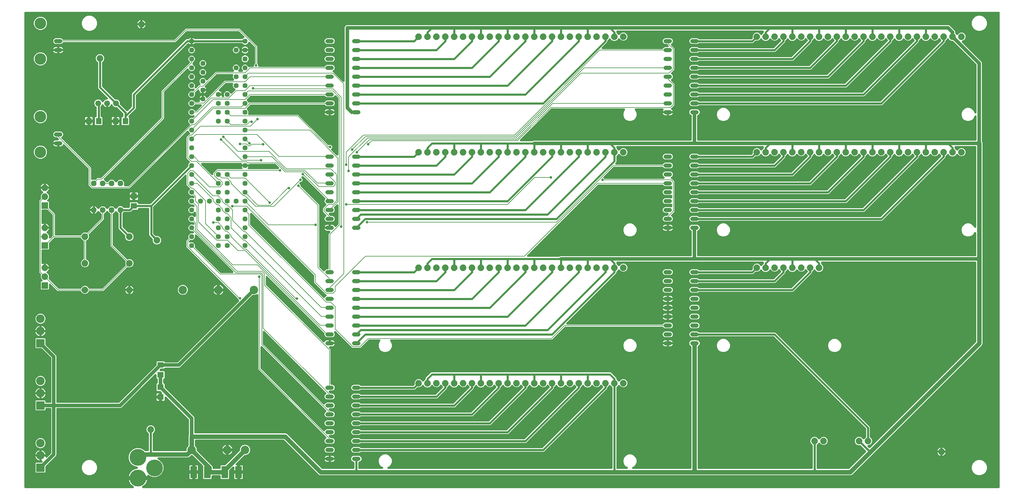
<source format=gbr>
G04 EAGLE Gerber RS-274X export*
G75*
%MOMM*%
%FSLAX34Y34*%
%LPD*%
%INTop Copper*%
%IPPOS*%
%AMOC8*
5,1,8,0,0,1.08239X$1,22.5*%
G01*
%ADD10P,1.732040X8X202.500000*%
%ADD11C,4.800000*%
%ADD12C,1.219200*%
%ADD13C,1.676400*%
%ADD14C,1.206400*%
%ADD15C,3.300000*%
%ADD16C,2.400000*%
%ADD17R,1.879600X1.879600*%
%ADD18C,1.879600*%
%ADD19R,2.413000X2.413000*%
%ADD20C,2.413000*%
%ADD21R,1.600000X1.800000*%
%ADD22R,1.800000X1.600000*%
%ADD23R,1.900000X3.400000*%
%ADD24C,1.447800*%
%ADD25C,1.168400*%
%ADD26C,0.914400*%
%ADD27C,0.609600*%
%ADD28C,1.016000*%
%ADD29C,1.270000*%
%ADD30C,0.203200*%
%ADD31C,0.762000*%
%ADD32C,1.016000*%

G36*
X314735Y5091D02*
X314735Y5091D01*
X314869Y5092D01*
X314981Y5111D01*
X315095Y5121D01*
X315224Y5153D01*
X315355Y5175D01*
X315463Y5212D01*
X315573Y5239D01*
X315696Y5292D01*
X315822Y5335D01*
X315922Y5389D01*
X316027Y5434D01*
X316139Y5505D01*
X316256Y5568D01*
X316347Y5638D01*
X316443Y5699D01*
X316542Y5788D01*
X316648Y5869D01*
X316726Y5952D01*
X316811Y6028D01*
X316894Y6131D01*
X316985Y6228D01*
X317049Y6323D01*
X317121Y6412D01*
X317186Y6527D01*
X317261Y6638D01*
X317308Y6741D01*
X317365Y6840D01*
X317411Y6965D01*
X317466Y7086D01*
X317497Y7196D01*
X317536Y7303D01*
X317562Y7433D01*
X317597Y7562D01*
X317609Y7675D01*
X317631Y7787D01*
X317635Y7920D01*
X317649Y8052D01*
X317643Y8166D01*
X317646Y8280D01*
X317629Y8412D01*
X317621Y8545D01*
X317597Y8656D01*
X317582Y8769D01*
X317543Y8897D01*
X317515Y9026D01*
X317472Y9132D01*
X317439Y9241D01*
X317381Y9361D01*
X317331Y9485D01*
X317273Y9582D01*
X317222Y9685D01*
X317146Y9793D01*
X317077Y9907D01*
X317003Y9994D01*
X316937Y10087D01*
X316844Y10181D01*
X316757Y10283D01*
X316691Y10335D01*
X316590Y10438D01*
X316275Y10668D01*
X316224Y10708D01*
X313818Y12220D01*
X311487Y14079D01*
X309379Y16187D01*
X307520Y18517D01*
X305934Y21042D01*
X304641Y23727D01*
X303656Y26541D01*
X303368Y27805D01*
X326152Y27805D01*
X326228Y27811D01*
X326304Y27809D01*
X326473Y27831D01*
X326644Y27845D01*
X326717Y27863D01*
X326793Y27873D01*
X326957Y27922D01*
X327122Y27963D01*
X327192Y27993D01*
X327265Y28015D01*
X327419Y28091D01*
X327576Y28158D01*
X327640Y28199D01*
X327708Y28232D01*
X327848Y28331D01*
X327992Y28423D01*
X328049Y28474D01*
X328111Y28518D01*
X328232Y28638D01*
X328360Y28752D01*
X328408Y28811D01*
X328462Y28865D01*
X328562Y29003D01*
X328670Y29136D01*
X328707Y29202D01*
X328752Y29263D01*
X328829Y29416D01*
X328914Y29564D01*
X328940Y29636D01*
X328974Y29704D01*
X329026Y29867D01*
X329085Y30027D01*
X329100Y30102D01*
X329123Y30174D01*
X329135Y30279D01*
X329180Y30511D01*
X329187Y30747D01*
X329199Y30852D01*
X329199Y36948D01*
X329193Y37024D01*
X329195Y37100D01*
X329173Y37269D01*
X329159Y37440D01*
X329141Y37514D01*
X329131Y37589D01*
X329082Y37753D01*
X329040Y37918D01*
X329010Y37988D01*
X328988Y38061D01*
X328913Y38215D01*
X328846Y38372D01*
X328805Y38436D01*
X328772Y38505D01*
X328673Y38644D01*
X328581Y38788D01*
X328530Y38845D01*
X328486Y38907D01*
X328366Y39028D01*
X328252Y39156D01*
X328193Y39204D01*
X328139Y39258D01*
X328001Y39358D01*
X327868Y39466D01*
X327802Y39503D01*
X327741Y39548D01*
X327588Y39625D01*
X327440Y39710D01*
X327368Y39736D01*
X327300Y39771D01*
X327137Y39822D01*
X326977Y39881D01*
X326902Y39896D01*
X326830Y39919D01*
X326725Y39931D01*
X326493Y39976D01*
X326257Y39983D01*
X326152Y39995D01*
X303368Y39995D01*
X303656Y41259D01*
X304641Y44073D01*
X305934Y46758D01*
X307520Y49283D01*
X309379Y51613D01*
X311487Y53721D01*
X313817Y55580D01*
X316342Y57166D01*
X319027Y58459D01*
X321841Y59444D01*
X324747Y60107D01*
X326318Y60284D01*
X326393Y60299D01*
X326469Y60305D01*
X326634Y60346D01*
X326802Y60379D01*
X326874Y60405D01*
X326947Y60423D01*
X327104Y60491D01*
X327265Y60550D01*
X327331Y60588D01*
X327401Y60618D01*
X327545Y60710D01*
X327693Y60794D01*
X327753Y60842D01*
X327817Y60883D01*
X327944Y60997D01*
X328077Y61104D01*
X328128Y61161D01*
X328185Y61212D01*
X328292Y61345D01*
X328406Y61472D01*
X328447Y61536D01*
X328495Y61596D01*
X328579Y61744D01*
X328671Y61888D01*
X328701Y61958D01*
X328739Y62024D01*
X328798Y62185D01*
X328865Y62342D01*
X328884Y62415D01*
X328910Y62487D01*
X328943Y62655D01*
X328984Y62820D01*
X328990Y62896D01*
X329005Y62971D01*
X329010Y63141D01*
X329024Y63312D01*
X329018Y63388D01*
X329020Y63464D01*
X328998Y63634D01*
X328984Y63804D01*
X328966Y63878D01*
X328956Y63953D01*
X328906Y64117D01*
X328865Y64283D01*
X328835Y64353D01*
X328813Y64426D01*
X328738Y64579D01*
X328671Y64736D01*
X328630Y64800D01*
X328596Y64869D01*
X328498Y65008D01*
X328406Y65152D01*
X328355Y65209D01*
X328311Y65271D01*
X328191Y65393D01*
X328077Y65520D01*
X328018Y65568D01*
X327964Y65622D01*
X327826Y65722D01*
X327693Y65830D01*
X327627Y65868D01*
X327566Y65912D01*
X327413Y65989D01*
X327264Y66074D01*
X327193Y66100D01*
X327125Y66135D01*
X326962Y66186D01*
X326802Y66245D01*
X326727Y66260D01*
X326655Y66283D01*
X326550Y66295D01*
X326318Y66340D01*
X326147Y66340D01*
X325977Y66359D01*
X325706Y66359D01*
X318956Y68168D01*
X312904Y71662D01*
X307962Y76604D01*
X304468Y82656D01*
X302659Y89406D01*
X302659Y96394D01*
X304468Y103144D01*
X307962Y109196D01*
X312904Y114138D01*
X318956Y117632D01*
X325706Y119441D01*
X332694Y119441D01*
X339444Y117632D01*
X345496Y114138D01*
X348251Y111383D01*
X348338Y111309D01*
X348418Y111228D01*
X348526Y111150D01*
X348627Y111064D01*
X348725Y111005D01*
X348817Y110938D01*
X348935Y110878D01*
X349050Y110809D01*
X349156Y110767D01*
X349258Y110715D01*
X349384Y110675D01*
X349508Y110626D01*
X349619Y110601D01*
X349728Y110567D01*
X349822Y110557D01*
X349989Y110519D01*
X350314Y110501D01*
X350406Y110491D01*
X357124Y110491D01*
X357200Y110497D01*
X357276Y110495D01*
X357445Y110517D01*
X357616Y110531D01*
X357690Y110549D01*
X357765Y110559D01*
X357929Y110608D01*
X358095Y110649D01*
X358164Y110679D01*
X358238Y110701D01*
X358391Y110777D01*
X358548Y110844D01*
X358612Y110885D01*
X358681Y110918D01*
X358820Y111017D01*
X358964Y111109D01*
X359021Y111160D01*
X359083Y111204D01*
X359204Y111324D01*
X359332Y111438D01*
X359380Y111497D01*
X359434Y111551D01*
X359535Y111689D01*
X359642Y111822D01*
X359679Y111888D01*
X359724Y111949D01*
X359801Y112102D01*
X359886Y112250D01*
X359912Y112322D01*
X359947Y112390D01*
X359998Y112553D01*
X360057Y112713D01*
X360072Y112788D01*
X360095Y112860D01*
X360107Y112965D01*
X360152Y113197D01*
X360159Y113433D01*
X360171Y113538D01*
X360171Y160163D01*
X360162Y160276D01*
X360163Y160391D01*
X360142Y160522D01*
X360131Y160654D01*
X360104Y160765D01*
X360086Y160878D01*
X360045Y161004D01*
X360013Y161133D01*
X359968Y161238D01*
X359932Y161347D01*
X359870Y161464D01*
X359818Y161587D01*
X359757Y161683D01*
X359704Y161784D01*
X359645Y161858D01*
X359553Y162003D01*
X359337Y162245D01*
X359279Y162317D01*
X355639Y165957D01*
X353821Y170345D01*
X353821Y175095D01*
X355639Y179483D01*
X358997Y182841D01*
X363385Y184659D01*
X368135Y184659D01*
X372523Y182841D01*
X375881Y179483D01*
X377699Y175095D01*
X377699Y170345D01*
X375881Y165957D01*
X372241Y162317D01*
X372167Y162230D01*
X372086Y162150D01*
X372008Y162043D01*
X371922Y161941D01*
X371863Y161843D01*
X371796Y161751D01*
X371736Y161633D01*
X371667Y161519D01*
X371625Y161413D01*
X371573Y161311D01*
X371533Y161184D01*
X371484Y161061D01*
X371459Y160949D01*
X371425Y160840D01*
X371415Y160747D01*
X371377Y160579D01*
X371359Y160255D01*
X371349Y160163D01*
X371349Y113538D01*
X371355Y113462D01*
X371353Y113386D01*
X371375Y113217D01*
X371389Y113046D01*
X371407Y112972D01*
X371417Y112897D01*
X371466Y112733D01*
X371507Y112567D01*
X371537Y112498D01*
X371559Y112424D01*
X371635Y112271D01*
X371702Y112114D01*
X371743Y112050D01*
X371776Y111981D01*
X371875Y111842D01*
X371967Y111698D01*
X372018Y111641D01*
X372062Y111579D01*
X372182Y111458D01*
X372296Y111330D01*
X372355Y111282D01*
X372409Y111228D01*
X372547Y111127D01*
X372680Y111020D01*
X372746Y110983D01*
X372807Y110938D01*
X372960Y110861D01*
X373108Y110776D01*
X373180Y110750D01*
X373248Y110715D01*
X373411Y110664D01*
X373571Y110605D01*
X373646Y110590D01*
X373718Y110567D01*
X373823Y110555D01*
X374055Y110510D01*
X374291Y110503D01*
X374396Y110491D01*
X464955Y110491D01*
X465069Y110500D01*
X465184Y110499D01*
X465315Y110520D01*
X465447Y110531D01*
X465558Y110558D01*
X465671Y110576D01*
X465797Y110618D01*
X465926Y110649D01*
X466031Y110695D01*
X466140Y110730D01*
X466257Y110792D01*
X466379Y110844D01*
X466476Y110905D01*
X466577Y110958D01*
X466651Y111017D01*
X466795Y111109D01*
X466942Y111240D01*
X466971Y111261D01*
X467028Y111317D01*
X467038Y111326D01*
X467110Y111384D01*
X467167Y111441D01*
X467241Y111527D01*
X467322Y111607D01*
X467400Y111715D01*
X467487Y111817D01*
X467545Y111914D01*
X467612Y112006D01*
X467672Y112125D01*
X467741Y112239D01*
X467783Y112345D01*
X467835Y112447D01*
X467875Y112574D01*
X467924Y112698D01*
X467949Y112809D01*
X467983Y112917D01*
X467993Y113011D01*
X468031Y113179D01*
X468049Y113502D01*
X468059Y113595D01*
X468059Y117192D01*
X470273Y122537D01*
X472817Y125080D01*
X472891Y125167D01*
X472972Y125248D01*
X473050Y125355D01*
X473136Y125456D01*
X473195Y125554D01*
X473262Y125647D01*
X473322Y125765D01*
X473391Y125879D01*
X473433Y125985D01*
X473485Y126087D01*
X473525Y126214D01*
X473574Y126337D01*
X473599Y126448D01*
X473633Y126557D01*
X473643Y126651D01*
X473681Y126819D01*
X473699Y127143D01*
X473709Y127235D01*
X473709Y154169D01*
X474747Y156675D01*
X474750Y156684D01*
X474755Y156692D01*
X474827Y156920D01*
X474899Y157144D01*
X474900Y157154D01*
X474903Y157163D01*
X474907Y157203D01*
X474972Y157632D01*
X474970Y157763D01*
X474979Y157841D01*
X474979Y200081D01*
X474970Y200195D01*
X474971Y200309D01*
X474950Y200441D01*
X474939Y200573D01*
X474912Y200684D01*
X474894Y200797D01*
X474853Y200923D01*
X474821Y201052D01*
X474776Y201157D01*
X474740Y201265D01*
X474678Y201383D01*
X474626Y201505D01*
X474565Y201601D01*
X474512Y201703D01*
X474453Y201776D01*
X474361Y201921D01*
X474277Y202015D01*
X474243Y202064D01*
X474149Y202159D01*
X474145Y202163D01*
X474087Y202236D01*
X410443Y265880D01*
X410414Y265905D01*
X410388Y265933D01*
X410226Y266064D01*
X410067Y266199D01*
X410034Y266219D01*
X410004Y266243D01*
X409824Y266346D01*
X409644Y266454D01*
X409609Y266468D01*
X409576Y266487D01*
X409380Y266560D01*
X409186Y266637D01*
X409149Y266645D01*
X409113Y266659D01*
X408908Y266699D01*
X408704Y266744D01*
X408666Y266746D01*
X408629Y266753D01*
X408421Y266760D01*
X408212Y266772D01*
X408174Y266767D01*
X408136Y266769D01*
X407929Y266741D01*
X407721Y266719D01*
X407685Y266709D01*
X407647Y266704D01*
X407447Y266644D01*
X407246Y266589D01*
X407211Y266573D01*
X407174Y266562D01*
X406987Y266470D01*
X406797Y266383D01*
X406765Y266362D01*
X406731Y266345D01*
X406561Y266224D01*
X406388Y266108D01*
X406360Y266081D01*
X406329Y266059D01*
X406180Y265913D01*
X406028Y265770D01*
X406005Y265739D01*
X405978Y265713D01*
X405855Y265544D01*
X405728Y265378D01*
X405710Y265345D01*
X405688Y265314D01*
X405594Y265128D01*
X405495Y264944D01*
X405483Y264907D01*
X405465Y264873D01*
X405403Y264675D01*
X405335Y264477D01*
X405329Y264439D01*
X405317Y264403D01*
X405307Y264311D01*
X405252Y263991D01*
X405251Y263819D01*
X405241Y263725D01*
X405241Y257065D01*
X405068Y256419D01*
X404733Y255840D01*
X404260Y255367D01*
X403681Y255032D01*
X403035Y254859D01*
X397699Y254859D01*
X397699Y264448D01*
X397693Y264524D01*
X397695Y264600D01*
X397673Y264769D01*
X397659Y264940D01*
X397641Y265013D01*
X397631Y265089D01*
X397582Y265253D01*
X397542Y265411D01*
X397585Y265527D01*
X397600Y265602D01*
X397623Y265674D01*
X397635Y265779D01*
X397680Y266011D01*
X397687Y266247D01*
X397699Y266352D01*
X397699Y277361D01*
X397690Y277475D01*
X397691Y277589D01*
X397670Y277721D01*
X397659Y277853D01*
X397632Y277964D01*
X397614Y278077D01*
X397573Y278203D01*
X397541Y278332D01*
X397496Y278437D01*
X397460Y278545D01*
X397398Y278663D01*
X397346Y278785D01*
X397285Y278881D01*
X397232Y278983D01*
X397173Y279056D01*
X397081Y279201D01*
X396865Y279443D01*
X396807Y279516D01*
X394356Y281967D01*
X394269Y282041D01*
X394189Y282122D01*
X394081Y282200D01*
X393980Y282286D01*
X393882Y282345D01*
X393790Y282412D01*
X393671Y282472D01*
X393557Y282541D01*
X393451Y282583D01*
X393349Y282635D01*
X393223Y282675D01*
X393099Y282724D01*
X392988Y282749D01*
X392879Y282783D01*
X392785Y282793D01*
X392618Y282831D01*
X392293Y282849D01*
X392201Y282859D01*
X383648Y282859D01*
X382159Y284348D01*
X382159Y302452D01*
X383734Y304027D01*
X383837Y304058D01*
X384003Y304099D01*
X384072Y304129D01*
X384146Y304151D01*
X384299Y304227D01*
X384456Y304294D01*
X384520Y304335D01*
X384589Y304368D01*
X384728Y304467D01*
X384872Y304559D01*
X384929Y304610D01*
X384991Y304654D01*
X385112Y304774D01*
X385240Y304888D01*
X385288Y304947D01*
X385342Y305001D01*
X385443Y305139D01*
X385550Y305272D01*
X385587Y305338D01*
X385632Y305399D01*
X385709Y305552D01*
X385794Y305700D01*
X385820Y305772D01*
X385855Y305840D01*
X385906Y306003D01*
X385965Y306163D01*
X385980Y306238D01*
X386003Y306310D01*
X386015Y306415D01*
X386060Y306647D01*
X386067Y306883D01*
X386079Y306988D01*
X386079Y315312D01*
X386073Y315388D01*
X386075Y315464D01*
X386053Y315633D01*
X386039Y315804D01*
X386021Y315878D01*
X386011Y315953D01*
X385962Y316117D01*
X385921Y316283D01*
X385891Y316352D01*
X385869Y316426D01*
X385793Y316579D01*
X385726Y316736D01*
X385685Y316800D01*
X385652Y316869D01*
X385553Y317008D01*
X385461Y317152D01*
X385410Y317209D01*
X385366Y317271D01*
X385246Y317392D01*
X385132Y317520D01*
X385073Y317568D01*
X385019Y317622D01*
X384881Y317723D01*
X384748Y317830D01*
X384682Y317867D01*
X384621Y317912D01*
X384468Y317989D01*
X384320Y318074D01*
X384248Y318100D01*
X384180Y318135D01*
X384017Y318186D01*
X383857Y318245D01*
X383782Y318260D01*
X383730Y318276D01*
X382159Y319848D01*
X382159Y327944D01*
X382156Y327982D01*
X382158Y328020D01*
X382136Y328227D01*
X382119Y328435D01*
X382110Y328472D01*
X382106Y328510D01*
X382051Y328711D01*
X382001Y328914D01*
X381986Y328949D01*
X381975Y328986D01*
X381888Y329176D01*
X381806Y329368D01*
X381786Y329400D01*
X381770Y329434D01*
X381653Y329608D01*
X381541Y329784D01*
X381516Y329812D01*
X381494Y329844D01*
X381351Y329996D01*
X381212Y330151D01*
X381183Y330175D01*
X381157Y330203D01*
X380991Y330330D01*
X380828Y330461D01*
X380795Y330480D01*
X380765Y330504D01*
X380581Y330602D01*
X380400Y330705D01*
X380364Y330719D01*
X380330Y330737D01*
X380133Y330804D01*
X379937Y330877D01*
X379900Y330884D01*
X379864Y330897D01*
X379657Y330932D01*
X379453Y330972D01*
X379415Y330973D01*
X379377Y330979D01*
X379168Y330981D01*
X378960Y330987D01*
X378922Y330982D01*
X378884Y330982D01*
X378677Y330950D01*
X378471Y330923D01*
X378434Y330912D01*
X378397Y330906D01*
X378198Y330840D01*
X377999Y330780D01*
X377964Y330763D01*
X377928Y330751D01*
X377743Y330655D01*
X377555Y330563D01*
X377524Y330541D01*
X377490Y330524D01*
X377418Y330466D01*
X377153Y330278D01*
X377031Y330157D01*
X376957Y330098D01*
X284559Y237700D01*
X282129Y235270D01*
X279515Y234187D01*
X99060Y234187D01*
X98984Y234181D01*
X98908Y234183D01*
X98739Y234161D01*
X98568Y234147D01*
X98494Y234129D01*
X98419Y234119D01*
X98255Y234070D01*
X98089Y234029D01*
X98020Y233999D01*
X97946Y233977D01*
X97793Y233901D01*
X97636Y233834D01*
X97572Y233793D01*
X97503Y233760D01*
X97364Y233661D01*
X97220Y233569D01*
X97163Y233518D01*
X97101Y233474D01*
X96980Y233354D01*
X96852Y233240D01*
X96804Y233181D01*
X96750Y233127D01*
X96649Y232989D01*
X96542Y232856D01*
X96505Y232790D01*
X96460Y232729D01*
X96383Y232576D01*
X96298Y232428D01*
X96272Y232356D01*
X96237Y232288D01*
X96186Y232125D01*
X96127Y231965D01*
X96112Y231890D01*
X96089Y231818D01*
X96077Y231713D01*
X96032Y231481D01*
X96025Y231245D01*
X96013Y231140D01*
X96013Y100185D01*
X94930Y97571D01*
X65790Y68431D01*
X65716Y68344D01*
X65635Y68264D01*
X65557Y68157D01*
X65471Y68055D01*
X65412Y67957D01*
X65345Y67865D01*
X65285Y67747D01*
X65216Y67633D01*
X65174Y67527D01*
X65122Y67425D01*
X65082Y67298D01*
X65033Y67175D01*
X65008Y67063D01*
X64974Y66954D01*
X64964Y66861D01*
X64926Y66693D01*
X64908Y66369D01*
X64898Y66277D01*
X64898Y50593D01*
X63707Y49402D01*
X37893Y49402D01*
X36702Y50593D01*
X36702Y76407D01*
X37893Y77598D01*
X53577Y77598D01*
X53690Y77607D01*
X53804Y77606D01*
X53936Y77627D01*
X54068Y77638D01*
X54179Y77665D01*
X54292Y77683D01*
X54418Y77724D01*
X54547Y77756D01*
X54652Y77801D01*
X54760Y77837D01*
X54878Y77899D01*
X55001Y77951D01*
X55097Y78012D01*
X55198Y78065D01*
X55272Y78124D01*
X55417Y78216D01*
X55658Y78432D01*
X55731Y78490D01*
X56209Y78968D01*
X56363Y79149D01*
X56518Y79329D01*
X56523Y79337D01*
X56529Y79344D01*
X56651Y79546D01*
X56775Y79750D01*
X56779Y79759D01*
X56784Y79767D01*
X56871Y79985D01*
X56961Y80207D01*
X56963Y80216D01*
X56967Y80225D01*
X57017Y80452D01*
X57071Y80688D01*
X57071Y80697D01*
X57073Y80707D01*
X57087Y80943D01*
X57102Y81180D01*
X57101Y81190D01*
X57101Y81199D01*
X57076Y81435D01*
X57052Y81671D01*
X57050Y81680D01*
X57049Y81690D01*
X56986Y81918D01*
X56925Y82148D01*
X56921Y82156D01*
X56918Y82165D01*
X56820Y82380D01*
X56722Y82597D01*
X56717Y82605D01*
X56713Y82614D01*
X56580Y82811D01*
X56449Y83008D01*
X56442Y83015D01*
X56437Y83023D01*
X56275Y83196D01*
X56113Y83370D01*
X56106Y83376D01*
X56099Y83383D01*
X55911Y83527D01*
X55724Y83673D01*
X55716Y83677D01*
X55708Y83683D01*
X55497Y83796D01*
X55290Y83909D01*
X55282Y83912D01*
X55273Y83916D01*
X55048Y83993D01*
X54825Y84072D01*
X54815Y84073D01*
X54807Y84076D01*
X54574Y84116D01*
X54339Y84157D01*
X54331Y84157D01*
X54320Y84159D01*
X53847Y84162D01*
X53847Y95453D01*
X65146Y95453D01*
X65144Y95404D01*
X65130Y95169D01*
X65131Y95160D01*
X65131Y95150D01*
X65158Y94914D01*
X65183Y94679D01*
X65185Y94669D01*
X65186Y94660D01*
X65251Y94431D01*
X65313Y94203D01*
X65317Y94194D01*
X65320Y94185D01*
X65419Y93972D01*
X65519Y93754D01*
X65524Y93746D01*
X65528Y93738D01*
X65662Y93542D01*
X65794Y93345D01*
X65801Y93338D01*
X65806Y93330D01*
X65970Y93158D01*
X66132Y92986D01*
X66140Y92980D01*
X66146Y92973D01*
X66337Y92829D01*
X66524Y92685D01*
X66532Y92681D01*
X66540Y92675D01*
X66750Y92564D01*
X66958Y92452D01*
X66967Y92449D01*
X66976Y92445D01*
X67199Y92369D01*
X67425Y92292D01*
X67435Y92290D01*
X67443Y92287D01*
X67674Y92250D01*
X67911Y92209D01*
X67921Y92209D01*
X67930Y92208D01*
X68166Y92208D01*
X68405Y92206D01*
X68414Y92208D01*
X68424Y92208D01*
X68657Y92246D01*
X68892Y92283D01*
X68901Y92286D01*
X68911Y92288D01*
X69134Y92363D01*
X69361Y92437D01*
X69369Y92442D01*
X69378Y92445D01*
X69586Y92554D01*
X69798Y92665D01*
X69805Y92670D01*
X69814Y92675D01*
X70208Y92973D01*
X70280Y93049D01*
X70332Y93090D01*
X80895Y103654D01*
X80969Y103741D01*
X81050Y103821D01*
X81128Y103928D01*
X81214Y104030D01*
X81273Y104127D01*
X81340Y104220D01*
X81400Y104338D01*
X81469Y104452D01*
X81511Y104558D01*
X81563Y104660D01*
X81603Y104787D01*
X81652Y104910D01*
X81677Y105022D01*
X81711Y105131D01*
X81721Y105224D01*
X81759Y105392D01*
X81777Y105716D01*
X81787Y105808D01*
X81787Y231140D01*
X81781Y231216D01*
X81783Y231292D01*
X81761Y231461D01*
X81747Y231632D01*
X81729Y231706D01*
X81719Y231781D01*
X81670Y231945D01*
X81629Y232111D01*
X81599Y232180D01*
X81577Y232254D01*
X81501Y232407D01*
X81434Y232564D01*
X81393Y232628D01*
X81360Y232697D01*
X81261Y232836D01*
X81169Y232980D01*
X81118Y233037D01*
X81074Y233099D01*
X80954Y233220D01*
X80840Y233348D01*
X80781Y233396D01*
X80727Y233450D01*
X80589Y233551D01*
X80456Y233658D01*
X80390Y233695D01*
X80329Y233740D01*
X80176Y233817D01*
X80028Y233902D01*
X79956Y233928D01*
X79888Y233963D01*
X79725Y234014D01*
X79565Y234073D01*
X79490Y234088D01*
X79418Y234111D01*
X79313Y234123D01*
X79081Y234168D01*
X78845Y234175D01*
X78740Y234187D01*
X67945Y234187D01*
X67869Y234181D01*
X67793Y234183D01*
X67624Y234161D01*
X67453Y234147D01*
X67379Y234129D01*
X67304Y234119D01*
X67140Y234070D01*
X66974Y234029D01*
X66905Y233999D01*
X66831Y233977D01*
X66678Y233901D01*
X66521Y233834D01*
X66457Y233793D01*
X66388Y233760D01*
X66249Y233661D01*
X66105Y233569D01*
X66048Y233518D01*
X65986Y233474D01*
X65865Y233354D01*
X65737Y233240D01*
X65689Y233181D01*
X65635Y233127D01*
X65534Y232989D01*
X65427Y232856D01*
X65390Y232790D01*
X65345Y232729D01*
X65268Y232576D01*
X65183Y232428D01*
X65157Y232356D01*
X65122Y232288D01*
X65071Y232125D01*
X65012Y231965D01*
X64997Y231890D01*
X64974Y231818D01*
X64962Y231713D01*
X64917Y231481D01*
X64910Y231245D01*
X64898Y231140D01*
X64898Y228393D01*
X63707Y227202D01*
X37893Y227202D01*
X36702Y228393D01*
X36702Y254207D01*
X37893Y255398D01*
X63707Y255398D01*
X64898Y254207D01*
X64898Y251460D01*
X64904Y251384D01*
X64902Y251308D01*
X64924Y251139D01*
X64938Y250968D01*
X64956Y250894D01*
X64966Y250819D01*
X65015Y250655D01*
X65056Y250489D01*
X65086Y250420D01*
X65108Y250346D01*
X65184Y250193D01*
X65251Y250036D01*
X65292Y249972D01*
X65325Y249903D01*
X65424Y249764D01*
X65516Y249620D01*
X65567Y249563D01*
X65611Y249501D01*
X65731Y249380D01*
X65845Y249252D01*
X65904Y249204D01*
X65958Y249150D01*
X66096Y249049D01*
X66229Y248942D01*
X66295Y248905D01*
X66356Y248860D01*
X66509Y248783D01*
X66657Y248698D01*
X66729Y248672D01*
X66797Y248637D01*
X66960Y248586D01*
X67120Y248527D01*
X67195Y248512D01*
X67267Y248489D01*
X67372Y248477D01*
X67604Y248432D01*
X67840Y248425D01*
X67945Y248413D01*
X78740Y248413D01*
X78816Y248419D01*
X78892Y248417D01*
X79061Y248439D01*
X79232Y248453D01*
X79306Y248471D01*
X79381Y248481D01*
X79545Y248530D01*
X79711Y248571D01*
X79780Y248601D01*
X79854Y248623D01*
X80007Y248699D01*
X80164Y248766D01*
X80228Y248807D01*
X80297Y248840D01*
X80436Y248939D01*
X80580Y249031D01*
X80637Y249082D01*
X80699Y249126D01*
X80820Y249246D01*
X80948Y249360D01*
X80996Y249419D01*
X81050Y249473D01*
X81151Y249611D01*
X81258Y249744D01*
X81295Y249810D01*
X81340Y249871D01*
X81417Y250024D01*
X81502Y250172D01*
X81528Y250244D01*
X81563Y250312D01*
X81614Y250475D01*
X81673Y250635D01*
X81688Y250710D01*
X81711Y250782D01*
X81723Y250887D01*
X81768Y251119D01*
X81775Y251355D01*
X81787Y251460D01*
X81787Y376792D01*
X81778Y376905D01*
X81779Y377020D01*
X81758Y377151D01*
X81747Y377283D01*
X81720Y377394D01*
X81702Y377507D01*
X81661Y377633D01*
X81629Y377762D01*
X81584Y377867D01*
X81548Y377976D01*
X81486Y378093D01*
X81434Y378216D01*
X81373Y378312D01*
X81320Y378413D01*
X81261Y378487D01*
X81169Y378632D01*
X81043Y378773D01*
X81021Y378804D01*
X80960Y378865D01*
X80953Y378874D01*
X80895Y378946D01*
X55731Y404110D01*
X55644Y404184D01*
X55564Y404265D01*
X55457Y404343D01*
X55355Y404429D01*
X55257Y404488D01*
X55165Y404555D01*
X55047Y404615D01*
X54933Y404684D01*
X54827Y404726D01*
X54725Y404778D01*
X54598Y404818D01*
X54475Y404867D01*
X54363Y404892D01*
X54254Y404926D01*
X54161Y404936D01*
X53993Y404974D01*
X53669Y404992D01*
X53577Y405002D01*
X37893Y405002D01*
X36702Y406193D01*
X36702Y432007D01*
X37893Y433198D01*
X63707Y433198D01*
X64898Y432007D01*
X64898Y416323D01*
X64907Y416210D01*
X64906Y416095D01*
X64927Y415964D01*
X64938Y415832D01*
X64965Y415721D01*
X64983Y415608D01*
X65024Y415482D01*
X65056Y415353D01*
X65101Y415248D01*
X65137Y415139D01*
X65199Y415022D01*
X65251Y414899D01*
X65312Y414803D01*
X65365Y414702D01*
X65424Y414628D01*
X65516Y414483D01*
X65732Y414241D01*
X65790Y414169D01*
X94930Y385029D01*
X96013Y382415D01*
X96013Y251460D01*
X96019Y251384D01*
X96017Y251308D01*
X96039Y251139D01*
X96053Y250968D01*
X96071Y250894D01*
X96081Y250819D01*
X96130Y250655D01*
X96171Y250489D01*
X96201Y250420D01*
X96223Y250346D01*
X96299Y250193D01*
X96366Y250036D01*
X96407Y249972D01*
X96440Y249903D01*
X96539Y249764D01*
X96631Y249620D01*
X96682Y249563D01*
X96726Y249501D01*
X96846Y249380D01*
X96960Y249252D01*
X97019Y249204D01*
X97073Y249150D01*
X97211Y249049D01*
X97344Y248942D01*
X97410Y248905D01*
X97471Y248860D01*
X97624Y248783D01*
X97772Y248698D01*
X97844Y248672D01*
X97912Y248637D01*
X98075Y248586D01*
X98235Y248527D01*
X98310Y248512D01*
X98382Y248489D01*
X98487Y248477D01*
X98719Y248432D01*
X98955Y248425D01*
X99060Y248413D01*
X273892Y248413D01*
X274005Y248422D01*
X274120Y248421D01*
X274251Y248442D01*
X274383Y248453D01*
X274494Y248480D01*
X274607Y248498D01*
X274733Y248539D01*
X274862Y248571D01*
X274967Y248616D01*
X275076Y248652D01*
X275193Y248714D01*
X275316Y248766D01*
X275412Y248827D01*
X275513Y248880D01*
X275587Y248939D01*
X275732Y249031D01*
X275974Y249247D01*
X276046Y249305D01*
X381775Y355034D01*
X381849Y355121D01*
X381930Y355201D01*
X382008Y355308D01*
X382094Y355410D01*
X382153Y355508D01*
X382220Y355600D01*
X382280Y355718D01*
X382349Y355832D01*
X382391Y355938D01*
X382443Y356040D01*
X382483Y356167D01*
X382532Y356290D01*
X382557Y356402D01*
X382591Y356511D01*
X382601Y356604D01*
X382639Y356772D01*
X382657Y357096D01*
X382667Y357188D01*
X382667Y365742D01*
X383858Y366933D01*
X403542Y366933D01*
X405569Y364905D01*
X405656Y364831D01*
X405737Y364750D01*
X405844Y364672D01*
X405945Y364586D01*
X406043Y364527D01*
X406136Y364460D01*
X406254Y364400D01*
X406368Y364331D01*
X406474Y364289D01*
X406576Y364237D01*
X406703Y364197D01*
X406826Y364148D01*
X406937Y364123D01*
X407046Y364089D01*
X407140Y364079D01*
X407308Y364041D01*
X407632Y364023D01*
X407724Y364013D01*
X441592Y364013D01*
X441705Y364022D01*
X441820Y364021D01*
X441951Y364042D01*
X442083Y364053D01*
X442194Y364080D01*
X442307Y364098D01*
X442433Y364139D01*
X442562Y364171D01*
X442667Y364216D01*
X442776Y364252D01*
X442893Y364314D01*
X443016Y364366D01*
X443112Y364427D01*
X443213Y364480D01*
X443287Y364539D01*
X443432Y364631D01*
X443674Y364847D01*
X443746Y364905D01*
X617334Y538493D01*
X617384Y538551D01*
X617439Y538604D01*
X617543Y538739D01*
X617654Y538869D01*
X617693Y538935D01*
X617740Y538995D01*
X617820Y539145D01*
X617908Y539292D01*
X617937Y539363D01*
X617973Y539430D01*
X618028Y539591D01*
X618092Y539750D01*
X618108Y539824D01*
X618133Y539896D01*
X618161Y540065D01*
X618198Y540232D01*
X618203Y540308D01*
X618215Y540383D01*
X618216Y540554D01*
X618226Y540724D01*
X618218Y540800D01*
X618218Y540876D01*
X618192Y541045D01*
X618174Y541215D01*
X618154Y541288D01*
X618142Y541363D01*
X618088Y541526D01*
X618043Y541690D01*
X618011Y541760D01*
X617987Y541832D01*
X617909Y541984D01*
X617837Y542139D01*
X617795Y542202D01*
X617760Y542270D01*
X617694Y542352D01*
X617562Y542548D01*
X617400Y542720D01*
X617334Y542803D01*
X615823Y544314D01*
X614702Y547020D01*
X614694Y547045D01*
X614632Y547163D01*
X614580Y547285D01*
X614519Y547381D01*
X614466Y547482D01*
X614407Y547556D01*
X614315Y547701D01*
X614223Y547804D01*
X614183Y547858D01*
X614118Y547921D01*
X614099Y547943D01*
X614041Y548016D01*
X468839Y693217D01*
X468375Y694338D01*
X468375Y712822D01*
X468839Y713943D01*
X472950Y718054D01*
X473091Y718219D01*
X473236Y718384D01*
X473251Y718408D01*
X473269Y718429D01*
X473382Y718617D01*
X473498Y718801D01*
X473509Y718827D01*
X473524Y718852D01*
X473605Y719055D01*
X473690Y719256D01*
X473697Y719284D01*
X473707Y719310D01*
X473754Y719523D01*
X473806Y719736D01*
X473808Y719764D01*
X473814Y719792D01*
X473826Y720010D01*
X473842Y720228D01*
X473840Y720256D01*
X473842Y720284D01*
X473818Y720502D01*
X473799Y720719D01*
X473793Y720742D01*
X473789Y720775D01*
X473659Y721251D01*
X473625Y721324D01*
X473610Y721374D01*
X473328Y722056D01*
X473328Y725744D01*
X474740Y729152D01*
X477348Y731760D01*
X480756Y733172D01*
X484444Y733172D01*
X484713Y733060D01*
X484849Y733017D01*
X484981Y732964D01*
X485083Y732941D01*
X485183Y732909D01*
X485324Y732888D01*
X485463Y732857D01*
X485567Y732851D01*
X485671Y732836D01*
X485813Y732837D01*
X485955Y732829D01*
X486059Y732840D01*
X486164Y732842D01*
X486304Y732866D01*
X486446Y732882D01*
X486547Y732909D01*
X486650Y732927D01*
X486784Y732974D01*
X486922Y733012D01*
X487017Y733056D01*
X487115Y733090D01*
X487240Y733158D01*
X487370Y733218D01*
X487457Y733276D01*
X487549Y733326D01*
X487661Y733414D01*
X487779Y733493D01*
X487856Y733565D01*
X487938Y733629D01*
X488035Y733734D01*
X488139Y733831D01*
X488203Y733914D01*
X488274Y733991D01*
X488353Y734109D01*
X488439Y734223D01*
X488489Y734315D01*
X488546Y734402D01*
X488605Y734532D01*
X488672Y734657D01*
X488706Y734756D01*
X488749Y734851D01*
X488786Y734989D01*
X488832Y735124D01*
X488850Y735227D01*
X488877Y735328D01*
X488891Y735470D01*
X488915Y735610D01*
X488916Y735715D01*
X488926Y735819D01*
X488917Y735961D01*
X488918Y736104D01*
X488902Y736207D01*
X488895Y736311D01*
X488864Y736450D01*
X488841Y736591D01*
X488809Y736690D01*
X488786Y736792D01*
X488732Y736924D01*
X488687Y737060D01*
X488639Y737152D01*
X488600Y737249D01*
X488525Y737371D01*
X488459Y737497D01*
X488410Y737559D01*
X488342Y737670D01*
X488059Y737999D01*
X488034Y738030D01*
X486929Y739136D01*
X486842Y739210D01*
X486761Y739291D01*
X486654Y739369D01*
X486553Y739455D01*
X486455Y739514D01*
X486363Y739581D01*
X486244Y739641D01*
X486130Y739710D01*
X486024Y739752D01*
X485922Y739804D01*
X485795Y739844D01*
X485672Y739893D01*
X485561Y739918D01*
X485452Y739952D01*
X485358Y739962D01*
X485190Y740000D01*
X484866Y740018D01*
X484774Y740028D01*
X480756Y740028D01*
X477348Y741440D01*
X474740Y744048D01*
X473328Y747456D01*
X473328Y751144D01*
X474740Y754552D01*
X477348Y757160D01*
X480756Y758572D01*
X484444Y758572D01*
X486448Y757742D01*
X486583Y757698D01*
X486716Y757645D01*
X486818Y757623D01*
X486917Y757591D01*
X487058Y757569D01*
X487197Y757539D01*
X487302Y757533D01*
X487405Y757517D01*
X487547Y757519D01*
X487690Y757511D01*
X487794Y757522D01*
X487898Y757523D01*
X488039Y757548D01*
X488180Y757563D01*
X488281Y757591D01*
X488384Y757609D01*
X488519Y757656D01*
X488656Y757694D01*
X488751Y757737D01*
X488850Y757772D01*
X488975Y757840D01*
X489105Y757899D01*
X489191Y757958D01*
X489283Y758008D01*
X489396Y758095D01*
X489514Y758175D01*
X489590Y758246D01*
X489673Y758311D01*
X489770Y758415D01*
X489873Y758513D01*
X489937Y758596D01*
X490008Y758672D01*
X490087Y758791D01*
X490174Y758904D01*
X490223Y758996D01*
X490281Y759083D01*
X490340Y759213D01*
X490407Y759339D01*
X490441Y759438D01*
X490484Y759533D01*
X490521Y759670D01*
X490567Y759805D01*
X490584Y759909D01*
X490611Y760010D01*
X490626Y760151D01*
X490650Y760292D01*
X490650Y760397D01*
X490661Y760500D01*
X490652Y760643D01*
X490653Y760785D01*
X490636Y760888D01*
X490630Y760993D01*
X490598Y761132D01*
X490576Y761273D01*
X490543Y761372D01*
X490520Y761474D01*
X490466Y761606D01*
X490422Y761741D01*
X490373Y761834D01*
X490334Y761931D01*
X490260Y762052D01*
X490194Y762179D01*
X490145Y762240D01*
X490077Y762352D01*
X489793Y762681D01*
X489769Y762712D01*
X487728Y764752D01*
X487562Y764894D01*
X487398Y765038D01*
X487374Y765053D01*
X487352Y765072D01*
X487164Y765185D01*
X486980Y765301D01*
X486954Y765312D01*
X486930Y765326D01*
X486726Y765408D01*
X486525Y765492D01*
X486498Y765499D01*
X486471Y765510D01*
X486258Y765557D01*
X486046Y765608D01*
X486018Y765610D01*
X485990Y765616D01*
X485771Y765629D01*
X485554Y765645D01*
X485526Y765642D01*
X485497Y765644D01*
X485280Y765621D01*
X485062Y765602D01*
X485040Y765595D01*
X485007Y765592D01*
X484531Y765461D01*
X484459Y765428D01*
X480756Y765428D01*
X477348Y766840D01*
X474740Y769448D01*
X473328Y772856D01*
X473328Y776544D01*
X474740Y779952D01*
X477348Y782560D01*
X480756Y783972D01*
X484444Y783972D01*
X487852Y782560D01*
X489589Y780823D01*
X489618Y780798D01*
X489644Y780770D01*
X489806Y780639D01*
X489965Y780503D01*
X489998Y780484D01*
X490028Y780460D01*
X490209Y780357D01*
X490388Y780249D01*
X490423Y780235D01*
X490456Y780216D01*
X490652Y780143D01*
X490846Y780066D01*
X490883Y780058D01*
X490919Y780044D01*
X491124Y780004D01*
X491328Y779959D01*
X491366Y779957D01*
X491403Y779950D01*
X491611Y779943D01*
X491820Y779931D01*
X491858Y779935D01*
X491896Y779934D01*
X492103Y779961D01*
X492311Y779984D01*
X492347Y779994D01*
X492385Y779999D01*
X492585Y780059D01*
X492786Y780114D01*
X492821Y780130D01*
X492858Y780141D01*
X493045Y780233D01*
X493235Y780320D01*
X493266Y780341D01*
X493301Y780358D01*
X493471Y780479D01*
X493644Y780595D01*
X493672Y780621D01*
X493703Y780643D01*
X493851Y780790D01*
X494004Y780933D01*
X494027Y780963D01*
X494054Y780990D01*
X494177Y781159D01*
X494304Y781325D01*
X494322Y781358D01*
X494344Y781389D01*
X494438Y781575D01*
X494537Y781759D01*
X494550Y781795D01*
X494567Y781829D01*
X494629Y782029D01*
X494697Y782226D01*
X494703Y782263D01*
X494715Y782300D01*
X494725Y782393D01*
X494780Y782712D01*
X494781Y782884D01*
X494791Y782978D01*
X494791Y791822D01*
X494788Y791860D01*
X494790Y791898D01*
X494768Y792106D01*
X494751Y792314D01*
X494742Y792351D01*
X494738Y792389D01*
X494683Y792590D01*
X494633Y792793D01*
X494618Y792828D01*
X494607Y792865D01*
X494520Y793055D01*
X494438Y793246D01*
X494418Y793279D01*
X494402Y793313D01*
X494285Y793486D01*
X494173Y793662D01*
X494148Y793691D01*
X494126Y793722D01*
X493983Y793875D01*
X493844Y794030D01*
X493815Y794054D01*
X493789Y794082D01*
X493623Y794209D01*
X493460Y794340D01*
X493427Y794359D01*
X493397Y794382D01*
X493213Y794481D01*
X493032Y794584D01*
X492996Y794597D01*
X492962Y794615D01*
X492765Y794683D01*
X492569Y794756D01*
X492532Y794763D01*
X492496Y794775D01*
X492289Y794810D01*
X492085Y794850D01*
X492047Y794852D01*
X492009Y794858D01*
X491800Y794859D01*
X491592Y794866D01*
X491554Y794861D01*
X491516Y794861D01*
X491309Y794829D01*
X491103Y794801D01*
X491066Y794790D01*
X491029Y794784D01*
X490830Y794719D01*
X490631Y794659D01*
X490596Y794642D01*
X490560Y794630D01*
X490375Y794534D01*
X490187Y794442D01*
X490156Y794420D01*
X490122Y794402D01*
X490050Y794344D01*
X489785Y794157D01*
X489663Y794036D01*
X489589Y793977D01*
X487852Y792240D01*
X484444Y790828D01*
X480756Y790828D01*
X477348Y792240D01*
X474740Y794848D01*
X473328Y798256D01*
X473328Y801944D01*
X474740Y805352D01*
X477348Y807960D01*
X480756Y809372D01*
X484444Y809372D01*
X486448Y808542D01*
X486583Y808498D01*
X486716Y808445D01*
X486818Y808423D01*
X486917Y808391D01*
X487058Y808369D01*
X487197Y808339D01*
X487302Y808333D01*
X487405Y808317D01*
X487547Y808319D01*
X487690Y808311D01*
X487794Y808322D01*
X487898Y808323D01*
X488039Y808348D01*
X488180Y808363D01*
X488281Y808391D01*
X488384Y808409D01*
X488519Y808456D01*
X488656Y808494D01*
X488751Y808537D01*
X488850Y808572D01*
X488975Y808640D01*
X489105Y808699D01*
X489191Y808758D01*
X489283Y808808D01*
X489396Y808895D01*
X489514Y808975D01*
X489590Y809046D01*
X489673Y809111D01*
X489770Y809215D01*
X489873Y809313D01*
X489937Y809396D01*
X490008Y809472D01*
X490087Y809591D01*
X490174Y809704D01*
X490223Y809796D01*
X490281Y809883D01*
X490339Y810013D01*
X490407Y810139D01*
X490441Y810238D01*
X490484Y810333D01*
X490521Y810471D01*
X490567Y810605D01*
X490584Y810709D01*
X490611Y810810D01*
X490626Y810951D01*
X490649Y811092D01*
X490650Y811197D01*
X490661Y811300D01*
X490652Y811443D01*
X490653Y811585D01*
X490636Y811688D01*
X490630Y811793D01*
X490598Y811932D01*
X490576Y812073D01*
X490543Y812172D01*
X490520Y812274D01*
X490466Y812406D01*
X490422Y812541D01*
X490373Y812634D01*
X490334Y812731D01*
X490260Y812852D01*
X490194Y812979D01*
X490145Y813040D01*
X490077Y813152D01*
X489794Y813480D01*
X489769Y813512D01*
X487728Y815552D01*
X487562Y815694D01*
X487398Y815838D01*
X487374Y815853D01*
X487352Y815872D01*
X487165Y815985D01*
X486980Y816101D01*
X486954Y816112D01*
X486930Y816126D01*
X486727Y816207D01*
X486525Y816292D01*
X486498Y816299D01*
X486472Y816310D01*
X486258Y816357D01*
X486046Y816408D01*
X486018Y816410D01*
X485990Y816416D01*
X485771Y816429D01*
X485554Y816445D01*
X485526Y816442D01*
X485497Y816444D01*
X485280Y816421D01*
X485062Y816402D01*
X485040Y816395D01*
X485007Y816392D01*
X484531Y816261D01*
X484460Y816228D01*
X480756Y816228D01*
X477348Y817640D01*
X474740Y820248D01*
X473328Y823656D01*
X473328Y827344D01*
X474740Y830752D01*
X477348Y833360D01*
X480756Y834772D01*
X484444Y834772D01*
X486448Y833942D01*
X486583Y833898D01*
X486716Y833845D01*
X486818Y833823D01*
X486917Y833791D01*
X487058Y833769D01*
X487197Y833739D01*
X487302Y833733D01*
X487405Y833717D01*
X487547Y833719D01*
X487690Y833711D01*
X487794Y833722D01*
X487898Y833723D01*
X488039Y833748D01*
X488180Y833763D01*
X488281Y833791D01*
X488384Y833809D01*
X488519Y833856D01*
X488656Y833894D01*
X488751Y833937D01*
X488850Y833972D01*
X488975Y834040D01*
X489105Y834099D01*
X489191Y834158D01*
X489283Y834208D01*
X489396Y834295D01*
X489514Y834375D01*
X489590Y834446D01*
X489673Y834511D01*
X489770Y834615D01*
X489873Y834713D01*
X489937Y834796D01*
X490008Y834872D01*
X490087Y834991D01*
X490174Y835104D01*
X490223Y835196D01*
X490281Y835283D01*
X490339Y835413D01*
X490407Y835539D01*
X490441Y835638D01*
X490484Y835733D01*
X490521Y835871D01*
X490567Y836005D01*
X490584Y836109D01*
X490611Y836210D01*
X490626Y836351D01*
X490649Y836492D01*
X490650Y836597D01*
X490661Y836700D01*
X490652Y836843D01*
X490653Y836985D01*
X490636Y837088D01*
X490630Y837193D01*
X490598Y837332D01*
X490576Y837473D01*
X490543Y837572D01*
X490520Y837674D01*
X490466Y837806D01*
X490422Y837941D01*
X490373Y838034D01*
X490334Y838131D01*
X490260Y838252D01*
X490194Y838379D01*
X490145Y838440D01*
X490077Y838552D01*
X489794Y838880D01*
X489769Y838912D01*
X487728Y840952D01*
X487562Y841093D01*
X487398Y841238D01*
X487374Y841253D01*
X487352Y841272D01*
X487165Y841385D01*
X486980Y841501D01*
X486954Y841512D01*
X486930Y841526D01*
X486727Y841607D01*
X486525Y841692D01*
X486498Y841699D01*
X486472Y841710D01*
X486258Y841757D01*
X486046Y841808D01*
X486018Y841810D01*
X485990Y841816D01*
X485771Y841829D01*
X485554Y841845D01*
X485526Y841842D01*
X485497Y841844D01*
X485280Y841821D01*
X485062Y841802D01*
X485040Y841795D01*
X485007Y841792D01*
X484531Y841661D01*
X484460Y841628D01*
X480756Y841628D01*
X477348Y843040D01*
X474740Y845648D01*
X473328Y849056D01*
X473328Y852744D01*
X474740Y856152D01*
X477067Y858480D01*
X477117Y858538D01*
X477172Y858590D01*
X477276Y858725D01*
X477387Y858856D01*
X477426Y858921D01*
X477473Y858981D01*
X477553Y859132D01*
X477641Y859278D01*
X477670Y859349D01*
X477706Y859416D01*
X477761Y859578D01*
X477825Y859736D01*
X477841Y859810D01*
X477866Y859883D01*
X477894Y860051D01*
X477931Y860218D01*
X477936Y860294D01*
X477948Y860369D01*
X477949Y860540D01*
X477959Y860710D01*
X477951Y860786D01*
X477951Y860862D01*
X477925Y861031D01*
X477907Y861201D01*
X477887Y861274D01*
X477875Y861350D01*
X477821Y861512D01*
X477776Y861677D01*
X477744Y861746D01*
X477721Y861818D01*
X477642Y861970D01*
X477570Y862125D01*
X477528Y862188D01*
X477493Y862256D01*
X477427Y862338D01*
X477295Y862534D01*
X477133Y862707D01*
X477067Y862789D01*
X468839Y871017D01*
X468375Y872138D01*
X468375Y897615D01*
X468372Y897653D01*
X468374Y897691D01*
X468352Y897899D01*
X468335Y898107D01*
X468326Y898144D01*
X468322Y898182D01*
X468267Y898383D01*
X468217Y898585D01*
X468202Y898620D01*
X468191Y898657D01*
X468104Y898847D01*
X468022Y899039D01*
X468002Y899071D01*
X467986Y899106D01*
X467869Y899279D01*
X467757Y899455D01*
X467732Y899483D01*
X467710Y899515D01*
X467567Y899667D01*
X467428Y899823D01*
X467399Y899847D01*
X467373Y899875D01*
X467207Y900002D01*
X467044Y900133D01*
X467011Y900152D01*
X466981Y900175D01*
X466797Y900273D01*
X466616Y900377D01*
X466580Y900390D01*
X466546Y900408D01*
X466349Y900476D01*
X466153Y900548D01*
X466116Y900556D01*
X466080Y900568D01*
X465873Y900603D01*
X465669Y900643D01*
X465631Y900644D01*
X465593Y900651D01*
X465384Y900652D01*
X465176Y900658D01*
X465138Y900653D01*
X465100Y900654D01*
X464893Y900621D01*
X464687Y900594D01*
X464650Y900583D01*
X464613Y900577D01*
X464414Y900512D01*
X464215Y900451D01*
X464180Y900435D01*
X464144Y900423D01*
X463959Y900326D01*
X463771Y900235D01*
X463740Y900213D01*
X463706Y900195D01*
X463634Y900137D01*
X463369Y899949D01*
X463247Y899828D01*
X463173Y899770D01*
X373481Y810078D01*
X373407Y809991D01*
X373326Y809910D01*
X373248Y809803D01*
X373162Y809702D01*
X373103Y809604D01*
X373036Y809512D01*
X372976Y809393D01*
X372907Y809279D01*
X372865Y809173D01*
X372813Y809071D01*
X372773Y808944D01*
X372724Y808821D01*
X372699Y808710D01*
X372665Y808601D01*
X372655Y808507D01*
X372617Y808339D01*
X372599Y808015D01*
X372589Y807923D01*
X372589Y733857D01*
X372598Y733743D01*
X372597Y733629D01*
X372618Y733498D01*
X372629Y733365D01*
X372656Y733255D01*
X372674Y733142D01*
X372715Y733015D01*
X372747Y732887D01*
X372792Y732782D01*
X372828Y732673D01*
X372890Y732555D01*
X372942Y732433D01*
X373003Y732337D01*
X373056Y732236D01*
X373115Y732162D01*
X373207Y732017D01*
X373423Y731775D01*
X373481Y731702D01*
X378612Y726571D01*
X378699Y726497D01*
X378780Y726416D01*
X378887Y726338D01*
X378988Y726252D01*
X379086Y726193D01*
X379178Y726126D01*
X379297Y726066D01*
X379411Y725997D01*
X379517Y725955D01*
X379619Y725903D01*
X379746Y725863D01*
X379869Y725814D01*
X379980Y725789D01*
X380089Y725755D01*
X380183Y725745D01*
X380351Y725707D01*
X380675Y725689D01*
X380767Y725679D01*
X385915Y725679D01*
X390303Y723861D01*
X393661Y720503D01*
X395479Y716115D01*
X395479Y711365D01*
X393661Y706977D01*
X390303Y703619D01*
X385915Y701801D01*
X381165Y701801D01*
X376777Y703619D01*
X373419Y706977D01*
X371601Y711365D01*
X371601Y716513D01*
X371592Y716627D01*
X371593Y716741D01*
X371572Y716872D01*
X371561Y717005D01*
X371534Y717115D01*
X371516Y717228D01*
X371475Y717355D01*
X371443Y717483D01*
X371398Y717588D01*
X371362Y717697D01*
X371300Y717815D01*
X371248Y717937D01*
X371187Y718033D01*
X371134Y718134D01*
X371075Y718208D01*
X370983Y718353D01*
X370767Y718595D01*
X370709Y718668D01*
X362262Y727114D01*
X361411Y729168D01*
X361411Y802864D01*
X361405Y802940D01*
X361407Y803016D01*
X361385Y803185D01*
X361371Y803356D01*
X361353Y803430D01*
X361343Y803505D01*
X361294Y803669D01*
X361253Y803835D01*
X361223Y803904D01*
X361201Y803978D01*
X361125Y804131D01*
X361058Y804288D01*
X361017Y804352D01*
X360984Y804421D01*
X360885Y804560D01*
X360793Y804704D01*
X360742Y804761D01*
X360698Y804823D01*
X360578Y804944D01*
X360464Y805072D01*
X360405Y805120D01*
X360351Y805174D01*
X360213Y805275D01*
X360080Y805382D01*
X360014Y805419D01*
X359953Y805464D01*
X359800Y805541D01*
X359652Y805626D01*
X359580Y805652D01*
X359512Y805687D01*
X359349Y805738D01*
X359189Y805797D01*
X359114Y805812D01*
X359042Y805835D01*
X358937Y805847D01*
X358705Y805892D01*
X358469Y805899D01*
X358364Y805911D01*
X332088Y805911D01*
X332012Y805905D01*
X331936Y805907D01*
X331767Y805885D01*
X331596Y805871D01*
X331522Y805853D01*
X331447Y805843D01*
X331283Y805794D01*
X331117Y805753D01*
X331048Y805723D01*
X330974Y805701D01*
X330821Y805625D01*
X330664Y805558D01*
X330600Y805517D01*
X330531Y805484D01*
X330392Y805385D01*
X330248Y805293D01*
X330191Y805242D01*
X330129Y805198D01*
X330008Y805078D01*
X329880Y804964D01*
X329832Y804905D01*
X329778Y804851D01*
X329677Y804713D01*
X329570Y804580D01*
X329533Y804514D01*
X329488Y804453D01*
X329411Y804300D01*
X329326Y804152D01*
X329300Y804080D01*
X329265Y804012D01*
X329214Y803849D01*
X329155Y803689D01*
X329140Y803614D01*
X329117Y803542D01*
X329105Y803437D01*
X329060Y803205D01*
X329053Y802969D01*
X329041Y802864D01*
X329041Y802448D01*
X327552Y800959D01*
X316125Y800959D01*
X316011Y800950D01*
X315897Y800951D01*
X315766Y800930D01*
X315633Y800919D01*
X315523Y800892D01*
X315410Y800874D01*
X315283Y800833D01*
X315155Y800801D01*
X315050Y800756D01*
X314941Y800720D01*
X314823Y800658D01*
X314701Y800606D01*
X314605Y800545D01*
X314504Y800492D01*
X314430Y800433D01*
X314285Y800341D01*
X314043Y800125D01*
X313970Y800067D01*
X309266Y795362D01*
X307212Y794511D01*
X289982Y794511D01*
X289868Y794502D01*
X289754Y794503D01*
X289622Y794482D01*
X289490Y794471D01*
X289379Y794444D01*
X289266Y794426D01*
X289140Y794385D01*
X289011Y794353D01*
X288906Y794308D01*
X288798Y794272D01*
X288680Y794210D01*
X288558Y794158D01*
X288462Y794097D01*
X288360Y794044D01*
X288287Y793985D01*
X288142Y793893D01*
X287900Y793677D01*
X287827Y793619D01*
X285881Y791673D01*
X285807Y791586D01*
X285726Y791506D01*
X285648Y791398D01*
X285562Y791297D01*
X285503Y791199D01*
X285436Y791107D01*
X285376Y790989D01*
X285307Y790875D01*
X285265Y790768D01*
X285213Y790667D01*
X285173Y790540D01*
X285124Y790416D01*
X285099Y790305D01*
X285065Y790196D01*
X285055Y790103D01*
X285017Y789935D01*
X284999Y789611D01*
X284989Y789518D01*
X284989Y752877D01*
X284998Y752763D01*
X284997Y752649D01*
X285018Y752518D01*
X285029Y752385D01*
X285056Y752275D01*
X285074Y752162D01*
X285115Y752035D01*
X285147Y751907D01*
X285192Y751802D01*
X285228Y751693D01*
X285290Y751575D01*
X285342Y751453D01*
X285403Y751357D01*
X285456Y751256D01*
X285515Y751182D01*
X285607Y751037D01*
X285823Y750795D01*
X285881Y750722D01*
X299872Y736731D01*
X299959Y736657D01*
X300040Y736576D01*
X300147Y736498D01*
X300248Y736412D01*
X300346Y736353D01*
X300438Y736286D01*
X300557Y736226D01*
X300671Y736157D01*
X300777Y736115D01*
X300879Y736063D01*
X301006Y736023D01*
X301129Y735974D01*
X301240Y735949D01*
X301349Y735915D01*
X301443Y735905D01*
X301611Y735867D01*
X301935Y735849D01*
X302027Y735839D01*
X307175Y735839D01*
X311563Y734021D01*
X314921Y730663D01*
X316739Y726275D01*
X316739Y721525D01*
X314921Y717137D01*
X311563Y713779D01*
X307175Y711961D01*
X302425Y711961D01*
X298037Y713779D01*
X294679Y717137D01*
X292861Y721525D01*
X292861Y726673D01*
X292852Y726787D01*
X292853Y726901D01*
X292832Y727032D01*
X292821Y727165D01*
X292794Y727275D01*
X292776Y727388D01*
X292735Y727515D01*
X292703Y727643D01*
X292658Y727748D01*
X292622Y727857D01*
X292560Y727975D01*
X292508Y728097D01*
X292447Y728193D01*
X292394Y728294D01*
X292335Y728368D01*
X292243Y728513D01*
X292027Y728755D01*
X291969Y728828D01*
X274662Y746134D01*
X273811Y748188D01*
X273811Y789518D01*
X273802Y789632D01*
X273803Y789746D01*
X273782Y789878D01*
X273771Y790010D01*
X273744Y790121D01*
X273726Y790234D01*
X273685Y790360D01*
X273653Y790489D01*
X273608Y790594D01*
X273572Y790702D01*
X273511Y790820D01*
X273458Y790942D01*
X273397Y791038D01*
X273344Y791140D01*
X273285Y791213D01*
X273193Y791358D01*
X272977Y791600D01*
X272919Y791673D01*
X268496Y796096D01*
X268437Y796146D01*
X268385Y796201D01*
X268250Y796305D01*
X268120Y796416D01*
X268054Y796455D01*
X267994Y796501D01*
X267843Y796582D01*
X267697Y796670D01*
X267626Y796699D01*
X267559Y796735D01*
X267397Y796790D01*
X267239Y796853D01*
X267165Y796870D01*
X267092Y796895D01*
X266924Y796923D01*
X266757Y796960D01*
X266681Y796964D01*
X266606Y796977D01*
X266435Y796978D01*
X266265Y796988D01*
X266189Y796980D01*
X266113Y796980D01*
X265944Y796954D01*
X265774Y796936D01*
X265701Y796915D01*
X265625Y796904D01*
X265463Y796850D01*
X265298Y796805D01*
X265229Y796773D01*
X265157Y796749D01*
X265005Y796670D01*
X264850Y796599D01*
X264787Y796557D01*
X264719Y796522D01*
X264637Y796456D01*
X264441Y796324D01*
X264268Y796162D01*
X264186Y796096D01*
X257941Y789851D01*
X257867Y789764D01*
X257786Y789684D01*
X257708Y789577D01*
X257622Y789475D01*
X257563Y789378D01*
X257496Y789285D01*
X257436Y789167D01*
X257367Y789053D01*
X257325Y788947D01*
X257273Y788845D01*
X257233Y788718D01*
X257184Y788595D01*
X257159Y788484D01*
X257125Y788374D01*
X257115Y788281D01*
X257077Y788113D01*
X257059Y787789D01*
X257049Y787697D01*
X257049Y701025D01*
X257058Y700911D01*
X257057Y700797D01*
X257078Y700666D01*
X257089Y700533D01*
X257116Y700423D01*
X257134Y700310D01*
X257175Y700183D01*
X257207Y700055D01*
X257252Y699950D01*
X257288Y699841D01*
X257350Y699723D01*
X257402Y699601D01*
X257463Y699505D01*
X257516Y699404D01*
X257575Y699330D01*
X257667Y699185D01*
X257883Y698943D01*
X257941Y698870D01*
X297660Y659151D01*
X297827Y659010D01*
X297990Y658865D01*
X298014Y658850D01*
X298036Y658832D01*
X298224Y658719D01*
X298408Y658603D01*
X298434Y658592D01*
X298459Y658577D01*
X298662Y658496D01*
X298863Y658411D01*
X298891Y658405D01*
X298917Y658394D01*
X299130Y658347D01*
X299342Y658296D01*
X299371Y658294D01*
X299399Y658287D01*
X299617Y658275D01*
X299834Y658259D01*
X299863Y658261D01*
X299891Y658260D01*
X300109Y658283D01*
X300326Y658302D01*
X300348Y658308D01*
X300382Y658312D01*
X300857Y658443D01*
X300931Y658476D01*
X300981Y658491D01*
X302526Y659131D01*
X307074Y659131D01*
X311275Y657391D01*
X314491Y654175D01*
X316231Y649974D01*
X316231Y645426D01*
X314491Y641225D01*
X311275Y638009D01*
X307074Y636269D01*
X302526Y636269D01*
X300981Y636909D01*
X300773Y636976D01*
X300567Y637047D01*
X300538Y637052D01*
X300512Y637061D01*
X300296Y637093D01*
X300080Y637130D01*
X300052Y637130D01*
X300024Y637134D01*
X299806Y637131D01*
X299587Y637133D01*
X299559Y637128D01*
X299530Y637128D01*
X299316Y637090D01*
X299100Y637056D01*
X299073Y637047D01*
X299045Y637042D01*
X298839Y636970D01*
X298631Y636902D01*
X298606Y636889D01*
X298579Y636879D01*
X298387Y636775D01*
X298193Y636674D01*
X298175Y636659D01*
X298146Y636643D01*
X297756Y636341D01*
X297701Y636282D01*
X297660Y636249D01*
X230327Y568915D01*
X229206Y568451D01*
X190946Y568451D01*
X190728Y568434D01*
X190510Y568420D01*
X190482Y568414D01*
X190454Y568411D01*
X190242Y568359D01*
X190029Y568310D01*
X190003Y568299D01*
X189975Y568293D01*
X189774Y568206D01*
X189572Y568124D01*
X189548Y568109D01*
X189522Y568098D01*
X189338Y567981D01*
X189151Y567867D01*
X189130Y567848D01*
X189106Y567833D01*
X188943Y567688D01*
X188777Y567545D01*
X188759Y567523D01*
X188738Y567504D01*
X188601Y567335D01*
X188460Y567167D01*
X188449Y567146D01*
X188428Y567120D01*
X188184Y566692D01*
X188156Y566616D01*
X188131Y566570D01*
X187490Y565025D01*
X184275Y561809D01*
X180074Y560069D01*
X175526Y560069D01*
X171325Y561809D01*
X168110Y565025D01*
X167469Y566570D01*
X167369Y566765D01*
X167274Y566961D01*
X167257Y566984D01*
X167244Y567009D01*
X167114Y567185D01*
X166988Y567363D01*
X166968Y567383D01*
X166951Y567406D01*
X166795Y567559D01*
X166642Y567714D01*
X166619Y567731D01*
X166598Y567751D01*
X166419Y567876D01*
X166243Y568004D01*
X166217Y568017D01*
X166194Y568033D01*
X165997Y568128D01*
X165802Y568227D01*
X165775Y568235D01*
X165750Y568248D01*
X165540Y568309D01*
X165332Y568375D01*
X165309Y568378D01*
X165276Y568387D01*
X164787Y568448D01*
X164707Y568445D01*
X164654Y568451D01*
X100994Y568451D01*
X99873Y568915D01*
X80133Y588656D01*
X80104Y588680D01*
X80078Y588709D01*
X79916Y588840D01*
X79757Y588975D01*
X79724Y588995D01*
X79694Y589019D01*
X79514Y589122D01*
X79334Y589230D01*
X79299Y589244D01*
X79266Y589263D01*
X79070Y589336D01*
X78876Y589413D01*
X78839Y589421D01*
X78803Y589434D01*
X78598Y589474D01*
X78394Y589520D01*
X78356Y589522D01*
X78319Y589529D01*
X78111Y589536D01*
X77902Y589547D01*
X77864Y589543D01*
X77826Y589544D01*
X77619Y589517D01*
X77411Y589495D01*
X77375Y589485D01*
X77337Y589480D01*
X77137Y589420D01*
X76936Y589364D01*
X76901Y589349D01*
X76864Y589338D01*
X76677Y589246D01*
X76487Y589159D01*
X76455Y589137D01*
X76421Y589121D01*
X76252Y589000D01*
X76078Y588883D01*
X76050Y588857D01*
X76019Y588835D01*
X75871Y588689D01*
X75718Y588546D01*
X75695Y588515D01*
X75668Y588488D01*
X75545Y588320D01*
X75418Y588154D01*
X75400Y588121D01*
X75378Y588090D01*
X75284Y587903D01*
X75185Y587719D01*
X75173Y587683D01*
X75155Y587649D01*
X75092Y587450D01*
X75025Y587253D01*
X75019Y587215D01*
X75007Y587179D01*
X74997Y587086D01*
X74942Y586766D01*
X74941Y586594D01*
X74931Y586501D01*
X74931Y573960D01*
X73740Y572769D01*
X53260Y572769D01*
X52069Y573960D01*
X52069Y594440D01*
X53260Y595631D01*
X53947Y595631D01*
X53985Y595634D01*
X54023Y595632D01*
X54231Y595654D01*
X54439Y595671D01*
X54476Y595680D01*
X54514Y595684D01*
X54715Y595739D01*
X54918Y595789D01*
X54953Y595804D01*
X54989Y595815D01*
X55179Y595902D01*
X55371Y595984D01*
X55403Y596004D01*
X55438Y596020D01*
X55611Y596137D01*
X55787Y596249D01*
X55815Y596274D01*
X55847Y596296D01*
X56000Y596439D01*
X56155Y596578D01*
X56179Y596607D01*
X56207Y596633D01*
X56334Y596800D01*
X56465Y596962D01*
X56484Y596994D01*
X56507Y597025D01*
X56606Y597209D01*
X56709Y597390D01*
X56722Y597426D01*
X56740Y597460D01*
X56808Y597657D01*
X56880Y597853D01*
X56888Y597890D01*
X56900Y597926D01*
X56935Y598133D01*
X56975Y598337D01*
X56976Y598375D01*
X56983Y598413D01*
X56984Y598622D01*
X56990Y598830D01*
X56986Y598868D01*
X56986Y598906D01*
X56953Y599113D01*
X56926Y599319D01*
X56915Y599356D01*
X56909Y599393D01*
X56844Y599592D01*
X56784Y599791D01*
X56767Y599826D01*
X56755Y599862D01*
X56658Y600047D01*
X56567Y600235D01*
X56545Y600266D01*
X56527Y600300D01*
X56469Y600372D01*
X56281Y600637D01*
X56160Y600759D01*
X56102Y600833D01*
X53809Y603125D01*
X52069Y607326D01*
X52069Y611874D01*
X52709Y613419D01*
X52776Y613627D01*
X52783Y613647D01*
X52805Y613706D01*
X52807Y613717D01*
X52847Y613833D01*
X52852Y613862D01*
X52861Y613888D01*
X52893Y614104D01*
X52930Y614320D01*
X52930Y614348D01*
X52934Y614376D01*
X52931Y614594D01*
X52933Y614813D01*
X52928Y614841D01*
X52928Y614870D01*
X52890Y615084D01*
X52856Y615300D01*
X52847Y615327D01*
X52842Y615355D01*
X52770Y615561D01*
X52702Y615769D01*
X52689Y615794D01*
X52679Y615821D01*
X52575Y616013D01*
X52474Y616207D01*
X52459Y616225D01*
X52443Y616254D01*
X52141Y616644D01*
X52082Y616699D01*
X52049Y616740D01*
X48215Y620573D01*
X47751Y621694D01*
X47751Y826106D01*
X48215Y827227D01*
X52049Y831060D01*
X52190Y831227D01*
X52335Y831390D01*
X52350Y831414D01*
X52368Y831436D01*
X52481Y831624D01*
X52597Y831808D01*
X52608Y831834D01*
X52623Y831859D01*
X52704Y832062D01*
X52789Y832263D01*
X52795Y832291D01*
X52806Y832317D01*
X52853Y832530D01*
X52904Y832742D01*
X52906Y832771D01*
X52913Y832799D01*
X52925Y833017D01*
X52941Y833234D01*
X52939Y833263D01*
X52940Y833291D01*
X52917Y833509D01*
X52898Y833726D01*
X52892Y833748D01*
X52888Y833782D01*
X52757Y834257D01*
X52724Y834331D01*
X52709Y834381D01*
X52069Y835926D01*
X52069Y840474D01*
X53809Y844675D01*
X57032Y847897D01*
X57138Y847952D01*
X57289Y848019D01*
X57357Y848064D01*
X57430Y848101D01*
X57563Y848200D01*
X57701Y848291D01*
X57761Y848346D01*
X57827Y848394D01*
X57942Y848513D01*
X58064Y848625D01*
X58114Y848689D01*
X58171Y848748D01*
X58266Y848883D01*
X58368Y849013D01*
X58407Y849085D01*
X58454Y849152D01*
X58526Y849301D01*
X58606Y849446D01*
X58633Y849523D01*
X58668Y849596D01*
X58715Y849755D01*
X58770Y849911D01*
X58785Y849991D01*
X58808Y850069D01*
X58828Y850234D01*
X58858Y850396D01*
X58859Y850478D01*
X58869Y850559D01*
X58863Y850724D01*
X58865Y850890D01*
X58854Y850971D01*
X58851Y851052D01*
X58818Y851214D01*
X58794Y851378D01*
X58769Y851456D01*
X58753Y851535D01*
X58694Y851690D01*
X58644Y851848D01*
X58607Y851921D01*
X58578Y851997D01*
X58495Y852140D01*
X58420Y852288D01*
X58372Y852353D01*
X58332Y852424D01*
X58227Y852552D01*
X58129Y852686D01*
X58071Y852743D01*
X58019Y852806D01*
X57895Y852916D01*
X57777Y853031D01*
X57724Y853066D01*
X57649Y853132D01*
X57257Y853379D01*
X55722Y854494D01*
X54394Y855822D01*
X53289Y857343D01*
X52436Y859017D01*
X51937Y860553D01*
X63500Y860553D01*
X75063Y860553D01*
X74564Y859017D01*
X73711Y857343D01*
X72606Y855822D01*
X71278Y854494D01*
X69724Y853365D01*
X69651Y853320D01*
X69506Y853241D01*
X69442Y853191D01*
X69372Y853148D01*
X69247Y853040D01*
X69117Y852938D01*
X69061Y852878D01*
X69000Y852825D01*
X68894Y852698D01*
X68781Y852577D01*
X68736Y852509D01*
X68684Y852446D01*
X68600Y852304D01*
X68508Y852165D01*
X68475Y852091D01*
X68433Y852021D01*
X68373Y851867D01*
X68305Y851716D01*
X68284Y851637D01*
X68255Y851561D01*
X68221Y851399D01*
X68178Y851239D01*
X68170Y851158D01*
X68153Y851078D01*
X68145Y850913D01*
X68129Y850748D01*
X68134Y850667D01*
X68130Y850586D01*
X68149Y850421D01*
X68159Y850256D01*
X68178Y850177D01*
X68187Y850096D01*
X68232Y849936D01*
X68269Y849775D01*
X68300Y849700D01*
X68322Y849621D01*
X68393Y849471D01*
X68455Y849318D01*
X68498Y849249D01*
X68532Y849175D01*
X68626Y849038D01*
X68713Y848897D01*
X68766Y848835D01*
X68812Y848768D01*
X68926Y848649D01*
X69034Y848523D01*
X69097Y848471D01*
X69153Y848412D01*
X69286Y848313D01*
X69412Y848206D01*
X69468Y848176D01*
X69548Y848116D01*
X69973Y847893D01*
X73191Y844675D01*
X74931Y840474D01*
X74931Y835926D01*
X73191Y831725D01*
X70898Y829433D01*
X70874Y829404D01*
X70845Y829378D01*
X70714Y829216D01*
X70579Y829057D01*
X70559Y829024D01*
X70535Y828994D01*
X70432Y828813D01*
X70324Y828634D01*
X70310Y828599D01*
X70291Y828566D01*
X70218Y828370D01*
X70141Y828176D01*
X70133Y828139D01*
X70120Y828103D01*
X70080Y827898D01*
X70034Y827694D01*
X70032Y827656D01*
X70025Y827619D01*
X70018Y827411D01*
X70007Y827202D01*
X70011Y827164D01*
X70010Y827126D01*
X70037Y826919D01*
X70059Y826711D01*
X70069Y826675D01*
X70074Y826637D01*
X70134Y826437D01*
X70190Y826236D01*
X70205Y826201D01*
X70216Y826164D01*
X70308Y825977D01*
X70395Y825787D01*
X70417Y825756D01*
X70433Y825721D01*
X70554Y825551D01*
X70671Y825378D01*
X70697Y825350D01*
X70719Y825319D01*
X70865Y825171D01*
X71008Y825018D01*
X71039Y824995D01*
X71065Y824968D01*
X71234Y824845D01*
X71400Y824718D01*
X71433Y824700D01*
X71464Y824678D01*
X71650Y824584D01*
X71835Y824485D01*
X71871Y824472D01*
X71905Y824455D01*
X72103Y824393D01*
X72301Y824325D01*
X72339Y824318D01*
X72375Y824307D01*
X72468Y824297D01*
X72788Y824242D01*
X72960Y824241D01*
X73053Y824231D01*
X73740Y824231D01*
X74931Y823040D01*
X74931Y806943D01*
X74940Y806829D01*
X74939Y806715D01*
X74960Y806584D01*
X74971Y806451D01*
X74998Y806341D01*
X75016Y806228D01*
X75057Y806101D01*
X75089Y805973D01*
X75134Y805868D01*
X75170Y805759D01*
X75232Y805641D01*
X75284Y805519D01*
X75345Y805423D01*
X75398Y805322D01*
X75457Y805248D01*
X75549Y805103D01*
X75765Y804861D01*
X75823Y804788D01*
X91485Y789127D01*
X91949Y788006D01*
X91949Y729996D01*
X91955Y729920D01*
X91953Y729844D01*
X91975Y729675D01*
X91989Y729504D01*
X92007Y729430D01*
X92017Y729355D01*
X92066Y729191D01*
X92107Y729025D01*
X92137Y728956D01*
X92159Y728882D01*
X92235Y728729D01*
X92302Y728572D01*
X92343Y728508D01*
X92376Y728439D01*
X92475Y728300D01*
X92567Y728156D01*
X92618Y728099D01*
X92662Y728037D01*
X92782Y727916D01*
X92896Y727788D01*
X92955Y727740D01*
X93009Y727686D01*
X93147Y727585D01*
X93280Y727478D01*
X93346Y727441D01*
X93407Y727396D01*
X93560Y727319D01*
X93708Y727234D01*
X93780Y727208D01*
X93848Y727173D01*
X94011Y727122D01*
X94171Y727063D01*
X94246Y727048D01*
X94318Y727025D01*
X94423Y727013D01*
X94655Y726968D01*
X94891Y726961D01*
X94996Y726949D01*
X164654Y726949D01*
X164872Y726966D01*
X165090Y726980D01*
X165118Y726986D01*
X165146Y726989D01*
X165358Y727041D01*
X165571Y727090D01*
X165597Y727101D01*
X165625Y727107D01*
X165826Y727194D01*
X166028Y727276D01*
X166052Y727291D01*
X166078Y727302D01*
X166262Y727419D01*
X166449Y727533D01*
X166470Y727552D01*
X166494Y727567D01*
X166657Y727712D01*
X166823Y727855D01*
X166841Y727877D01*
X166862Y727896D01*
X166999Y728065D01*
X167140Y728233D01*
X167151Y728254D01*
X167172Y728280D01*
X167416Y728708D01*
X167444Y728784D01*
X167469Y728830D01*
X168110Y730375D01*
X171325Y733591D01*
X175526Y735331D01*
X180074Y735331D01*
X181619Y734691D01*
X181826Y734624D01*
X182033Y734553D01*
X182061Y734548D01*
X182088Y734539D01*
X182304Y734507D01*
X182520Y734470D01*
X182548Y734470D01*
X182576Y734466D01*
X182794Y734469D01*
X183013Y734467D01*
X183041Y734472D01*
X183070Y734472D01*
X183284Y734510D01*
X183500Y734544D01*
X183527Y734553D01*
X183555Y734558D01*
X183761Y734630D01*
X183969Y734698D01*
X183994Y734711D01*
X184021Y734721D01*
X184213Y734825D01*
X184407Y734926D01*
X184425Y734941D01*
X184454Y734957D01*
X184844Y735259D01*
X184898Y735318D01*
X184940Y735351D01*
X224659Y775070D01*
X224733Y775157D01*
X224814Y775238D01*
X224892Y775345D01*
X224978Y775446D01*
X225037Y775544D01*
X225104Y775636D01*
X225164Y775755D01*
X225233Y775869D01*
X225275Y775975D01*
X225327Y776077D01*
X225367Y776204D01*
X225416Y776327D01*
X225441Y776438D01*
X225475Y776547D01*
X225485Y776641D01*
X225523Y776809D01*
X225541Y777133D01*
X225551Y777225D01*
X225551Y787697D01*
X225542Y787810D01*
X225543Y787925D01*
X225522Y788056D01*
X225511Y788188D01*
X225484Y788299D01*
X225466Y788412D01*
X225425Y788538D01*
X225393Y788667D01*
X225348Y788772D01*
X225312Y788881D01*
X225250Y788999D01*
X225198Y789121D01*
X225137Y789217D01*
X225084Y789318D01*
X225025Y789392D01*
X224933Y789537D01*
X224717Y789779D01*
X224659Y789851D01*
X218414Y796096D01*
X218356Y796146D01*
X218304Y796201D01*
X218168Y796305D01*
X218038Y796416D01*
X217973Y796455D01*
X217912Y796501D01*
X217762Y796582D01*
X217615Y796670D01*
X217545Y796699D01*
X217478Y796735D01*
X217316Y796790D01*
X217157Y796853D01*
X217083Y796870D01*
X217011Y796895D01*
X216842Y796923D01*
X216676Y796960D01*
X216600Y796964D01*
X216525Y796977D01*
X216354Y796978D01*
X216183Y796988D01*
X216107Y796980D01*
X216031Y796980D01*
X215862Y796954D01*
X215693Y796936D01*
X215619Y796915D01*
X215544Y796904D01*
X215381Y796850D01*
X215217Y796805D01*
X215148Y796773D01*
X215075Y796749D01*
X214924Y796670D01*
X214768Y796599D01*
X214705Y796557D01*
X214638Y796522D01*
X214555Y796456D01*
X214359Y796324D01*
X214187Y796162D01*
X214104Y796096D01*
X207567Y789558D01*
X206247Y789558D01*
X206247Y800100D01*
X206247Y810642D01*
X207567Y810642D01*
X214104Y804104D01*
X214163Y804054D01*
X214215Y803999D01*
X214350Y803895D01*
X214480Y803784D01*
X214546Y803745D01*
X214606Y803699D01*
X214757Y803618D01*
X214903Y803530D01*
X214974Y803501D01*
X215041Y803465D01*
X215203Y803410D01*
X215361Y803347D01*
X215435Y803330D01*
X215508Y803305D01*
X215676Y803277D01*
X215843Y803240D01*
X215919Y803236D01*
X215994Y803223D01*
X216165Y803222D01*
X216335Y803212D01*
X216411Y803220D01*
X216487Y803220D01*
X216656Y803246D01*
X216826Y803264D01*
X216899Y803285D01*
X216975Y803296D01*
X217137Y803350D01*
X217302Y803395D01*
X217371Y803427D01*
X217443Y803451D01*
X217595Y803530D01*
X217750Y803601D01*
X217813Y803643D01*
X217881Y803678D01*
X217963Y803744D01*
X218159Y803876D01*
X218332Y804038D01*
X218414Y804104D01*
X224444Y810134D01*
X232756Y810134D01*
X239145Y803745D01*
X239203Y803695D01*
X239255Y803640D01*
X239391Y803536D01*
X239521Y803425D01*
X239587Y803386D01*
X239647Y803339D01*
X239797Y803259D01*
X239944Y803171D01*
X240014Y803142D01*
X240082Y803106D01*
X240243Y803051D01*
X240402Y802987D01*
X240476Y802971D01*
X240548Y802946D01*
X240717Y802918D01*
X240883Y802881D01*
X240960Y802876D01*
X241035Y802864D01*
X241206Y802863D01*
X241376Y802853D01*
X241452Y802861D01*
X241528Y802861D01*
X241697Y802887D01*
X241867Y802905D01*
X241940Y802925D01*
X242015Y802937D01*
X242178Y802991D01*
X242342Y803036D01*
X242412Y803068D01*
X242484Y803091D01*
X242635Y803170D01*
X242791Y803242D01*
X242854Y803284D01*
X242922Y803319D01*
X243004Y803385D01*
X243200Y803517D01*
X243373Y803679D01*
X243455Y803745D01*
X249844Y810134D01*
X258156Y810134D01*
X264186Y804104D01*
X264244Y804054D01*
X264296Y803999D01*
X264432Y803895D01*
X264562Y803784D01*
X264627Y803745D01*
X264688Y803699D01*
X264838Y803618D01*
X264985Y803530D01*
X265055Y803501D01*
X265122Y803465D01*
X265284Y803410D01*
X265443Y803347D01*
X265517Y803330D01*
X265589Y803305D01*
X265758Y803277D01*
X265924Y803240D01*
X266000Y803236D01*
X266075Y803223D01*
X266246Y803222D01*
X266417Y803212D01*
X266493Y803220D01*
X266569Y803220D01*
X266738Y803246D01*
X266907Y803264D01*
X266981Y803285D01*
X267056Y803296D01*
X267219Y803350D01*
X267383Y803395D01*
X267452Y803427D01*
X267525Y803451D01*
X267676Y803530D01*
X267832Y803601D01*
X267895Y803643D01*
X267962Y803678D01*
X268045Y803744D01*
X268241Y803876D01*
X268413Y804038D01*
X268496Y804104D01*
X275033Y810642D01*
X283767Y810642D01*
X287827Y806581D01*
X287914Y806507D01*
X287994Y806426D01*
X288102Y806348D01*
X288203Y806262D01*
X288301Y806203D01*
X288393Y806136D01*
X288511Y806076D01*
X288625Y806007D01*
X288732Y805965D01*
X288833Y805913D01*
X288960Y805873D01*
X289084Y805824D01*
X289195Y805799D01*
X289304Y805765D01*
X289397Y805755D01*
X289565Y805717D01*
X289889Y805699D01*
X289982Y805689D01*
X302523Y805689D01*
X302637Y805698D01*
X302751Y805697D01*
X302882Y805718D01*
X303015Y805729D01*
X303125Y805756D01*
X303238Y805774D01*
X303365Y805815D01*
X303493Y805847D01*
X303598Y805892D01*
X303707Y805928D01*
X303825Y805990D01*
X303947Y806042D01*
X304043Y806103D01*
X304144Y806156D01*
X304218Y806215D01*
X304363Y806307D01*
X304605Y806523D01*
X304678Y806581D01*
X305067Y806970D01*
X305141Y807057D01*
X305222Y807138D01*
X305300Y807245D01*
X305386Y807346D01*
X305445Y807444D01*
X305512Y807536D01*
X305572Y807655D01*
X305641Y807769D01*
X305683Y807875D01*
X305735Y807977D01*
X305775Y808104D01*
X305824Y808227D01*
X305849Y808338D01*
X305883Y808447D01*
X305893Y808541D01*
X305931Y808709D01*
X305949Y809033D01*
X305959Y809125D01*
X305959Y820552D01*
X307448Y822041D01*
X327552Y822041D01*
X329041Y820552D01*
X329041Y820136D01*
X329047Y820060D01*
X329045Y819984D01*
X329067Y819815D01*
X329081Y819644D01*
X329099Y819570D01*
X329109Y819495D01*
X329158Y819331D01*
X329199Y819165D01*
X329229Y819096D01*
X329251Y819022D01*
X329327Y818869D01*
X329394Y818712D01*
X329435Y818648D01*
X329468Y818579D01*
X329567Y818440D01*
X329659Y818296D01*
X329710Y818239D01*
X329754Y818177D01*
X329874Y818055D01*
X329988Y817928D01*
X330047Y817880D01*
X330101Y817826D01*
X330239Y817725D01*
X330372Y817618D01*
X330438Y817581D01*
X330499Y817536D01*
X330652Y817459D01*
X330800Y817374D01*
X330872Y817348D01*
X330940Y817313D01*
X331103Y817262D01*
X331263Y817203D01*
X331338Y817188D01*
X331410Y817165D01*
X331515Y817153D01*
X331747Y817108D01*
X331983Y817101D01*
X332088Y817089D01*
X363423Y817089D01*
X363537Y817098D01*
X363651Y817097D01*
X363782Y817118D01*
X363915Y817129D01*
X364025Y817156D01*
X364138Y817174D01*
X364265Y817215D01*
X364393Y817247D01*
X364498Y817292D01*
X364607Y817328D01*
X364725Y817390D01*
X364847Y817442D01*
X364943Y817503D01*
X365044Y817556D01*
X365118Y817615D01*
X365263Y817707D01*
X365505Y817923D01*
X365578Y817981D01*
X471928Y924331D01*
X472002Y924418D01*
X472083Y924499D01*
X472161Y924606D01*
X472247Y924707D01*
X472306Y924805D01*
X472373Y924897D01*
X472433Y925016D01*
X472502Y925130D01*
X472544Y925236D01*
X472596Y925338D01*
X472636Y925465D01*
X472685Y925588D01*
X472710Y925699D01*
X472744Y925808D01*
X472754Y925902D01*
X472792Y926070D01*
X472810Y926394D01*
X472820Y926486D01*
X472820Y929045D01*
X474309Y932640D01*
X476708Y935039D01*
X476758Y935097D01*
X476813Y935149D01*
X476917Y935284D01*
X477028Y935415D01*
X477067Y935480D01*
X477113Y935540D01*
X477194Y935691D01*
X477282Y935837D01*
X477310Y935908D01*
X477347Y935975D01*
X477402Y936137D01*
X477465Y936295D01*
X477482Y936370D01*
X477507Y936442D01*
X477535Y936610D01*
X477572Y936777D01*
X477576Y936853D01*
X477589Y936928D01*
X477590Y937099D01*
X477600Y937270D01*
X477592Y937345D01*
X477592Y937422D01*
X477566Y937590D01*
X477548Y937760D01*
X477527Y937834D01*
X477516Y937909D01*
X477462Y938071D01*
X477417Y938236D01*
X477385Y938305D01*
X477361Y938378D01*
X477282Y938529D01*
X477211Y938684D01*
X477169Y938747D01*
X477133Y938815D01*
X477068Y938897D01*
X476936Y939094D01*
X476774Y939266D01*
X476708Y939348D01*
X468839Y947217D01*
X468375Y948338D01*
X468375Y1007462D01*
X468839Y1008583D01*
X470125Y1009869D01*
X470126Y1009869D01*
X477067Y1016811D01*
X477117Y1016869D01*
X477172Y1016921D01*
X477276Y1017057D01*
X477387Y1017187D01*
X477426Y1017252D01*
X477473Y1017313D01*
X477553Y1017463D01*
X477641Y1017609D01*
X477670Y1017680D01*
X477706Y1017747D01*
X477761Y1017909D01*
X477825Y1018068D01*
X477841Y1018142D01*
X477866Y1018214D01*
X477894Y1018382D01*
X477931Y1018549D01*
X477936Y1018625D01*
X477948Y1018700D01*
X477949Y1018871D01*
X477959Y1019042D01*
X477951Y1019117D01*
X477951Y1019194D01*
X477925Y1019363D01*
X477907Y1019532D01*
X477887Y1019606D01*
X477875Y1019681D01*
X477821Y1019843D01*
X477776Y1020008D01*
X477744Y1020077D01*
X477721Y1020150D01*
X477642Y1020301D01*
X477570Y1020456D01*
X477528Y1020520D01*
X477493Y1020587D01*
X477427Y1020669D01*
X477295Y1020866D01*
X477133Y1021038D01*
X477067Y1021120D01*
X474740Y1023448D01*
X474197Y1024759D01*
X474115Y1024919D01*
X474039Y1025083D01*
X474002Y1025139D01*
X473972Y1025198D01*
X473865Y1025343D01*
X473764Y1025493D01*
X473718Y1025541D01*
X473679Y1025595D01*
X473550Y1025721D01*
X473426Y1025852D01*
X473373Y1025893D01*
X473326Y1025939D01*
X473178Y1026043D01*
X473035Y1026152D01*
X472976Y1026184D01*
X472922Y1026222D01*
X472759Y1026300D01*
X472600Y1026386D01*
X472537Y1026407D01*
X472477Y1026436D01*
X472304Y1026487D01*
X472133Y1026546D01*
X472068Y1026557D01*
X472004Y1026576D01*
X471825Y1026598D01*
X471647Y1026628D01*
X471580Y1026629D01*
X471514Y1026637D01*
X471335Y1026630D01*
X471154Y1026631D01*
X471088Y1026621D01*
X471021Y1026618D01*
X470845Y1026583D01*
X470666Y1026555D01*
X470603Y1026534D01*
X470538Y1026521D01*
X470369Y1026457D01*
X470198Y1026400D01*
X470139Y1026370D01*
X470076Y1026346D01*
X469920Y1026256D01*
X469760Y1026173D01*
X469719Y1026140D01*
X469649Y1026099D01*
X469267Y1025787D01*
X469245Y1025762D01*
X469227Y1025747D01*
X305511Y862031D01*
X304390Y861567D01*
X198530Y861567D01*
X197409Y862031D01*
X189439Y870001D01*
X188975Y871122D01*
X188975Y916955D01*
X188966Y917069D01*
X188967Y917183D01*
X188946Y917314D01*
X188935Y917447D01*
X188908Y917557D01*
X188890Y917670D01*
X188849Y917797D01*
X188817Y917925D01*
X188772Y918030D01*
X188736Y918139D01*
X188674Y918257D01*
X188622Y918379D01*
X188561Y918475D01*
X188508Y918576D01*
X188449Y918650D01*
X188357Y918795D01*
X188141Y919037D01*
X188083Y919110D01*
X119996Y987196D01*
X119950Y987236D01*
X119908Y987281D01*
X119762Y987395D01*
X119620Y987516D01*
X119568Y987547D01*
X119520Y987585D01*
X119357Y987674D01*
X119198Y987770D01*
X119141Y987793D01*
X119087Y987822D01*
X118912Y987885D01*
X118739Y987954D01*
X118680Y987967D01*
X118622Y987987D01*
X118439Y988020D01*
X118258Y988060D01*
X118197Y988064D01*
X118137Y988075D01*
X117951Y988078D01*
X117765Y988088D01*
X117705Y988082D01*
X117644Y988083D01*
X117459Y988055D01*
X117275Y988036D01*
X117216Y988020D01*
X117156Y988011D01*
X116978Y987954D01*
X116799Y987905D01*
X116744Y987880D01*
X116685Y987861D01*
X116520Y987777D01*
X116351Y987699D01*
X116300Y987665D01*
X116246Y987638D01*
X116096Y987528D01*
X115941Y987424D01*
X115897Y987382D01*
X115848Y987346D01*
X115717Y987214D01*
X115582Y987086D01*
X115545Y987038D01*
X115502Y986994D01*
X115444Y986907D01*
X115281Y986695D01*
X115183Y986511D01*
X115126Y986425D01*
X114964Y986107D01*
X114171Y985015D01*
X113217Y984061D01*
X112125Y983268D01*
X110923Y982655D01*
X109639Y982238D01*
X108307Y982027D01*
X104647Y982027D01*
X104647Y990600D01*
X104641Y990676D01*
X104644Y990752D01*
X104621Y990921D01*
X104607Y991091D01*
X104589Y991165D01*
X104579Y991241D01*
X104530Y991405D01*
X104489Y991570D01*
X104459Y991640D01*
X104437Y991713D01*
X104362Y991867D01*
X104294Y992024D01*
X104253Y992088D01*
X104220Y992156D01*
X104121Y992296D01*
X104029Y992440D01*
X103978Y992496D01*
X103934Y992559D01*
X103814Y992680D01*
X103700Y992808D01*
X103641Y992856D01*
X103588Y992910D01*
X103587Y992910D01*
X103449Y993011D01*
X103316Y993118D01*
X103250Y993156D01*
X103188Y993200D01*
X103036Y993277D01*
X102887Y993362D01*
X102816Y993388D01*
X102748Y993423D01*
X102585Y993474D01*
X102425Y993534D01*
X102350Y993548D01*
X102277Y993571D01*
X102173Y993583D01*
X101941Y993628D01*
X101705Y993636D01*
X101600Y993647D01*
X87544Y993647D01*
X87623Y993891D01*
X88236Y995093D01*
X89029Y996185D01*
X89983Y997139D01*
X91075Y997932D01*
X92277Y998545D01*
X93561Y998962D01*
X94893Y999173D01*
X100663Y999173D01*
X100701Y999176D01*
X100739Y999174D01*
X100947Y999196D01*
X101155Y999213D01*
X101192Y999222D01*
X101230Y999226D01*
X101431Y999281D01*
X101634Y999331D01*
X101669Y999346D01*
X101705Y999357D01*
X101895Y999444D01*
X102087Y999526D01*
X102119Y999546D01*
X102154Y999562D01*
X102327Y999679D01*
X102503Y999791D01*
X102531Y999816D01*
X102563Y999838D01*
X102715Y999981D01*
X102871Y1000120D01*
X102895Y1000149D01*
X102923Y1000175D01*
X103050Y1000342D01*
X103181Y1000504D01*
X103200Y1000536D01*
X103223Y1000567D01*
X103322Y1000751D01*
X103425Y1000932D01*
X103438Y1000968D01*
X103456Y1001002D01*
X103524Y1001199D01*
X103596Y1001395D01*
X103604Y1001432D01*
X103616Y1001468D01*
X103651Y1001675D01*
X103691Y1001879D01*
X103692Y1001917D01*
X103699Y1001955D01*
X103700Y1002164D01*
X103706Y1002372D01*
X103701Y1002410D01*
X103702Y1002448D01*
X103669Y1002655D01*
X103642Y1002861D01*
X103631Y1002898D01*
X103625Y1002935D01*
X103560Y1003134D01*
X103500Y1003333D01*
X103483Y1003368D01*
X103471Y1003404D01*
X103374Y1003589D01*
X103283Y1003777D01*
X103261Y1003808D01*
X103243Y1003842D01*
X103185Y1003914D01*
X102997Y1004179D01*
X102876Y1004301D01*
X102818Y1004375D01*
X100150Y1007043D01*
X100063Y1007117D01*
X99982Y1007198D01*
X99875Y1007276D01*
X99774Y1007362D01*
X99676Y1007421D01*
X99584Y1007488D01*
X99465Y1007548D01*
X99351Y1007617D01*
X99245Y1007659D01*
X99143Y1007711D01*
X99017Y1007751D01*
X98893Y1007800D01*
X98782Y1007825D01*
X98673Y1007859D01*
X98579Y1007869D01*
X98411Y1007907D01*
X98087Y1007925D01*
X97995Y1007935D01*
X93964Y1007935D01*
X91000Y1009163D01*
X88731Y1011432D01*
X87503Y1014396D01*
X87503Y1017604D01*
X88731Y1020568D01*
X91000Y1022837D01*
X93964Y1024065D01*
X109236Y1024065D01*
X112200Y1022837D01*
X114469Y1020568D01*
X115697Y1017604D01*
X115697Y1014396D01*
X114469Y1011432D01*
X112157Y1009119D01*
X112111Y1009089D01*
X112052Y1009058D01*
X111907Y1008951D01*
X111757Y1008850D01*
X111708Y1008805D01*
X111655Y1008765D01*
X111529Y1008636D01*
X111397Y1008513D01*
X111357Y1008460D01*
X111311Y1008412D01*
X111207Y1008264D01*
X111097Y1008121D01*
X111066Y1008063D01*
X111028Y1008008D01*
X110949Y1007845D01*
X110864Y1007686D01*
X110842Y1007624D01*
X110813Y1007564D01*
X110762Y1007391D01*
X110704Y1007220D01*
X110693Y1007154D01*
X110674Y1007091D01*
X110651Y1006912D01*
X110621Y1006733D01*
X110621Y1006667D01*
X110613Y1006601D01*
X110619Y1006421D01*
X110618Y1006240D01*
X110629Y1006174D01*
X110631Y1006108D01*
X110667Y1005931D01*
X110695Y1005753D01*
X110716Y1005690D01*
X110729Y1005624D01*
X110793Y1005456D01*
X110849Y1005284D01*
X110880Y1005225D01*
X110903Y1005163D01*
X110994Y1005007D01*
X111077Y1004847D01*
X111110Y1004805D01*
X111150Y1004736D01*
X111462Y1004354D01*
X111488Y1004332D01*
X111502Y1004313D01*
X193322Y922493D01*
X194609Y921207D01*
X195073Y920086D01*
X195073Y889381D01*
X195079Y889305D01*
X195077Y889229D01*
X195099Y889060D01*
X195113Y888889D01*
X195131Y888815D01*
X195141Y888740D01*
X195190Y888576D01*
X195231Y888410D01*
X195261Y888341D01*
X195283Y888267D01*
X195359Y888114D01*
X195426Y887957D01*
X195467Y887893D01*
X195500Y887824D01*
X195599Y887685D01*
X195691Y887541D01*
X195742Y887484D01*
X195786Y887422D01*
X195906Y887301D01*
X196020Y887173D01*
X196079Y887125D01*
X196133Y887071D01*
X196271Y886970D01*
X196404Y886863D01*
X196470Y886826D01*
X196531Y886781D01*
X196684Y886704D01*
X196832Y886619D01*
X196904Y886593D01*
X196972Y886558D01*
X197135Y886507D01*
X197295Y886448D01*
X197370Y886433D01*
X197442Y886410D01*
X197547Y886398D01*
X197779Y886353D01*
X198015Y886346D01*
X198120Y886334D01*
X207152Y886334D01*
X207266Y886343D01*
X207380Y886342D01*
X207511Y886363D01*
X207644Y886374D01*
X207754Y886401D01*
X207867Y886419D01*
X207994Y886460D01*
X208122Y886492D01*
X208227Y886537D01*
X208336Y886573D01*
X208454Y886635D01*
X208576Y886687D01*
X208672Y886748D01*
X208773Y886801D01*
X208847Y886860D01*
X208992Y886952D01*
X209234Y887168D01*
X209307Y887226D01*
X212649Y890569D01*
X213770Y891033D01*
X223027Y891033D01*
X223141Y891042D01*
X223255Y891041D01*
X223386Y891062D01*
X223519Y891073D01*
X223629Y891100D01*
X223742Y891118D01*
X223869Y891159D01*
X223997Y891191D01*
X224102Y891236D01*
X224211Y891272D01*
X224329Y891334D01*
X224451Y891386D01*
X224547Y891447D01*
X224648Y891500D01*
X224722Y891559D01*
X224867Y891651D01*
X225109Y891867D01*
X225182Y891925D01*
X396363Y1063106D01*
X396437Y1063193D01*
X396518Y1063274D01*
X396596Y1063381D01*
X396682Y1063482D01*
X396741Y1063580D01*
X396808Y1063672D01*
X396868Y1063791D01*
X396937Y1063905D01*
X396979Y1064011D01*
X397031Y1064113D01*
X397071Y1064240D01*
X397120Y1064363D01*
X397145Y1064474D01*
X397179Y1064583D01*
X397189Y1064677D01*
X397227Y1064845D01*
X397245Y1065169D01*
X397255Y1065261D01*
X397255Y1139542D01*
X397719Y1140663D01*
X399006Y1141949D01*
X477067Y1220011D01*
X477117Y1220069D01*
X477172Y1220121D01*
X477276Y1220257D01*
X477387Y1220387D01*
X477426Y1220452D01*
X477473Y1220513D01*
X477553Y1220663D01*
X477641Y1220809D01*
X477670Y1220880D01*
X477706Y1220947D01*
X477761Y1221109D01*
X477825Y1221268D01*
X477841Y1221342D01*
X477866Y1221414D01*
X477894Y1221583D01*
X477931Y1221749D01*
X477936Y1221825D01*
X477948Y1221900D01*
X477949Y1222071D01*
X477959Y1222242D01*
X477951Y1222317D01*
X477951Y1222394D01*
X477925Y1222563D01*
X477907Y1222732D01*
X477887Y1222806D01*
X477875Y1222881D01*
X477821Y1223043D01*
X477776Y1223208D01*
X477744Y1223277D01*
X477721Y1223350D01*
X477642Y1223501D01*
X477570Y1223656D01*
X477528Y1223720D01*
X477493Y1223787D01*
X477427Y1223870D01*
X477295Y1224066D01*
X477133Y1224238D01*
X477067Y1224320D01*
X474740Y1226648D01*
X473328Y1230056D01*
X473328Y1233744D01*
X474740Y1237152D01*
X477348Y1239760D01*
X480756Y1241172D01*
X484444Y1241172D01*
X487852Y1239760D01*
X490460Y1237152D01*
X491872Y1233744D01*
X491872Y1230056D01*
X490460Y1226648D01*
X487852Y1224040D01*
X487530Y1223906D01*
X487335Y1223807D01*
X487139Y1223711D01*
X487116Y1223694D01*
X487091Y1223681D01*
X486915Y1223552D01*
X486737Y1223425D01*
X486717Y1223405D01*
X486694Y1223388D01*
X486542Y1223232D01*
X486386Y1223079D01*
X486369Y1223056D01*
X486350Y1223035D01*
X486224Y1222857D01*
X486096Y1222680D01*
X486083Y1222654D01*
X486067Y1222631D01*
X485972Y1222434D01*
X485873Y1222239D01*
X485865Y1222212D01*
X485852Y1222187D01*
X485791Y1221977D01*
X485725Y1221769D01*
X485722Y1221746D01*
X485713Y1221713D01*
X485652Y1221224D01*
X485655Y1221144D01*
X485649Y1221091D01*
X485649Y1220626D01*
X485080Y1219251D01*
X485040Y1219192D01*
X485013Y1219132D01*
X484979Y1219075D01*
X484912Y1218908D01*
X484837Y1218743D01*
X484820Y1218679D01*
X484796Y1218617D01*
X484757Y1218441D01*
X484710Y1218266D01*
X484703Y1218200D01*
X484689Y1218136D01*
X484679Y1217955D01*
X484661Y1217775D01*
X484665Y1217709D01*
X484661Y1217643D01*
X484680Y1217463D01*
X484691Y1217283D01*
X484706Y1217218D01*
X484713Y1217153D01*
X484761Y1216978D01*
X484801Y1216802D01*
X484826Y1216740D01*
X484844Y1216677D01*
X484919Y1216513D01*
X484987Y1216345D01*
X485022Y1216288D01*
X485049Y1216228D01*
X485150Y1216078D01*
X485245Y1215924D01*
X485288Y1215874D01*
X485325Y1215819D01*
X485448Y1215687D01*
X485566Y1215550D01*
X485617Y1215508D01*
X485662Y1215459D01*
X485806Y1215349D01*
X485944Y1215233D01*
X485990Y1215208D01*
X486054Y1215159D01*
X486488Y1214926D01*
X486521Y1214915D01*
X486541Y1214903D01*
X487852Y1214360D01*
X490460Y1211752D01*
X491872Y1208344D01*
X491872Y1204656D01*
X490460Y1201248D01*
X487852Y1198640D01*
X484444Y1197228D01*
X480756Y1197228D01*
X477348Y1198640D01*
X474740Y1201248D01*
X474197Y1202559D01*
X474115Y1202719D01*
X474039Y1202883D01*
X474002Y1202939D01*
X473972Y1202998D01*
X473865Y1203143D01*
X473764Y1203293D01*
X473718Y1203341D01*
X473679Y1203395D01*
X473550Y1203521D01*
X473426Y1203652D01*
X473373Y1203693D01*
X473326Y1203739D01*
X473178Y1203843D01*
X473035Y1203952D01*
X472976Y1203984D01*
X472922Y1204022D01*
X472759Y1204100D01*
X472600Y1204186D01*
X472537Y1204207D01*
X472477Y1204236D01*
X472304Y1204287D01*
X472133Y1204346D01*
X472068Y1204357D01*
X472004Y1204376D01*
X471825Y1204398D01*
X471647Y1204428D01*
X471580Y1204429D01*
X471514Y1204437D01*
X471335Y1204430D01*
X471154Y1204431D01*
X471088Y1204421D01*
X471021Y1204418D01*
X470845Y1204383D01*
X470666Y1204355D01*
X470603Y1204334D01*
X470538Y1204321D01*
X470369Y1204257D01*
X470198Y1204200D01*
X470139Y1204170D01*
X470076Y1204146D01*
X469920Y1204056D01*
X469760Y1203973D01*
X469719Y1203940D01*
X469649Y1203899D01*
X469267Y1203587D01*
X469245Y1203562D01*
X469227Y1203547D01*
X404245Y1138566D01*
X404171Y1138479D01*
X404090Y1138398D01*
X404012Y1138291D01*
X403926Y1138190D01*
X403867Y1138092D01*
X403800Y1138000D01*
X403740Y1137881D01*
X403671Y1137767D01*
X403629Y1137661D01*
X403577Y1137559D01*
X403537Y1137432D01*
X403488Y1137309D01*
X403463Y1137198D01*
X403429Y1137089D01*
X403419Y1136995D01*
X403381Y1136827D01*
X403363Y1136503D01*
X403353Y1136411D01*
X403353Y1062130D01*
X402889Y1061009D01*
X232639Y890760D01*
X232590Y890702D01*
X232535Y890650D01*
X232431Y890514D01*
X232320Y890384D01*
X232281Y890319D01*
X232234Y890258D01*
X232154Y890108D01*
X232065Y889961D01*
X232037Y889891D01*
X232001Y889823D01*
X231946Y889662D01*
X231882Y889503D01*
X231866Y889429D01*
X231841Y889357D01*
X231812Y889188D01*
X231775Y889022D01*
X231771Y888946D01*
X231758Y888870D01*
X231757Y888700D01*
X231748Y888529D01*
X231756Y888453D01*
X231755Y888377D01*
X231782Y888208D01*
X231800Y888039D01*
X231820Y887965D01*
X231832Y887890D01*
X231886Y887727D01*
X231931Y887563D01*
X231962Y887494D01*
X231986Y887421D01*
X232065Y887270D01*
X232136Y887114D01*
X232179Y887051D01*
X232214Y886984D01*
X232280Y886901D01*
X232412Y886705D01*
X232574Y886533D01*
X232639Y886450D01*
X238849Y880241D01*
X238936Y880167D01*
X239016Y880086D01*
X239123Y880008D01*
X239225Y879922D01*
X239322Y879863D01*
X239415Y879796D01*
X239533Y879736D01*
X239647Y879667D01*
X239753Y879625D01*
X239855Y879573D01*
X239982Y879533D01*
X240105Y879484D01*
X240216Y879459D01*
X240326Y879425D01*
X240419Y879415D01*
X240587Y879377D01*
X240911Y879359D01*
X241003Y879349D01*
X241597Y879349D01*
X241710Y879358D01*
X241825Y879357D01*
X241956Y879378D01*
X242088Y879389D01*
X242199Y879416D01*
X242312Y879434D01*
X242438Y879475D01*
X242567Y879507D01*
X242672Y879552D01*
X242781Y879588D01*
X242899Y879650D01*
X243021Y879702D01*
X243117Y879763D01*
X243218Y879816D01*
X243292Y879875D01*
X243437Y879967D01*
X243679Y880183D01*
X243751Y880241D01*
X249844Y886334D01*
X258156Y886334D01*
X264545Y879945D01*
X264603Y879895D01*
X264656Y879840D01*
X264791Y879736D01*
X264921Y879625D01*
X264987Y879586D01*
X265047Y879539D01*
X265197Y879459D01*
X265344Y879370D01*
X265415Y879342D01*
X265482Y879306D01*
X265643Y879251D01*
X265802Y879187D01*
X265876Y879171D01*
X265948Y879146D01*
X266117Y879118D01*
X266284Y879081D01*
X266360Y879076D01*
X266435Y879064D01*
X266606Y879063D01*
X266776Y879053D01*
X266852Y879061D01*
X266928Y879061D01*
X267097Y879087D01*
X267267Y879105D01*
X267340Y879125D01*
X267415Y879137D01*
X267578Y879191D01*
X267742Y879236D01*
X267812Y879268D01*
X267884Y879291D01*
X268035Y879370D01*
X268191Y879442D01*
X268254Y879484D01*
X268322Y879519D01*
X268404Y879585D01*
X268600Y879717D01*
X268772Y879879D01*
X268855Y879945D01*
X275244Y886334D01*
X283556Y886334D01*
X289434Y880456D01*
X289434Y871696D01*
X289399Y871610D01*
X289391Y871573D01*
X289378Y871537D01*
X289338Y871333D01*
X289293Y871129D01*
X289290Y871090D01*
X289283Y871053D01*
X289277Y870845D01*
X289265Y870636D01*
X289269Y870598D01*
X289268Y870560D01*
X289295Y870353D01*
X289317Y870146D01*
X289327Y870109D01*
X289332Y870071D01*
X289393Y869871D01*
X289448Y869670D01*
X289464Y869635D01*
X289475Y869598D01*
X289566Y869411D01*
X289653Y869221D01*
X289675Y869190D01*
X289692Y869155D01*
X289812Y868985D01*
X289929Y868812D01*
X289955Y868784D01*
X289977Y868753D01*
X290124Y868605D01*
X290267Y868453D01*
X290297Y868429D01*
X290324Y868402D01*
X290492Y868279D01*
X290658Y868152D01*
X290692Y868134D01*
X290723Y868112D01*
X290909Y868018D01*
X291093Y867919D01*
X291129Y867907D01*
X291163Y867889D01*
X291362Y867827D01*
X291559Y867759D01*
X291597Y867753D01*
X291634Y867741D01*
X291726Y867731D01*
X292046Y867676D01*
X292218Y867675D01*
X292311Y867665D01*
X301259Y867665D01*
X301373Y867674D01*
X301487Y867673D01*
X301618Y867694D01*
X301751Y867705D01*
X301861Y867732D01*
X301974Y867750D01*
X302101Y867791D01*
X302229Y867823D01*
X302334Y867868D01*
X302443Y867904D01*
X302561Y867966D01*
X302683Y868018D01*
X302779Y868079D01*
X302880Y868132D01*
X302954Y868191D01*
X303099Y868283D01*
X303341Y868499D01*
X303414Y868557D01*
X477067Y1042211D01*
X477117Y1042269D01*
X477172Y1042321D01*
X477276Y1042457D01*
X477387Y1042587D01*
X477426Y1042652D01*
X477473Y1042713D01*
X477553Y1042863D01*
X477641Y1043009D01*
X477670Y1043080D01*
X477706Y1043147D01*
X477761Y1043309D01*
X477825Y1043468D01*
X477841Y1043542D01*
X477866Y1043614D01*
X477894Y1043783D01*
X477931Y1043949D01*
X477936Y1044025D01*
X477948Y1044100D01*
X477949Y1044271D01*
X477959Y1044442D01*
X477951Y1044517D01*
X477951Y1044594D01*
X477925Y1044763D01*
X477907Y1044932D01*
X477887Y1045006D01*
X477875Y1045081D01*
X477821Y1045243D01*
X477776Y1045408D01*
X477744Y1045477D01*
X477721Y1045550D01*
X477642Y1045701D01*
X477570Y1045856D01*
X477528Y1045920D01*
X477493Y1045987D01*
X477427Y1046070D01*
X477295Y1046266D01*
X477133Y1046438D01*
X477067Y1046520D01*
X474740Y1048848D01*
X473328Y1052256D01*
X473328Y1055944D01*
X474740Y1059352D01*
X477348Y1061960D01*
X480756Y1063372D01*
X484455Y1063372D01*
X484615Y1063320D01*
X484822Y1063249D01*
X484850Y1063245D01*
X484877Y1063236D01*
X485093Y1063203D01*
X485308Y1063167D01*
X485336Y1063166D01*
X485365Y1063162D01*
X485582Y1063165D01*
X485801Y1063164D01*
X485830Y1063168D01*
X485858Y1063168D01*
X486072Y1063206D01*
X486289Y1063240D01*
X486316Y1063249D01*
X486344Y1063254D01*
X486550Y1063326D01*
X486757Y1063395D01*
X486783Y1063408D01*
X486809Y1063417D01*
X487001Y1063521D01*
X487195Y1063622D01*
X487213Y1063637D01*
X487243Y1063653D01*
X487632Y1063956D01*
X487687Y1064015D01*
X487728Y1064048D01*
X489769Y1066088D01*
X489861Y1066197D01*
X489960Y1066299D01*
X490020Y1066384D01*
X490088Y1066464D01*
X490162Y1066586D01*
X490243Y1066703D01*
X490289Y1066797D01*
X490343Y1066887D01*
X490396Y1067019D01*
X490457Y1067147D01*
X490487Y1067248D01*
X490526Y1067345D01*
X490557Y1067484D01*
X490597Y1067621D01*
X490610Y1067724D01*
X490632Y1067826D01*
X490640Y1067969D01*
X490658Y1068110D01*
X490654Y1068214D01*
X490660Y1068319D01*
X490645Y1068461D01*
X490640Y1068603D01*
X490619Y1068705D01*
X490608Y1068809D01*
X490570Y1068947D01*
X490542Y1069087D01*
X490505Y1069184D01*
X490477Y1069285D01*
X490418Y1069415D01*
X490367Y1069548D01*
X490315Y1069638D01*
X490272Y1069734D01*
X490192Y1069852D01*
X490121Y1069975D01*
X490054Y1070056D01*
X489996Y1070143D01*
X489899Y1070247D01*
X489808Y1070357D01*
X489730Y1070426D01*
X489658Y1070502D01*
X489545Y1070589D01*
X489438Y1070683D01*
X489350Y1070739D01*
X489267Y1070803D01*
X489141Y1070870D01*
X489021Y1070946D01*
X488924Y1070986D01*
X488832Y1071036D01*
X488697Y1071082D01*
X488566Y1071137D01*
X488465Y1071162D01*
X488366Y1071196D01*
X488225Y1071220D01*
X488086Y1071253D01*
X487982Y1071261D01*
X487879Y1071279D01*
X487736Y1071279D01*
X487594Y1071290D01*
X487490Y1071281D01*
X487386Y1071282D01*
X487245Y1071259D01*
X487103Y1071247D01*
X487028Y1071225D01*
X486898Y1071205D01*
X486486Y1071069D01*
X486448Y1071058D01*
X484444Y1070228D01*
X480756Y1070228D01*
X477348Y1071640D01*
X474740Y1074248D01*
X473328Y1077656D01*
X473328Y1081344D01*
X474740Y1084752D01*
X477348Y1087360D01*
X480756Y1088772D01*
X484444Y1088772D01*
X487852Y1087360D01*
X490496Y1084716D01*
X490579Y1084547D01*
X490595Y1084524D01*
X490608Y1084499D01*
X490738Y1084323D01*
X490864Y1084145D01*
X490884Y1084125D01*
X490901Y1084102D01*
X491058Y1083949D01*
X491211Y1083794D01*
X491234Y1083777D01*
X491254Y1083758D01*
X491433Y1083632D01*
X491610Y1083504D01*
X491635Y1083491D01*
X491658Y1083475D01*
X491856Y1083380D01*
X492050Y1083281D01*
X492077Y1083273D01*
X492103Y1083260D01*
X492313Y1083199D01*
X492521Y1083133D01*
X492544Y1083130D01*
X492576Y1083121D01*
X493066Y1083060D01*
X493146Y1083063D01*
X493199Y1083057D01*
X495315Y1083057D01*
X495429Y1083066D01*
X495543Y1083065D01*
X495674Y1083086D01*
X495807Y1083097D01*
X495917Y1083124D01*
X496030Y1083142D01*
X496157Y1083183D01*
X496285Y1083215D01*
X496390Y1083260D01*
X496499Y1083296D01*
X496617Y1083358D01*
X496739Y1083410D01*
X496835Y1083471D01*
X496936Y1083524D01*
X497010Y1083583D01*
X497155Y1083675D01*
X497397Y1083891D01*
X497470Y1083949D01*
X510678Y1097157D01*
X510702Y1097186D01*
X510731Y1097212D01*
X510862Y1097374D01*
X510997Y1097533D01*
X511017Y1097566D01*
X511041Y1097596D01*
X511144Y1097776D01*
X511252Y1097956D01*
X511266Y1097991D01*
X511285Y1098024D01*
X511358Y1098220D01*
X511435Y1098414D01*
X511443Y1098451D01*
X511456Y1098487D01*
X511496Y1098692D01*
X511542Y1098896D01*
X511544Y1098934D01*
X511551Y1098971D01*
X511558Y1099179D01*
X511569Y1099388D01*
X511565Y1099426D01*
X511566Y1099464D01*
X511539Y1099671D01*
X511517Y1099879D01*
X511507Y1099915D01*
X511502Y1099953D01*
X511442Y1100153D01*
X511386Y1100354D01*
X511371Y1100389D01*
X511360Y1100426D01*
X511268Y1100613D01*
X511181Y1100803D01*
X511159Y1100835D01*
X511143Y1100869D01*
X511022Y1101038D01*
X510905Y1101212D01*
X510879Y1101240D01*
X510857Y1101271D01*
X510711Y1101419D01*
X510568Y1101572D01*
X510537Y1101595D01*
X510510Y1101622D01*
X510342Y1101745D01*
X510176Y1101872D01*
X510143Y1101890D01*
X510112Y1101912D01*
X509926Y1102006D01*
X509741Y1102105D01*
X509705Y1102118D01*
X509671Y1102135D01*
X509473Y1102197D01*
X509275Y1102265D01*
X509237Y1102271D01*
X509201Y1102283D01*
X509108Y1102293D01*
X508788Y1102348D01*
X508616Y1102349D01*
X508523Y1102359D01*
X493619Y1102359D01*
X493401Y1102342D01*
X493184Y1102328D01*
X493156Y1102322D01*
X493128Y1102319D01*
X492915Y1102267D01*
X492703Y1102218D01*
X492676Y1102207D01*
X492649Y1102201D01*
X492448Y1102114D01*
X492246Y1102032D01*
X492222Y1102017D01*
X492195Y1102006D01*
X492011Y1101889D01*
X491825Y1101775D01*
X491803Y1101756D01*
X491779Y1101741D01*
X491617Y1101596D01*
X491451Y1101453D01*
X491433Y1101431D01*
X491412Y1101412D01*
X491275Y1101243D01*
X491134Y1101075D01*
X491123Y1101054D01*
X491102Y1101028D01*
X490858Y1100600D01*
X490830Y1100524D01*
X490804Y1100478D01*
X490460Y1099648D01*
X487852Y1097040D01*
X484444Y1095628D01*
X480756Y1095628D01*
X477348Y1097040D01*
X474740Y1099648D01*
X473328Y1103056D01*
X473328Y1106744D01*
X474740Y1110152D01*
X477348Y1112760D01*
X480756Y1114172D01*
X484444Y1114172D01*
X487852Y1112760D01*
X490496Y1110116D01*
X490579Y1109947D01*
X490595Y1109924D01*
X490608Y1109899D01*
X490738Y1109723D01*
X490864Y1109545D01*
X490884Y1109525D01*
X490901Y1109502D01*
X491057Y1109350D01*
X491211Y1109194D01*
X491234Y1109177D01*
X491254Y1109158D01*
X491433Y1109032D01*
X491610Y1108904D01*
X491635Y1108891D01*
X491658Y1108875D01*
X491856Y1108780D01*
X492050Y1108681D01*
X492077Y1108673D01*
X492103Y1108660D01*
X492313Y1108599D01*
X492521Y1108533D01*
X492544Y1108530D01*
X492576Y1108521D01*
X493066Y1108460D01*
X493146Y1108463D01*
X493199Y1108457D01*
X503060Y1108457D01*
X503113Y1108461D01*
X503167Y1108459D01*
X503359Y1108481D01*
X503552Y1108497D01*
X503604Y1108510D01*
X503657Y1108516D01*
X503843Y1108569D01*
X504031Y1108615D01*
X504080Y1108636D01*
X504131Y1108651D01*
X504306Y1108734D01*
X504484Y1108810D01*
X504529Y1108839D01*
X504577Y1108861D01*
X504737Y1108971D01*
X504900Y1109075D01*
X504940Y1109111D01*
X504984Y1109141D01*
X505124Y1109275D01*
X505268Y1109404D01*
X505301Y1109445D01*
X505340Y1109482D01*
X505456Y1109637D01*
X505578Y1109788D01*
X505604Y1109834D01*
X505636Y1109877D01*
X505726Y1110048D01*
X505822Y1110216D01*
X505840Y1110266D01*
X505865Y1110314D01*
X505926Y1110498D01*
X505993Y1110679D01*
X506004Y1110731D01*
X506021Y1110782D01*
X506051Y1110973D01*
X506088Y1111163D01*
X506090Y1111216D01*
X506098Y1111269D01*
X506097Y1111463D01*
X506103Y1111656D01*
X506097Y1111709D01*
X506096Y1111762D01*
X506064Y1111954D01*
X506039Y1112145D01*
X506024Y1112196D01*
X506015Y1112249D01*
X505979Y1112345D01*
X505897Y1112617D01*
X505810Y1112794D01*
X505775Y1112887D01*
X505287Y1113846D01*
X505057Y1114553D01*
X514350Y1114553D01*
X514426Y1114559D01*
X514502Y1114556D01*
X514671Y1114579D01*
X514841Y1114593D01*
X514915Y1114611D01*
X514991Y1114621D01*
X515155Y1114670D01*
X515320Y1114711D01*
X515390Y1114741D01*
X515463Y1114763D01*
X515617Y1114838D01*
X515774Y1114906D01*
X515838Y1114947D01*
X515906Y1114980D01*
X516046Y1115079D01*
X516190Y1115171D01*
X516246Y1115222D01*
X516309Y1115266D01*
X516430Y1115386D01*
X516558Y1115500D01*
X516606Y1115559D01*
X516660Y1115612D01*
X516660Y1115613D01*
X516761Y1115751D01*
X516868Y1115884D01*
X516906Y1115950D01*
X516950Y1116012D01*
X517027Y1116164D01*
X517112Y1116313D01*
X517138Y1116384D01*
X517173Y1116452D01*
X517224Y1116615D01*
X517284Y1116775D01*
X517298Y1116850D01*
X517321Y1116923D01*
X517333Y1117027D01*
X517378Y1117259D01*
X517386Y1117495D01*
X517397Y1117600D01*
X517397Y1126893D01*
X518104Y1126663D01*
X519476Y1125964D01*
X520721Y1125060D01*
X521810Y1123971D01*
X522714Y1122726D01*
X523320Y1121537D01*
X523352Y1121485D01*
X523378Y1121430D01*
X523481Y1121275D01*
X523579Y1121117D01*
X523619Y1121071D01*
X523653Y1121020D01*
X523780Y1120885D01*
X523902Y1120744D01*
X523949Y1120705D01*
X523991Y1120661D01*
X524138Y1120548D01*
X524281Y1120428D01*
X524334Y1120397D01*
X524382Y1120360D01*
X524546Y1120272D01*
X524706Y1120178D01*
X524763Y1120156D01*
X524817Y1120127D01*
X524993Y1120067D01*
X525166Y1120000D01*
X525226Y1119987D01*
X525284Y1119967D01*
X525467Y1119936D01*
X525649Y1119898D01*
X525710Y1119895D01*
X525770Y1119885D01*
X525956Y1119883D01*
X526142Y1119875D01*
X526202Y1119882D01*
X526263Y1119882D01*
X526447Y1119910D01*
X526632Y1119932D01*
X526690Y1119949D01*
X526751Y1119958D01*
X526927Y1120016D01*
X527106Y1120067D01*
X527161Y1120093D01*
X527219Y1120112D01*
X527384Y1120198D01*
X527552Y1120278D01*
X527603Y1120312D01*
X527657Y1120340D01*
X527738Y1120405D01*
X527959Y1120557D01*
X528110Y1120702D01*
X528190Y1120766D01*
X576377Y1168953D01*
X577498Y1169417D01*
X600814Y1169417D01*
X600852Y1169420D01*
X600890Y1169418D01*
X601098Y1169440D01*
X601306Y1169457D01*
X601343Y1169466D01*
X601381Y1169470D01*
X601582Y1169525D01*
X601785Y1169575D01*
X601820Y1169590D01*
X601857Y1169601D01*
X602047Y1169688D01*
X602238Y1169770D01*
X602270Y1169790D01*
X602305Y1169806D01*
X602479Y1169923D01*
X602654Y1170035D01*
X602683Y1170060D01*
X602714Y1170082D01*
X602867Y1170225D01*
X603022Y1170364D01*
X603046Y1170393D01*
X603074Y1170420D01*
X603201Y1170585D01*
X603332Y1170748D01*
X603351Y1170781D01*
X603374Y1170811D01*
X603473Y1170995D01*
X603576Y1171176D01*
X603589Y1171212D01*
X603607Y1171246D01*
X603675Y1171443D01*
X603748Y1171639D01*
X603755Y1171676D01*
X603767Y1171712D01*
X603802Y1171919D01*
X603842Y1172123D01*
X603844Y1172161D01*
X603850Y1172199D01*
X603851Y1172408D01*
X603858Y1172616D01*
X603853Y1172654D01*
X603853Y1172692D01*
X603821Y1172899D01*
X603793Y1173105D01*
X603782Y1173142D01*
X603776Y1173179D01*
X603711Y1173378D01*
X603651Y1173577D01*
X603634Y1173612D01*
X603622Y1173648D01*
X603526Y1173833D01*
X603434Y1174021D01*
X603412Y1174052D01*
X603394Y1174086D01*
X603336Y1174158D01*
X603149Y1174423D01*
X603028Y1174545D01*
X602969Y1174619D01*
X601740Y1175848D01*
X600328Y1179256D01*
X600328Y1182944D01*
X600975Y1184506D01*
X601030Y1184678D01*
X601093Y1184847D01*
X601106Y1184912D01*
X601126Y1184975D01*
X601153Y1185154D01*
X601188Y1185331D01*
X601190Y1185397D01*
X601200Y1185463D01*
X601198Y1185644D01*
X601203Y1185824D01*
X601195Y1185890D01*
X601194Y1185957D01*
X601162Y1186134D01*
X601139Y1186313D01*
X601120Y1186377D01*
X601108Y1186442D01*
X601049Y1186612D01*
X600996Y1186786D01*
X600967Y1186845D01*
X600945Y1186908D01*
X600859Y1187067D01*
X600779Y1187229D01*
X600741Y1187283D01*
X600709Y1187341D01*
X600598Y1187484D01*
X600494Y1187631D01*
X600447Y1187678D01*
X600406Y1187731D01*
X600274Y1187854D01*
X600147Y1187982D01*
X600094Y1188021D01*
X600045Y1188066D01*
X599894Y1188166D01*
X599749Y1188272D01*
X599689Y1188302D01*
X599634Y1188339D01*
X599469Y1188413D01*
X599308Y1188495D01*
X599245Y1188515D01*
X599184Y1188542D01*
X599010Y1188589D01*
X598838Y1188643D01*
X598785Y1188649D01*
X598707Y1188670D01*
X598217Y1188719D01*
X598183Y1188717D01*
X598160Y1188719D01*
X555229Y1188719D01*
X555115Y1188710D01*
X555001Y1188711D01*
X554870Y1188690D01*
X554737Y1188679D01*
X554627Y1188652D01*
X554514Y1188634D01*
X554387Y1188593D01*
X554259Y1188561D01*
X554154Y1188516D01*
X554045Y1188480D01*
X553927Y1188418D01*
X553805Y1188366D01*
X553709Y1188305D01*
X553608Y1188252D01*
X553534Y1188193D01*
X553389Y1188101D01*
X553147Y1187885D01*
X553074Y1187827D01*
X520340Y1155092D01*
X520296Y1155040D01*
X520245Y1154993D01*
X520136Y1154852D01*
X520020Y1154716D01*
X519985Y1154657D01*
X519943Y1154603D01*
X519858Y1154447D01*
X519766Y1154294D01*
X519740Y1154230D01*
X519708Y1154170D01*
X519649Y1154001D01*
X519583Y1153836D01*
X519568Y1153769D01*
X519545Y1153704D01*
X519515Y1153528D01*
X519476Y1153354D01*
X519472Y1153285D01*
X519460Y1153218D01*
X519458Y1153040D01*
X519448Y1152862D01*
X519456Y1152793D01*
X519455Y1152725D01*
X519482Y1152548D01*
X519501Y1152371D01*
X519519Y1152305D01*
X519529Y1152237D01*
X519584Y1152067D01*
X519631Y1151895D01*
X519660Y1151833D01*
X519681Y1151768D01*
X519762Y1151609D01*
X519837Y1151447D01*
X519875Y1151390D01*
X519907Y1151329D01*
X520013Y1151185D01*
X520112Y1151038D01*
X520159Y1150988D01*
X520200Y1150932D01*
X520278Y1150861D01*
X520450Y1150678D01*
X520627Y1150543D01*
X520704Y1150472D01*
X520721Y1150459D01*
X521810Y1149371D01*
X522714Y1148126D01*
X523413Y1146754D01*
X523643Y1146047D01*
X514350Y1146047D01*
X514274Y1146041D01*
X514198Y1146044D01*
X514029Y1146021D01*
X513859Y1146007D01*
X513785Y1145989D01*
X513709Y1145979D01*
X513545Y1145930D01*
X513380Y1145889D01*
X513310Y1145859D01*
X513237Y1145837D01*
X513083Y1145762D01*
X512926Y1145694D01*
X512862Y1145653D01*
X512794Y1145620D01*
X512654Y1145521D01*
X512510Y1145429D01*
X512454Y1145378D01*
X512391Y1145334D01*
X512270Y1145214D01*
X512142Y1145100D01*
X512094Y1145041D01*
X512040Y1144987D01*
X511939Y1144849D01*
X511832Y1144716D01*
X511794Y1144650D01*
X511749Y1144588D01*
X511673Y1144436D01*
X511588Y1144287D01*
X511561Y1144216D01*
X511527Y1144148D01*
X511476Y1143985D01*
X511416Y1143825D01*
X511402Y1143750D01*
X511379Y1143677D01*
X511367Y1143573D01*
X511322Y1143341D01*
X511314Y1143105D01*
X511303Y1143000D01*
X511303Y1133707D01*
X510596Y1133937D01*
X509224Y1134636D01*
X507979Y1135540D01*
X506890Y1136629D01*
X505986Y1137874D01*
X505287Y1139246D01*
X504811Y1140710D01*
X504653Y1141707D01*
X504642Y1141752D01*
X504638Y1141797D01*
X504584Y1141991D01*
X504537Y1142186D01*
X504519Y1142229D01*
X504507Y1142273D01*
X504423Y1142456D01*
X504345Y1142641D01*
X504320Y1142679D01*
X504301Y1142721D01*
X504189Y1142888D01*
X504082Y1143058D01*
X504051Y1143092D01*
X504026Y1143130D01*
X503888Y1143277D01*
X503755Y1143428D01*
X503719Y1143457D01*
X503688Y1143490D01*
X503528Y1143612D01*
X503372Y1143740D01*
X503333Y1143762D01*
X503297Y1143790D01*
X503119Y1143885D01*
X502945Y1143986D01*
X502902Y1144002D01*
X502862Y1144023D01*
X502671Y1144089D01*
X502483Y1144160D01*
X502439Y1144169D01*
X502395Y1144183D01*
X502196Y1144217D01*
X502000Y1144257D01*
X501954Y1144258D01*
X501909Y1144266D01*
X501708Y1144267D01*
X501507Y1144275D01*
X501461Y1144269D01*
X501415Y1144269D01*
X501216Y1144238D01*
X501017Y1144213D01*
X500973Y1144200D01*
X500928Y1144192D01*
X500737Y1144130D01*
X500544Y1144072D01*
X500503Y1144053D01*
X500459Y1144038D01*
X500281Y1143945D01*
X500100Y1143858D01*
X500063Y1143832D01*
X500022Y1143810D01*
X499945Y1143749D01*
X499696Y1143574D01*
X499565Y1143446D01*
X499489Y1143385D01*
X492250Y1136146D01*
X492109Y1135981D01*
X491964Y1135816D01*
X491949Y1135792D01*
X491931Y1135771D01*
X491818Y1135583D01*
X491702Y1135399D01*
X491691Y1135373D01*
X491676Y1135348D01*
X491595Y1135145D01*
X491510Y1134944D01*
X491503Y1134916D01*
X491493Y1134890D01*
X491446Y1134677D01*
X491394Y1134464D01*
X491392Y1134436D01*
X491386Y1134408D01*
X491374Y1134190D01*
X491358Y1133972D01*
X491360Y1133944D01*
X491358Y1133916D01*
X491382Y1133698D01*
X491401Y1133481D01*
X491407Y1133458D01*
X491411Y1133425D01*
X491541Y1132949D01*
X491575Y1132876D01*
X491590Y1132826D01*
X491872Y1132144D01*
X491872Y1128456D01*
X490460Y1125048D01*
X487852Y1122440D01*
X484444Y1121028D01*
X480756Y1121028D01*
X477348Y1122440D01*
X474740Y1125048D01*
X473328Y1128456D01*
X473328Y1132144D01*
X474740Y1135552D01*
X477348Y1138160D01*
X480756Y1139572D01*
X484455Y1139572D01*
X484615Y1139520D01*
X484822Y1139449D01*
X484850Y1139445D01*
X484877Y1139436D01*
X485093Y1139403D01*
X485308Y1139367D01*
X485336Y1139366D01*
X485365Y1139362D01*
X485582Y1139365D01*
X485801Y1139364D01*
X485830Y1139368D01*
X485858Y1139368D01*
X486072Y1139406D01*
X486289Y1139440D01*
X486316Y1139449D01*
X486344Y1139454D01*
X486550Y1139526D01*
X486757Y1139595D01*
X486783Y1139608D01*
X486809Y1139617D01*
X487001Y1139722D01*
X487195Y1139822D01*
X487213Y1139837D01*
X487243Y1139853D01*
X487632Y1140156D01*
X487687Y1140215D01*
X487728Y1140248D01*
X489769Y1142288D01*
X489861Y1142397D01*
X489960Y1142499D01*
X490020Y1142585D01*
X490088Y1142664D01*
X490161Y1142786D01*
X490243Y1142903D01*
X490289Y1142997D01*
X490343Y1143087D01*
X490395Y1143219D01*
X490457Y1143347D01*
X490487Y1143447D01*
X490526Y1143545D01*
X490557Y1143684D01*
X490597Y1143821D01*
X490610Y1143924D01*
X490632Y1144026D01*
X490640Y1144169D01*
X490658Y1144310D01*
X490654Y1144414D01*
X490660Y1144519D01*
X490645Y1144661D01*
X490640Y1144803D01*
X490619Y1144906D01*
X490608Y1145009D01*
X490570Y1145147D01*
X490542Y1145287D01*
X490505Y1145384D01*
X490477Y1145485D01*
X490418Y1145615D01*
X490367Y1145748D01*
X490315Y1145839D01*
X490271Y1145934D01*
X490192Y1146052D01*
X490121Y1146175D01*
X490054Y1146256D01*
X489996Y1146343D01*
X489898Y1146447D01*
X489808Y1146557D01*
X489730Y1146626D01*
X489658Y1146702D01*
X489545Y1146789D01*
X489438Y1146883D01*
X489350Y1146939D01*
X489267Y1147003D01*
X489141Y1147070D01*
X489021Y1147146D01*
X488924Y1147187D01*
X488832Y1147236D01*
X488697Y1147282D01*
X488566Y1147337D01*
X488464Y1147362D01*
X488365Y1147396D01*
X488225Y1147420D01*
X488086Y1147453D01*
X487982Y1147461D01*
X487879Y1147479D01*
X487736Y1147479D01*
X487594Y1147490D01*
X487490Y1147481D01*
X487386Y1147482D01*
X487245Y1147459D01*
X487103Y1147447D01*
X487028Y1147425D01*
X486898Y1147405D01*
X486486Y1147269D01*
X486448Y1147258D01*
X484444Y1146428D01*
X480756Y1146428D01*
X477348Y1147840D01*
X474740Y1150448D01*
X473328Y1153856D01*
X473328Y1157544D01*
X474740Y1160952D01*
X477348Y1163560D01*
X480756Y1164972D01*
X484444Y1164972D01*
X487852Y1163560D01*
X490460Y1160952D01*
X491872Y1157544D01*
X491872Y1153856D01*
X491042Y1151852D01*
X490998Y1151717D01*
X490945Y1151584D01*
X490923Y1151482D01*
X490891Y1151383D01*
X490869Y1151242D01*
X490839Y1151103D01*
X490833Y1150998D01*
X490817Y1150895D01*
X490819Y1150753D01*
X490811Y1150610D01*
X490822Y1150506D01*
X490823Y1150402D01*
X490848Y1150261D01*
X490863Y1150120D01*
X490891Y1150019D01*
X490909Y1149916D01*
X490956Y1149781D01*
X490994Y1149644D01*
X491037Y1149549D01*
X491072Y1149450D01*
X491140Y1149325D01*
X491199Y1149195D01*
X491258Y1149109D01*
X491308Y1149017D01*
X491395Y1148904D01*
X491475Y1148786D01*
X491546Y1148710D01*
X491611Y1148627D01*
X491715Y1148530D01*
X491813Y1148427D01*
X491896Y1148363D01*
X491972Y1148292D01*
X492091Y1148213D01*
X492204Y1148126D01*
X492296Y1148077D01*
X492383Y1148019D01*
X492513Y1147961D01*
X492639Y1147893D01*
X492738Y1147859D01*
X492833Y1147816D01*
X492970Y1147779D01*
X493105Y1147733D01*
X493209Y1147716D01*
X493310Y1147689D01*
X493451Y1147674D01*
X493592Y1147651D01*
X493697Y1147650D01*
X493800Y1147639D01*
X493943Y1147648D01*
X494085Y1147647D01*
X494188Y1147664D01*
X494293Y1147670D01*
X494432Y1147702D01*
X494573Y1147724D01*
X494672Y1147757D01*
X494774Y1147780D01*
X494906Y1147834D01*
X495041Y1147878D01*
X495134Y1147927D01*
X495231Y1147966D01*
X495352Y1148040D01*
X495479Y1148106D01*
X495540Y1148155D01*
X495652Y1148223D01*
X495981Y1148507D01*
X496012Y1148531D01*
X504241Y1156761D01*
X505436Y1157256D01*
X505548Y1157265D01*
X505585Y1157274D01*
X505623Y1157278D01*
X505824Y1157333D01*
X506027Y1157383D01*
X506062Y1157398D01*
X506099Y1157409D01*
X506288Y1157495D01*
X506480Y1157578D01*
X506512Y1157598D01*
X506547Y1157614D01*
X506721Y1157731D01*
X506896Y1157843D01*
X506925Y1157868D01*
X506956Y1157890D01*
X507109Y1158033D01*
X507264Y1158172D01*
X507288Y1158201D01*
X507316Y1158228D01*
X507443Y1158393D01*
X507574Y1158556D01*
X507593Y1158589D01*
X507616Y1158619D01*
X507715Y1158803D01*
X507818Y1158984D01*
X507831Y1159020D01*
X507849Y1159054D01*
X507917Y1159251D01*
X507990Y1159447D01*
X507997Y1159484D01*
X508009Y1159520D01*
X508044Y1159727D01*
X508084Y1159931D01*
X508086Y1159969D01*
X508092Y1160007D01*
X508093Y1160216D01*
X508100Y1160424D01*
X508095Y1160462D01*
X508095Y1160500D01*
X508063Y1160706D01*
X508035Y1160913D01*
X508024Y1160950D01*
X508018Y1160987D01*
X507953Y1161185D01*
X507893Y1161385D01*
X507876Y1161420D01*
X507864Y1161456D01*
X507768Y1161641D01*
X507676Y1161829D01*
X507654Y1161860D01*
X507636Y1161894D01*
X507578Y1161966D01*
X507391Y1162231D01*
X507270Y1162353D01*
X507211Y1162427D01*
X506490Y1163148D01*
X505078Y1166556D01*
X505078Y1170244D01*
X506490Y1173652D01*
X509098Y1176260D01*
X512506Y1177672D01*
X516194Y1177672D01*
X519602Y1176260D01*
X522210Y1173652D01*
X522827Y1172162D01*
X522910Y1172001D01*
X522985Y1171837D01*
X523022Y1171782D01*
X523053Y1171723D01*
X523160Y1171577D01*
X523260Y1171428D01*
X523306Y1171379D01*
X523346Y1171326D01*
X523475Y1171200D01*
X523598Y1171068D01*
X523651Y1171028D01*
X523699Y1170981D01*
X523847Y1170878D01*
X523990Y1170768D01*
X524048Y1170737D01*
X524103Y1170698D01*
X524265Y1170620D01*
X524424Y1170535D01*
X524487Y1170513D01*
X524547Y1170484D01*
X524720Y1170433D01*
X524891Y1170375D01*
X524957Y1170364D01*
X525020Y1170345D01*
X525199Y1170322D01*
X525377Y1170292D01*
X525444Y1170292D01*
X525510Y1170283D01*
X525690Y1170290D01*
X525871Y1170289D01*
X525937Y1170299D01*
X526003Y1170302D01*
X526180Y1170338D01*
X526358Y1170366D01*
X526421Y1170387D01*
X526487Y1170400D01*
X526655Y1170464D01*
X526827Y1170520D01*
X526886Y1170551D01*
X526948Y1170574D01*
X527104Y1170664D01*
X527264Y1170748D01*
X527306Y1170781D01*
X527375Y1170821D01*
X527757Y1171133D01*
X527779Y1171159D01*
X527798Y1171173D01*
X550977Y1194353D01*
X552098Y1194817D01*
X600814Y1194817D01*
X600852Y1194820D01*
X600890Y1194818D01*
X601098Y1194840D01*
X601306Y1194857D01*
X601343Y1194866D01*
X601381Y1194870D01*
X601582Y1194925D01*
X601785Y1194975D01*
X601820Y1194990D01*
X601857Y1195001D01*
X602047Y1195088D01*
X602238Y1195170D01*
X602270Y1195190D01*
X602305Y1195206D01*
X602479Y1195323D01*
X602654Y1195435D01*
X602683Y1195460D01*
X602714Y1195482D01*
X602867Y1195625D01*
X603022Y1195764D01*
X603046Y1195793D01*
X603074Y1195820D01*
X603201Y1195985D01*
X603332Y1196148D01*
X603351Y1196181D01*
X603374Y1196211D01*
X603473Y1196395D01*
X603576Y1196576D01*
X603589Y1196612D01*
X603607Y1196646D01*
X603675Y1196843D01*
X603748Y1197039D01*
X603755Y1197076D01*
X603767Y1197112D01*
X603802Y1197319D01*
X603842Y1197523D01*
X603844Y1197561D01*
X603850Y1197599D01*
X603851Y1197808D01*
X603858Y1198016D01*
X603853Y1198054D01*
X603853Y1198092D01*
X603821Y1198299D01*
X603793Y1198505D01*
X603782Y1198542D01*
X603776Y1198579D01*
X603711Y1198778D01*
X603651Y1198977D01*
X603634Y1199012D01*
X603622Y1199048D01*
X603526Y1199233D01*
X603434Y1199421D01*
X603412Y1199452D01*
X603394Y1199486D01*
X603336Y1199558D01*
X603149Y1199823D01*
X603028Y1199945D01*
X602969Y1200019D01*
X601740Y1201248D01*
X600328Y1204656D01*
X600328Y1208344D01*
X601740Y1211752D01*
X604348Y1214360D01*
X607756Y1215772D01*
X611444Y1215772D01*
X614852Y1214360D01*
X617460Y1211752D01*
X618872Y1208344D01*
X618872Y1204656D01*
X617460Y1201248D01*
X616231Y1200019D01*
X616206Y1199990D01*
X616178Y1199964D01*
X616047Y1199802D01*
X615911Y1199643D01*
X615892Y1199610D01*
X615868Y1199580D01*
X615765Y1199399D01*
X615657Y1199220D01*
X615643Y1199185D01*
X615624Y1199152D01*
X615551Y1198956D01*
X615474Y1198762D01*
X615466Y1198725D01*
X615452Y1198689D01*
X615412Y1198485D01*
X615367Y1198281D01*
X615365Y1198242D01*
X615358Y1198205D01*
X615351Y1197997D01*
X615339Y1197788D01*
X615343Y1197750D01*
X615342Y1197712D01*
X615369Y1197505D01*
X615392Y1197297D01*
X615402Y1197261D01*
X615407Y1197223D01*
X615467Y1197022D01*
X615522Y1196822D01*
X615538Y1196787D01*
X615549Y1196750D01*
X615641Y1196563D01*
X615728Y1196373D01*
X615749Y1196342D01*
X615766Y1196307D01*
X615887Y1196137D01*
X616003Y1195964D01*
X616029Y1195936D01*
X616051Y1195905D01*
X616198Y1195757D01*
X616341Y1195604D01*
X616371Y1195581D01*
X616398Y1195554D01*
X616567Y1195431D01*
X616733Y1195304D01*
X616766Y1195286D01*
X616797Y1195264D01*
X616983Y1195170D01*
X617167Y1195071D01*
X617203Y1195059D01*
X617237Y1195041D01*
X617437Y1194978D01*
X617634Y1194911D01*
X617671Y1194905D01*
X617708Y1194893D01*
X617801Y1194883D01*
X618120Y1194828D01*
X618292Y1194827D01*
X618386Y1194817D01*
X626214Y1194817D01*
X626252Y1194820D01*
X626290Y1194818D01*
X626498Y1194840D01*
X626706Y1194857D01*
X626743Y1194866D01*
X626781Y1194870D01*
X626982Y1194925D01*
X627185Y1194975D01*
X627220Y1194990D01*
X627257Y1195001D01*
X627447Y1195088D01*
X627638Y1195170D01*
X627670Y1195190D01*
X627705Y1195206D01*
X627879Y1195323D01*
X628054Y1195435D01*
X628083Y1195460D01*
X628114Y1195482D01*
X628267Y1195625D01*
X628422Y1195764D01*
X628446Y1195793D01*
X628474Y1195820D01*
X628601Y1195985D01*
X628732Y1196148D01*
X628751Y1196181D01*
X628774Y1196211D01*
X628873Y1196395D01*
X628976Y1196576D01*
X628989Y1196612D01*
X629007Y1196646D01*
X629075Y1196843D01*
X629148Y1197039D01*
X629155Y1197076D01*
X629167Y1197112D01*
X629202Y1197319D01*
X629242Y1197523D01*
X629244Y1197561D01*
X629250Y1197599D01*
X629251Y1197808D01*
X629258Y1198016D01*
X629253Y1198054D01*
X629253Y1198092D01*
X629221Y1198299D01*
X629193Y1198505D01*
X629182Y1198542D01*
X629176Y1198579D01*
X629111Y1198778D01*
X629051Y1198977D01*
X629034Y1199012D01*
X629022Y1199048D01*
X628926Y1199233D01*
X628834Y1199421D01*
X628812Y1199452D01*
X628794Y1199486D01*
X628736Y1199558D01*
X628549Y1199823D01*
X628428Y1199945D01*
X628369Y1200019D01*
X627140Y1201248D01*
X625728Y1204656D01*
X625728Y1208344D01*
X627140Y1211752D01*
X629748Y1214360D01*
X633156Y1215772D01*
X636844Y1215772D01*
X640252Y1214360D01*
X642860Y1211752D01*
X643496Y1210218D01*
X643531Y1210150D01*
X643558Y1210078D01*
X643643Y1209931D01*
X643721Y1209779D01*
X643766Y1209717D01*
X643804Y1209651D01*
X643913Y1209519D01*
X644014Y1209382D01*
X644068Y1209329D01*
X644117Y1209269D01*
X644245Y1209156D01*
X644367Y1209037D01*
X644429Y1208994D01*
X644487Y1208943D01*
X644631Y1208852D01*
X644771Y1208754D01*
X644840Y1208721D01*
X644904Y1208681D01*
X645062Y1208614D01*
X645216Y1208540D01*
X645289Y1208519D01*
X645359Y1208489D01*
X645525Y1208449D01*
X645689Y1208401D01*
X645764Y1208391D01*
X645838Y1208373D01*
X646009Y1208361D01*
X646178Y1208339D01*
X646254Y1208342D01*
X646330Y1208336D01*
X646501Y1208351D01*
X646671Y1208358D01*
X646746Y1208373D01*
X646822Y1208380D01*
X646923Y1208409D01*
X647155Y1208456D01*
X647376Y1208539D01*
X647477Y1208568D01*
X648618Y1209041D01*
X657606Y1209041D01*
X657682Y1209047D01*
X657758Y1209045D01*
X657927Y1209067D01*
X658098Y1209081D01*
X658172Y1209099D01*
X658247Y1209109D01*
X658411Y1209158D01*
X658577Y1209199D01*
X658646Y1209229D01*
X658720Y1209251D01*
X658873Y1209327D01*
X659030Y1209394D01*
X659094Y1209435D01*
X659163Y1209468D01*
X659302Y1209567D01*
X659446Y1209659D01*
X659503Y1209710D01*
X659565Y1209754D01*
X659686Y1209874D01*
X659814Y1209988D01*
X659862Y1210047D01*
X659916Y1210101D01*
X660017Y1210239D01*
X660124Y1210372D01*
X660161Y1210438D01*
X660206Y1210499D01*
X660283Y1210652D01*
X660368Y1210800D01*
X660394Y1210872D01*
X660429Y1210940D01*
X660480Y1211103D01*
X660539Y1211263D01*
X660554Y1211338D01*
X660577Y1211410D01*
X660589Y1211515D01*
X660634Y1211747D01*
X660641Y1211983D01*
X660653Y1212088D01*
X660653Y1214266D01*
X661543Y1216414D01*
X662555Y1217426D01*
X662629Y1217513D01*
X662710Y1217593D01*
X662788Y1217700D01*
X662874Y1217802D01*
X662933Y1217899D01*
X663000Y1217992D01*
X663060Y1218110D01*
X663129Y1218224D01*
X663171Y1218330D01*
X663223Y1218432D01*
X663263Y1218559D01*
X663312Y1218682D01*
X663337Y1218794D01*
X663371Y1218903D01*
X663381Y1218996D01*
X663419Y1219164D01*
X663437Y1219488D01*
X663447Y1219580D01*
X663447Y1264427D01*
X663438Y1264541D01*
X663439Y1264655D01*
X663418Y1264786D01*
X663407Y1264919D01*
X663380Y1265029D01*
X663362Y1265142D01*
X663321Y1265269D01*
X663289Y1265397D01*
X663244Y1265502D01*
X663208Y1265611D01*
X663146Y1265729D01*
X663094Y1265851D01*
X663033Y1265947D01*
X662980Y1266048D01*
X662921Y1266122D01*
X662829Y1266267D01*
X662613Y1266509D01*
X662555Y1266582D01*
X649060Y1280077D01*
X648922Y1280194D01*
X648790Y1280317D01*
X648734Y1280353D01*
X648684Y1280396D01*
X648529Y1280490D01*
X648379Y1280589D01*
X648318Y1280617D01*
X648261Y1280651D01*
X648094Y1280718D01*
X647929Y1280792D01*
X647865Y1280809D01*
X647803Y1280834D01*
X647627Y1280873D01*
X647452Y1280920D01*
X647386Y1280926D01*
X647321Y1280941D01*
X647141Y1280951D01*
X646962Y1280969D01*
X646895Y1280965D01*
X646829Y1280969D01*
X646649Y1280949D01*
X646469Y1280938D01*
X646404Y1280923D01*
X646338Y1280916D01*
X646164Y1280869D01*
X645988Y1280828D01*
X645927Y1280803D01*
X645862Y1280786D01*
X645698Y1280710D01*
X645531Y1280642D01*
X645475Y1280608D01*
X645414Y1280580D01*
X645264Y1280479D01*
X645110Y1280385D01*
X645060Y1280342D01*
X645005Y1280305D01*
X644873Y1280181D01*
X644736Y1280063D01*
X644694Y1280012D01*
X644645Y1279967D01*
X644535Y1279824D01*
X644419Y1279685D01*
X644394Y1279639D01*
X644345Y1279575D01*
X644112Y1279141D01*
X644101Y1279109D01*
X644089Y1279088D01*
X643291Y1277160D01*
X640540Y1274409D01*
X636402Y1272695D01*
X636269Y1272627D01*
X636131Y1272567D01*
X636050Y1272515D01*
X635963Y1272470D01*
X635842Y1272381D01*
X635716Y1272300D01*
X635644Y1272235D01*
X635566Y1272177D01*
X635462Y1272070D01*
X635350Y1271969D01*
X635290Y1271894D01*
X635222Y1271824D01*
X635136Y1271701D01*
X635042Y1271584D01*
X634999Y1271508D01*
X634973Y1271546D01*
X634894Y1271675D01*
X634831Y1271748D01*
X634776Y1271827D01*
X634671Y1271934D01*
X634573Y1272048D01*
X634498Y1272111D01*
X634431Y1272180D01*
X634310Y1272269D01*
X634195Y1272365D01*
X634130Y1272401D01*
X634033Y1272472D01*
X633606Y1272691D01*
X633598Y1272695D01*
X633594Y1272697D01*
X629460Y1274409D01*
X627651Y1276219D01*
X627564Y1276293D01*
X627483Y1276374D01*
X627376Y1276452D01*
X627275Y1276538D01*
X627177Y1276597D01*
X627085Y1276664D01*
X626966Y1276724D01*
X626852Y1276793D01*
X626746Y1276835D01*
X626644Y1276887D01*
X626517Y1276927D01*
X626394Y1276976D01*
X626283Y1277001D01*
X626174Y1277035D01*
X626080Y1277045D01*
X625912Y1277083D01*
X625588Y1277101D01*
X625496Y1277111D01*
X492104Y1277111D01*
X491990Y1277102D01*
X491876Y1277103D01*
X491745Y1277082D01*
X491612Y1277071D01*
X491502Y1277044D01*
X491389Y1277026D01*
X491262Y1276985D01*
X491134Y1276953D01*
X491029Y1276908D01*
X490920Y1276872D01*
X490802Y1276811D01*
X490680Y1276758D01*
X490584Y1276697D01*
X490483Y1276644D01*
X490409Y1276585D01*
X490264Y1276493D01*
X490022Y1276277D01*
X489949Y1276219D01*
X488971Y1275240D01*
X487726Y1274336D01*
X486354Y1273637D01*
X485647Y1273407D01*
X485647Y1274064D01*
X485641Y1274140D01*
X485644Y1274216D01*
X485621Y1274385D01*
X485607Y1274556D01*
X485589Y1274630D01*
X485579Y1274705D01*
X485530Y1274869D01*
X485489Y1275035D01*
X485459Y1275104D01*
X485437Y1275178D01*
X485362Y1275331D01*
X485294Y1275488D01*
X485253Y1275552D01*
X485220Y1275621D01*
X485121Y1275760D01*
X485029Y1275904D01*
X484978Y1275961D01*
X484934Y1276023D01*
X484814Y1276144D01*
X484700Y1276272D01*
X484641Y1276320D01*
X484588Y1276374D01*
X484449Y1276475D01*
X484317Y1276582D01*
X484250Y1276619D01*
X484189Y1276664D01*
X484036Y1276741D01*
X483888Y1276826D01*
X483816Y1276852D01*
X483748Y1276887D01*
X483586Y1276938D01*
X483425Y1276997D01*
X483351Y1277012D01*
X483278Y1277035D01*
X483173Y1277047D01*
X482941Y1277092D01*
X482705Y1277099D01*
X482600Y1277111D01*
X482524Y1277105D01*
X482448Y1277107D01*
X482278Y1277085D01*
X482108Y1277071D01*
X482034Y1277053D01*
X481959Y1277043D01*
X481795Y1276994D01*
X481629Y1276953D01*
X481559Y1276923D01*
X481486Y1276901D01*
X481333Y1276825D01*
X481176Y1276758D01*
X481112Y1276717D01*
X481043Y1276684D01*
X480904Y1276585D01*
X480760Y1276493D01*
X480703Y1276442D01*
X480641Y1276398D01*
X480519Y1276278D01*
X480392Y1276164D01*
X480344Y1276105D01*
X480290Y1276051D01*
X480189Y1275913D01*
X480082Y1275780D01*
X480044Y1275714D01*
X479999Y1275653D01*
X479923Y1275500D01*
X479838Y1275352D01*
X479811Y1275280D01*
X479777Y1275212D01*
X479726Y1275049D01*
X479666Y1274889D01*
X479652Y1274814D01*
X479629Y1274742D01*
X479617Y1274637D01*
X479572Y1274405D01*
X479564Y1274169D01*
X479553Y1274064D01*
X479553Y1273407D01*
X478846Y1273637D01*
X477474Y1274336D01*
X476229Y1275240D01*
X475441Y1276028D01*
X475383Y1276077D01*
X475331Y1276133D01*
X475196Y1276237D01*
X475065Y1276348D01*
X475000Y1276387D01*
X474940Y1276433D01*
X474789Y1276514D01*
X474643Y1276602D01*
X474572Y1276630D01*
X474505Y1276666D01*
X474343Y1276722D01*
X474185Y1276785D01*
X474110Y1276802D01*
X474038Y1276826D01*
X473870Y1276855D01*
X473703Y1276892D01*
X473627Y1276896D01*
X473552Y1276909D01*
X473381Y1276910D01*
X473210Y1276920D01*
X473135Y1276912D01*
X473059Y1276912D01*
X472890Y1276886D01*
X472720Y1276868D01*
X472646Y1276847D01*
X472571Y1276835D01*
X472409Y1276782D01*
X472244Y1276737D01*
X472175Y1276705D01*
X472103Y1276681D01*
X471951Y1276602D01*
X471796Y1276531D01*
X471733Y1276489D01*
X471665Y1276453D01*
X471582Y1276388D01*
X471386Y1276256D01*
X471214Y1276094D01*
X471132Y1276028D01*
X323981Y1128878D01*
X323907Y1128791D01*
X323826Y1128710D01*
X323748Y1128603D01*
X323662Y1128502D01*
X323603Y1128404D01*
X323536Y1128312D01*
X323476Y1128193D01*
X323407Y1128079D01*
X323365Y1127973D01*
X323313Y1127871D01*
X323273Y1127744D01*
X323224Y1127621D01*
X323199Y1127510D01*
X323165Y1127401D01*
X323155Y1127307D01*
X323117Y1127139D01*
X323099Y1126815D01*
X323089Y1126723D01*
X323089Y1091088D01*
X322238Y1089034D01*
X302803Y1069599D01*
X302754Y1069542D01*
X302698Y1069489D01*
X302594Y1069354D01*
X302484Y1069224D01*
X302444Y1069158D01*
X302398Y1069098D01*
X302317Y1068948D01*
X302229Y1068801D01*
X302201Y1068730D01*
X302165Y1068663D01*
X302109Y1068501D01*
X302046Y1068343D01*
X302030Y1068269D01*
X302005Y1068196D01*
X301976Y1068028D01*
X301939Y1067861D01*
X301935Y1067785D01*
X301922Y1067710D01*
X301921Y1067539D01*
X301912Y1067369D01*
X301920Y1067293D01*
X301919Y1067217D01*
X301946Y1067048D01*
X301964Y1066878D01*
X301984Y1066805D01*
X301996Y1066729D01*
X302049Y1066567D01*
X302094Y1066402D01*
X302126Y1066333D01*
X302150Y1066261D01*
X302229Y1066109D01*
X302300Y1065954D01*
X302343Y1065891D01*
X302378Y1065823D01*
X302443Y1065741D01*
X302576Y1065545D01*
X302738Y1065372D01*
X302803Y1065290D01*
X303941Y1064152D01*
X303941Y1044048D01*
X302452Y1042559D01*
X284348Y1042559D01*
X282859Y1044048D01*
X282859Y1064152D01*
X284348Y1065641D01*
X284764Y1065641D01*
X284840Y1065647D01*
X284916Y1065645D01*
X285085Y1065667D01*
X285256Y1065681D01*
X285330Y1065699D01*
X285405Y1065709D01*
X285569Y1065758D01*
X285735Y1065799D01*
X285804Y1065829D01*
X285878Y1065851D01*
X286031Y1065927D01*
X286188Y1065994D01*
X286252Y1066035D01*
X286321Y1066068D01*
X286460Y1066167D01*
X286604Y1066259D01*
X286661Y1066310D01*
X286723Y1066354D01*
X286844Y1066474D01*
X286972Y1066588D01*
X287020Y1066647D01*
X287074Y1066701D01*
X287175Y1066839D01*
X287282Y1066972D01*
X287319Y1067038D01*
X287364Y1067099D01*
X287441Y1067252D01*
X287526Y1067400D01*
X287552Y1067472D01*
X287587Y1067540D01*
X287638Y1067703D01*
X287697Y1067863D01*
X287712Y1067938D01*
X287735Y1068010D01*
X287747Y1068115D01*
X287792Y1068347D01*
X287799Y1068583D01*
X287811Y1068688D01*
X287811Y1074623D01*
X287802Y1074737D01*
X287803Y1074851D01*
X287782Y1074982D01*
X287771Y1075115D01*
X287744Y1075225D01*
X287726Y1075338D01*
X287685Y1075465D01*
X287653Y1075593D01*
X287608Y1075698D01*
X287572Y1075807D01*
X287510Y1075925D01*
X287458Y1076047D01*
X287397Y1076143D01*
X287344Y1076244D01*
X287285Y1076318D01*
X287193Y1076463D01*
X287082Y1076587D01*
X287056Y1076624D01*
X286983Y1076698D01*
X286977Y1076705D01*
X286919Y1076778D01*
X270612Y1093085D01*
X270525Y1093159D01*
X270444Y1093240D01*
X270337Y1093318D01*
X270236Y1093404D01*
X270138Y1093463D01*
X270046Y1093530D01*
X269927Y1093590D01*
X269813Y1093659D01*
X269707Y1093701D01*
X269605Y1093753D01*
X269478Y1093793D01*
X269355Y1093842D01*
X269244Y1093867D01*
X269135Y1093901D01*
X269041Y1093911D01*
X268873Y1093949D01*
X268549Y1093967D01*
X268457Y1093977D01*
X264527Y1093977D01*
X260513Y1095640D01*
X257440Y1098713D01*
X256816Y1100220D01*
X256740Y1100367D01*
X256673Y1100519D01*
X256640Y1100568D01*
X256625Y1100600D01*
X256612Y1100618D01*
X256591Y1100659D01*
X256493Y1100792D01*
X256402Y1100931D01*
X256351Y1100985D01*
X256339Y1101002D01*
X256333Y1101009D01*
X256298Y1101056D01*
X256179Y1101172D01*
X256067Y1101293D01*
X256003Y1101344D01*
X255944Y1101401D01*
X255809Y1101496D01*
X255679Y1101598D01*
X255607Y1101637D01*
X255540Y1101684D01*
X255392Y1101755D01*
X255247Y1101835D01*
X255169Y1101862D01*
X255096Y1101898D01*
X254937Y1101945D01*
X254781Y1102000D01*
X254701Y1102014D01*
X254623Y1102037D01*
X254459Y1102058D01*
X254296Y1102087D01*
X254214Y1102089D01*
X254133Y1102099D01*
X253968Y1102093D01*
X253803Y1102095D01*
X253722Y1102083D01*
X253640Y1102080D01*
X253478Y1102047D01*
X253315Y1102023D01*
X253237Y1101999D01*
X253157Y1101982D01*
X253002Y1101924D01*
X252844Y1101874D01*
X252772Y1101837D01*
X252695Y1101808D01*
X252580Y1101742D01*
X252571Y1101738D01*
X252550Y1101724D01*
X252405Y1101650D01*
X252339Y1101602D01*
X252268Y1101561D01*
X252176Y1101486D01*
X252155Y1101472D01*
X252123Y1101444D01*
X252007Y1101359D01*
X251949Y1101301D01*
X251886Y1101249D01*
X251817Y1101171D01*
X251787Y1101144D01*
X251748Y1101096D01*
X251661Y1101007D01*
X251626Y1100954D01*
X251560Y1100879D01*
X251513Y1100805D01*
X251477Y1100760D01*
X251400Y1100625D01*
X251297Y1100461D01*
X251291Y1100447D01*
X251285Y1100438D01*
X250642Y1099175D01*
X249631Y1097784D01*
X248416Y1096569D01*
X247025Y1095558D01*
X245493Y1094777D01*
X244347Y1094405D01*
X244347Y1104900D01*
X244341Y1104976D01*
X244344Y1105052D01*
X244321Y1105221D01*
X244307Y1105391D01*
X244289Y1105465D01*
X244279Y1105541D01*
X244230Y1105705D01*
X244189Y1105870D01*
X244159Y1105940D01*
X244137Y1106013D01*
X244062Y1106167D01*
X243994Y1106324D01*
X243953Y1106388D01*
X243920Y1106456D01*
X243821Y1106596D01*
X243729Y1106740D01*
X243678Y1106796D01*
X243634Y1106859D01*
X243514Y1106980D01*
X243400Y1107108D01*
X243341Y1107155D01*
X243288Y1107210D01*
X243149Y1107310D01*
X243017Y1107417D01*
X242950Y1107455D01*
X242889Y1107500D01*
X242736Y1107577D01*
X242588Y1107661D01*
X242516Y1107688D01*
X242448Y1107722D01*
X242286Y1107774D01*
X242125Y1107833D01*
X242051Y1107848D01*
X241978Y1107871D01*
X241873Y1107882D01*
X241641Y1107928D01*
X241405Y1107935D01*
X241300Y1107947D01*
X241224Y1107941D01*
X241148Y1107943D01*
X240978Y1107921D01*
X240808Y1107907D01*
X240734Y1107889D01*
X240659Y1107879D01*
X240495Y1107829D01*
X240329Y1107788D01*
X240259Y1107758D01*
X240186Y1107736D01*
X240033Y1107661D01*
X239876Y1107594D01*
X239812Y1107553D01*
X239743Y1107519D01*
X239604Y1107420D01*
X239460Y1107329D01*
X239403Y1107278D01*
X239341Y1107234D01*
X239219Y1107114D01*
X239092Y1107000D01*
X239044Y1106941D01*
X238990Y1106887D01*
X238889Y1106749D01*
X238782Y1106616D01*
X238744Y1106550D01*
X238699Y1106488D01*
X238623Y1106336D01*
X238538Y1106187D01*
X238511Y1106116D01*
X238477Y1106048D01*
X238426Y1105885D01*
X238366Y1105725D01*
X238352Y1105650D01*
X238329Y1105577D01*
X238317Y1105473D01*
X238272Y1105241D01*
X238264Y1105005D01*
X238253Y1104900D01*
X238253Y1094405D01*
X237107Y1094777D01*
X235575Y1095558D01*
X234184Y1096569D01*
X232969Y1097784D01*
X231958Y1099175D01*
X231315Y1100438D01*
X231264Y1100521D01*
X231225Y1100600D01*
X231188Y1100652D01*
X231149Y1100724D01*
X231099Y1100788D01*
X231056Y1100858D01*
X230979Y1100947D01*
X230939Y1101002D01*
X230906Y1101036D01*
X230846Y1101113D01*
X230786Y1101169D01*
X230733Y1101230D01*
X230627Y1101318D01*
X230593Y1101353D01*
X230568Y1101372D01*
X230485Y1101449D01*
X230416Y1101494D01*
X230354Y1101546D01*
X230219Y1101625D01*
X230194Y1101644D01*
X230180Y1101651D01*
X230073Y1101721D01*
X229999Y1101755D01*
X229929Y1101797D01*
X229775Y1101856D01*
X229758Y1101864D01*
X229753Y1101866D01*
X229752Y1101867D01*
X229624Y1101924D01*
X229545Y1101946D01*
X229469Y1101975D01*
X229307Y1102009D01*
X229147Y1102052D01*
X229066Y1102060D01*
X228986Y1102077D01*
X228821Y1102085D01*
X228656Y1102101D01*
X228575Y1102096D01*
X228493Y1102100D01*
X228329Y1102081D01*
X228164Y1102070D01*
X228085Y1102052D01*
X228003Y1102043D01*
X227844Y1101997D01*
X227683Y1101960D01*
X227607Y1101930D01*
X227529Y1101907D01*
X227379Y1101837D01*
X227226Y1101774D01*
X227156Y1101732D01*
X227082Y1101697D01*
X226946Y1101603D01*
X226805Y1101517D01*
X226743Y1101464D01*
X226676Y1101418D01*
X226556Y1101303D01*
X226431Y1101195D01*
X226390Y1101146D01*
X226387Y1101144D01*
X226377Y1101131D01*
X226320Y1101076D01*
X226221Y1100944D01*
X226114Y1100817D01*
X226094Y1100780D01*
X226077Y1100760D01*
X226062Y1100734D01*
X226023Y1100682D01*
X225914Y1100474D01*
X225833Y1100331D01*
X225818Y1100289D01*
X225795Y1100245D01*
X225790Y1100230D01*
X225784Y1100220D01*
X225160Y1098713D01*
X223681Y1097234D01*
X223607Y1097147D01*
X223526Y1097067D01*
X223448Y1096960D01*
X223362Y1096858D01*
X223303Y1096760D01*
X223236Y1096668D01*
X223176Y1096550D01*
X223107Y1096436D01*
X223065Y1096329D01*
X223013Y1096228D01*
X222973Y1096101D01*
X222924Y1095978D01*
X222899Y1095866D01*
X222865Y1095757D01*
X222855Y1095664D01*
X222817Y1095496D01*
X222799Y1095172D01*
X222789Y1095079D01*
X222789Y1068688D01*
X222795Y1068612D01*
X222793Y1068536D01*
X222815Y1068367D01*
X222829Y1068196D01*
X222847Y1068122D01*
X222857Y1068047D01*
X222906Y1067883D01*
X222947Y1067717D01*
X222977Y1067648D01*
X222999Y1067574D01*
X223075Y1067421D01*
X223142Y1067264D01*
X223183Y1067200D01*
X223216Y1067131D01*
X223315Y1066992D01*
X223407Y1066848D01*
X223458Y1066791D01*
X223502Y1066729D01*
X223622Y1066608D01*
X223736Y1066480D01*
X223795Y1066432D01*
X223849Y1066378D01*
X223987Y1066277D01*
X224120Y1066170D01*
X224186Y1066133D01*
X224247Y1066088D01*
X224400Y1066011D01*
X224548Y1065926D01*
X224620Y1065900D01*
X224688Y1065865D01*
X224851Y1065814D01*
X225011Y1065755D01*
X225086Y1065740D01*
X225158Y1065717D01*
X225263Y1065705D01*
X225495Y1065660D01*
X225731Y1065653D01*
X225836Y1065641D01*
X226252Y1065641D01*
X227741Y1064152D01*
X227741Y1044048D01*
X226252Y1042559D01*
X208148Y1042559D01*
X206659Y1044048D01*
X206659Y1064152D01*
X208148Y1065641D01*
X208564Y1065641D01*
X208640Y1065647D01*
X208716Y1065645D01*
X208885Y1065667D01*
X209056Y1065681D01*
X209130Y1065699D01*
X209205Y1065709D01*
X209369Y1065758D01*
X209535Y1065799D01*
X209604Y1065829D01*
X209678Y1065851D01*
X209831Y1065927D01*
X209988Y1065994D01*
X210052Y1066035D01*
X210121Y1066068D01*
X210260Y1066167D01*
X210404Y1066259D01*
X210461Y1066310D01*
X210523Y1066354D01*
X210644Y1066474D01*
X210772Y1066588D01*
X210820Y1066647D01*
X210874Y1066701D01*
X210975Y1066839D01*
X211082Y1066972D01*
X211119Y1067038D01*
X211164Y1067099D01*
X211241Y1067252D01*
X211326Y1067400D01*
X211352Y1067472D01*
X211387Y1067540D01*
X211438Y1067703D01*
X211497Y1067863D01*
X211512Y1067938D01*
X211535Y1068010D01*
X211547Y1068115D01*
X211592Y1068347D01*
X211599Y1068583D01*
X211611Y1068688D01*
X211611Y1092818D01*
X211594Y1093036D01*
X211580Y1093253D01*
X211574Y1093281D01*
X211571Y1093309D01*
X211519Y1093522D01*
X211470Y1093734D01*
X211459Y1093761D01*
X211453Y1093788D01*
X211367Y1093988D01*
X211284Y1094191D01*
X211269Y1094216D01*
X211258Y1094242D01*
X211141Y1094425D01*
X211027Y1094612D01*
X211008Y1094634D01*
X210993Y1094658D01*
X210848Y1094820D01*
X210705Y1094986D01*
X210683Y1095004D01*
X210664Y1095026D01*
X210494Y1095163D01*
X210327Y1095303D01*
X210307Y1095314D01*
X210280Y1095335D01*
X209852Y1095579D01*
X209776Y1095607D01*
X209730Y1095633D01*
X209713Y1095640D01*
X206640Y1098713D01*
X204977Y1102727D01*
X204977Y1107073D01*
X206640Y1111087D01*
X209713Y1114160D01*
X213727Y1115823D01*
X218073Y1115823D01*
X222087Y1114160D01*
X225160Y1111087D01*
X225784Y1109580D01*
X225860Y1109433D01*
X225927Y1109281D01*
X225972Y1109213D01*
X226009Y1109141D01*
X226107Y1109008D01*
X226198Y1108869D01*
X226254Y1108809D01*
X226302Y1108744D01*
X226421Y1108628D01*
X226533Y1108507D01*
X226597Y1108456D01*
X226656Y1108399D01*
X226791Y1108304D01*
X226921Y1108202D01*
X226993Y1108163D01*
X227060Y1108116D01*
X227208Y1108045D01*
X227353Y1107965D01*
X227431Y1107938D01*
X227504Y1107902D01*
X227663Y1107855D01*
X227819Y1107800D01*
X227899Y1107786D01*
X227977Y1107763D01*
X228141Y1107742D01*
X228304Y1107713D01*
X228386Y1107711D01*
X228467Y1107701D01*
X228632Y1107707D01*
X228797Y1107705D01*
X228878Y1107717D01*
X228960Y1107720D01*
X229122Y1107753D01*
X229285Y1107777D01*
X229363Y1107801D01*
X229443Y1107818D01*
X229598Y1107876D01*
X229756Y1107926D01*
X229828Y1107963D01*
X229905Y1107992D01*
X230048Y1108075D01*
X230195Y1108150D01*
X230261Y1108198D01*
X230332Y1108239D01*
X230460Y1108343D01*
X230593Y1108441D01*
X230651Y1108499D01*
X230714Y1108551D01*
X230823Y1108675D01*
X230939Y1108793D01*
X230974Y1108846D01*
X231040Y1108921D01*
X231303Y1109339D01*
X231309Y1109353D01*
X231315Y1109362D01*
X231958Y1110625D01*
X232969Y1112016D01*
X234184Y1113231D01*
X235575Y1114242D01*
X237107Y1115023D01*
X238742Y1115554D01*
X240440Y1115823D01*
X240517Y1115823D01*
X240555Y1115826D01*
X240593Y1115824D01*
X240801Y1115846D01*
X241009Y1115863D01*
X241046Y1115872D01*
X241084Y1115876D01*
X241285Y1115931D01*
X241487Y1115981D01*
X241522Y1115996D01*
X241559Y1116007D01*
X241749Y1116094D01*
X241941Y1116176D01*
X241973Y1116196D01*
X242008Y1116212D01*
X242181Y1116329D01*
X242357Y1116441D01*
X242385Y1116466D01*
X242417Y1116488D01*
X242569Y1116631D01*
X242725Y1116770D01*
X242749Y1116799D01*
X242777Y1116825D01*
X242904Y1116991D01*
X243035Y1117154D01*
X243054Y1117187D01*
X243077Y1117217D01*
X243175Y1117401D01*
X243279Y1117582D01*
X243292Y1117618D01*
X243310Y1117652D01*
X243378Y1117849D01*
X243450Y1118045D01*
X243458Y1118082D01*
X243470Y1118118D01*
X243505Y1118325D01*
X243545Y1118529D01*
X243546Y1118567D01*
X243553Y1118605D01*
X243554Y1118814D01*
X243560Y1119022D01*
X243555Y1119060D01*
X243556Y1119098D01*
X243523Y1119305D01*
X243496Y1119511D01*
X243485Y1119548D01*
X243479Y1119585D01*
X243414Y1119783D01*
X243353Y1119983D01*
X243337Y1120018D01*
X243325Y1120054D01*
X243228Y1120239D01*
X243137Y1120427D01*
X243115Y1120458D01*
X243097Y1120492D01*
X243039Y1120564D01*
X242851Y1120829D01*
X242730Y1120951D01*
X242672Y1121025D01*
X216242Y1147454D01*
X215391Y1149508D01*
X215391Y1220613D01*
X215382Y1220726D01*
X215383Y1220841D01*
X215362Y1220972D01*
X215351Y1221104D01*
X215324Y1221215D01*
X215306Y1221328D01*
X215265Y1221454D01*
X215233Y1221583D01*
X215188Y1221688D01*
X215152Y1221797D01*
X215090Y1221914D01*
X215038Y1222037D01*
X214977Y1222133D01*
X214924Y1222234D01*
X214865Y1222308D01*
X214773Y1222453D01*
X214557Y1222695D01*
X214499Y1222767D01*
X210859Y1226407D01*
X209041Y1230795D01*
X209041Y1235545D01*
X210859Y1239933D01*
X214217Y1243291D01*
X218605Y1245109D01*
X223355Y1245109D01*
X227743Y1243291D01*
X231101Y1239933D01*
X232919Y1235545D01*
X232919Y1230795D01*
X231101Y1226407D01*
X227461Y1222767D01*
X227387Y1222680D01*
X227306Y1222600D01*
X227228Y1222493D01*
X227142Y1222391D01*
X227083Y1222293D01*
X227016Y1222201D01*
X226956Y1222083D01*
X226887Y1221969D01*
X226845Y1221863D01*
X226793Y1221761D01*
X226753Y1221634D01*
X226704Y1221511D01*
X226679Y1221399D01*
X226645Y1221290D01*
X226635Y1221197D01*
X226597Y1221029D01*
X226579Y1220705D01*
X226569Y1220613D01*
X226569Y1154197D01*
X226578Y1154083D01*
X226577Y1153969D01*
X226598Y1153838D01*
X226609Y1153705D01*
X226636Y1153595D01*
X226654Y1153482D01*
X226695Y1153355D01*
X226727Y1153227D01*
X226772Y1153122D01*
X226808Y1153013D01*
X226870Y1152895D01*
X226922Y1152773D01*
X226983Y1152677D01*
X227036Y1152576D01*
X227095Y1152502D01*
X227187Y1152357D01*
X227403Y1152115D01*
X227461Y1152042D01*
X262788Y1116715D01*
X262875Y1116641D01*
X262956Y1116560D01*
X263063Y1116482D01*
X263164Y1116396D01*
X263262Y1116337D01*
X263354Y1116270D01*
X263473Y1116210D01*
X263587Y1116141D01*
X263693Y1116099D01*
X263795Y1116047D01*
X263922Y1116007D01*
X264045Y1115958D01*
X264156Y1115933D01*
X264265Y1115899D01*
X264359Y1115889D01*
X264527Y1115851D01*
X264851Y1115833D01*
X264943Y1115823D01*
X268873Y1115823D01*
X272887Y1114160D01*
X275960Y1111087D01*
X277623Y1107073D01*
X277623Y1103143D01*
X277632Y1103029D01*
X277631Y1102915D01*
X277652Y1102784D01*
X277663Y1102651D01*
X277690Y1102541D01*
X277708Y1102428D01*
X277749Y1102301D01*
X277781Y1102173D01*
X277826Y1102068D01*
X277862Y1101959D01*
X277924Y1101841D01*
X277976Y1101719D01*
X278037Y1101623D01*
X278090Y1101522D01*
X278149Y1101448D01*
X278241Y1101303D01*
X278457Y1101061D01*
X278515Y1100988D01*
X296295Y1083208D01*
X296353Y1083159D01*
X296406Y1083104D01*
X296541Y1083000D01*
X296671Y1082889D01*
X296737Y1082850D01*
X296797Y1082803D01*
X296947Y1082723D01*
X297094Y1082634D01*
X297165Y1082606D01*
X297232Y1082570D01*
X297393Y1082515D01*
X297552Y1082451D01*
X297626Y1082435D01*
X297698Y1082410D01*
X297867Y1082381D01*
X298034Y1082344D01*
X298110Y1082340D01*
X298185Y1082327D01*
X298356Y1082326D01*
X298526Y1082317D01*
X298602Y1082325D01*
X298678Y1082324D01*
X298847Y1082351D01*
X299017Y1082369D01*
X299090Y1082389D01*
X299165Y1082401D01*
X299328Y1082454D01*
X299492Y1082500D01*
X299562Y1082531D01*
X299634Y1082555D01*
X299785Y1082634D01*
X299941Y1082705D01*
X300004Y1082748D01*
X300072Y1082783D01*
X300154Y1082849D01*
X300350Y1082981D01*
X300522Y1083143D01*
X300605Y1083208D01*
X311019Y1093622D01*
X311093Y1093709D01*
X311174Y1093790D01*
X311252Y1093897D01*
X311338Y1093998D01*
X311397Y1094096D01*
X311464Y1094188D01*
X311524Y1094307D01*
X311593Y1094421D01*
X311635Y1094527D01*
X311687Y1094629D01*
X311727Y1094756D01*
X311776Y1094879D01*
X311801Y1094990D01*
X311835Y1095099D01*
X311845Y1095193D01*
X311883Y1095361D01*
X311901Y1095685D01*
X311911Y1095777D01*
X311911Y1131412D01*
X312762Y1133466D01*
X466734Y1287438D01*
X468788Y1288289D01*
X473096Y1288289D01*
X473210Y1288298D01*
X473324Y1288297D01*
X473455Y1288318D01*
X473588Y1288329D01*
X473698Y1288356D01*
X473811Y1288374D01*
X473938Y1288415D01*
X474066Y1288447D01*
X474171Y1288492D01*
X474280Y1288528D01*
X474398Y1288589D01*
X474520Y1288642D01*
X474616Y1288703D01*
X474717Y1288756D01*
X474791Y1288815D01*
X474936Y1288907D01*
X475178Y1289123D01*
X475251Y1289181D01*
X476229Y1290160D01*
X477474Y1291064D01*
X478846Y1291763D01*
X479553Y1291993D01*
X479553Y1291336D01*
X479559Y1291260D01*
X479556Y1291184D01*
X479579Y1291015D01*
X479593Y1290844D01*
X479611Y1290770D01*
X479621Y1290695D01*
X479670Y1290531D01*
X479711Y1290365D01*
X479741Y1290296D01*
X479763Y1290222D01*
X479838Y1290069D01*
X479906Y1289912D01*
X479947Y1289848D01*
X479980Y1289779D01*
X480079Y1289640D01*
X480171Y1289496D01*
X480222Y1289439D01*
X480266Y1289377D01*
X480386Y1289256D01*
X480500Y1289128D01*
X480559Y1289080D01*
X480612Y1289026D01*
X480751Y1288925D01*
X480883Y1288818D01*
X480950Y1288781D01*
X481011Y1288736D01*
X481164Y1288659D01*
X481312Y1288574D01*
X481384Y1288548D01*
X481452Y1288513D01*
X481614Y1288462D01*
X481775Y1288403D01*
X481849Y1288388D01*
X481922Y1288365D01*
X482027Y1288353D01*
X482259Y1288308D01*
X482495Y1288301D01*
X482600Y1288289D01*
X482676Y1288295D01*
X482752Y1288293D01*
X482921Y1288315D01*
X483092Y1288329D01*
X483166Y1288347D01*
X483241Y1288357D01*
X483405Y1288406D01*
X483571Y1288447D01*
X483641Y1288477D01*
X483714Y1288499D01*
X483867Y1288575D01*
X484024Y1288642D01*
X484088Y1288683D01*
X484157Y1288716D01*
X484296Y1288815D01*
X484440Y1288907D01*
X484497Y1288958D01*
X484559Y1289002D01*
X484681Y1289122D01*
X484808Y1289236D01*
X484856Y1289295D01*
X484910Y1289349D01*
X485011Y1289487D01*
X485118Y1289620D01*
X485156Y1289686D01*
X485200Y1289747D01*
X485277Y1289900D01*
X485362Y1290048D01*
X485388Y1290120D01*
X485423Y1290188D01*
X485474Y1290351D01*
X485534Y1290511D01*
X485548Y1290586D01*
X485571Y1290658D01*
X485583Y1290763D01*
X485628Y1290995D01*
X485636Y1291231D01*
X485647Y1291336D01*
X485647Y1291993D01*
X486354Y1291763D01*
X487726Y1291064D01*
X488971Y1290160D01*
X489949Y1289181D01*
X490036Y1289107D01*
X490117Y1289026D01*
X490224Y1288948D01*
X490325Y1288862D01*
X490423Y1288803D01*
X490515Y1288736D01*
X490634Y1288676D01*
X490748Y1288607D01*
X490854Y1288565D01*
X490956Y1288513D01*
X491083Y1288473D01*
X491206Y1288424D01*
X491317Y1288399D01*
X491426Y1288365D01*
X491520Y1288355D01*
X491688Y1288317D01*
X492012Y1288299D01*
X492104Y1288289D01*
X625496Y1288289D01*
X625610Y1288298D01*
X625724Y1288297D01*
X625855Y1288318D01*
X625988Y1288329D01*
X626098Y1288356D01*
X626211Y1288374D01*
X626338Y1288415D01*
X626466Y1288447D01*
X626571Y1288492D01*
X626680Y1288528D01*
X626798Y1288590D01*
X626920Y1288642D01*
X627016Y1288703D01*
X627117Y1288756D01*
X627191Y1288815D01*
X627336Y1288907D01*
X627578Y1289123D01*
X627651Y1289181D01*
X629460Y1290991D01*
X631388Y1291789D01*
X631549Y1291872D01*
X631713Y1291947D01*
X631768Y1291984D01*
X631827Y1292015D01*
X631973Y1292122D01*
X632122Y1292222D01*
X632171Y1292268D01*
X632224Y1292308D01*
X632350Y1292437D01*
X632482Y1292560D01*
X632522Y1292613D01*
X632569Y1292661D01*
X632672Y1292809D01*
X632782Y1292952D01*
X632813Y1293010D01*
X632852Y1293065D01*
X632930Y1293227D01*
X633015Y1293386D01*
X633037Y1293449D01*
X633066Y1293509D01*
X633117Y1293682D01*
X633175Y1293853D01*
X633186Y1293919D01*
X633205Y1293982D01*
X633228Y1294161D01*
X633258Y1294339D01*
X633258Y1294406D01*
X633267Y1294472D01*
X633260Y1294652D01*
X633261Y1294833D01*
X633251Y1294899D01*
X633248Y1294965D01*
X633212Y1295142D01*
X633184Y1295320D01*
X633164Y1295383D01*
X633150Y1295449D01*
X633086Y1295617D01*
X633030Y1295789D01*
X632999Y1295848D01*
X632976Y1295910D01*
X632886Y1296066D01*
X632802Y1296226D01*
X632769Y1296268D01*
X632729Y1296337D01*
X632417Y1296719D01*
X632391Y1296741D01*
X632377Y1296760D01*
X618374Y1310763D01*
X618287Y1310837D01*
X618206Y1310918D01*
X618099Y1310996D01*
X617998Y1311082D01*
X617900Y1311141D01*
X617808Y1311208D01*
X617689Y1311268D01*
X617575Y1311337D01*
X617469Y1311379D01*
X617367Y1311431D01*
X617240Y1311471D01*
X617117Y1311520D01*
X617006Y1311545D01*
X616897Y1311579D01*
X616803Y1311589D01*
X616635Y1311627D01*
X616311Y1311645D01*
X616219Y1311655D01*
X468869Y1311655D01*
X468755Y1311646D01*
X468641Y1311647D01*
X468510Y1311626D01*
X468377Y1311615D01*
X468267Y1311588D01*
X468154Y1311570D01*
X468027Y1311529D01*
X467899Y1311497D01*
X467794Y1311452D01*
X467685Y1311416D01*
X467567Y1311354D01*
X467445Y1311302D01*
X467349Y1311241D01*
X467248Y1311188D01*
X467174Y1311129D01*
X467029Y1311037D01*
X466787Y1310821D01*
X466714Y1310763D01*
X436575Y1280623D01*
X435454Y1280159D01*
X117345Y1280159D01*
X117127Y1280142D01*
X116909Y1280128D01*
X116882Y1280122D01*
X116853Y1280119D01*
X116641Y1280067D01*
X116428Y1280018D01*
X116402Y1280007D01*
X116374Y1280001D01*
X116173Y1279914D01*
X115971Y1279832D01*
X115947Y1279817D01*
X115921Y1279806D01*
X115737Y1279689D01*
X115550Y1279575D01*
X115529Y1279556D01*
X115505Y1279541D01*
X115342Y1279396D01*
X115177Y1279253D01*
X115158Y1279231D01*
X115137Y1279212D01*
X115000Y1279043D01*
X114859Y1278875D01*
X114848Y1278854D01*
X114827Y1278828D01*
X114583Y1278400D01*
X114555Y1278324D01*
X114530Y1278278D01*
X114469Y1278132D01*
X112200Y1275863D01*
X109236Y1274635D01*
X93964Y1274635D01*
X91000Y1275863D01*
X88731Y1278132D01*
X87503Y1281096D01*
X87503Y1284304D01*
X88731Y1287268D01*
X91000Y1289537D01*
X93964Y1290765D01*
X109236Y1290765D01*
X112200Y1289537D01*
X114588Y1287149D01*
X114675Y1287075D01*
X114755Y1286994D01*
X114863Y1286916D01*
X114964Y1286830D01*
X115062Y1286771D01*
X115154Y1286704D01*
X115272Y1286644D01*
X115387Y1286575D01*
X115493Y1286533D01*
X115595Y1286481D01*
X115721Y1286441D01*
X115845Y1286392D01*
X115956Y1286367D01*
X116065Y1286333D01*
X116159Y1286323D01*
X116326Y1286285D01*
X116651Y1286267D01*
X116743Y1286257D01*
X432323Y1286257D01*
X432437Y1286266D01*
X432551Y1286265D01*
X432682Y1286286D01*
X432815Y1286297D01*
X432925Y1286324D01*
X433038Y1286342D01*
X433165Y1286383D01*
X433293Y1286415D01*
X433398Y1286460D01*
X433507Y1286496D01*
X433625Y1286558D01*
X433747Y1286610D01*
X433843Y1286671D01*
X433944Y1286724D01*
X434018Y1286783D01*
X434163Y1286875D01*
X434405Y1287091D01*
X434478Y1287149D01*
X464617Y1317289D01*
X465738Y1317753D01*
X619350Y1317753D01*
X620471Y1317289D01*
X669081Y1268679D01*
X669545Y1267558D01*
X669545Y1219580D01*
X669554Y1219467D01*
X669553Y1219352D01*
X669574Y1219221D01*
X669585Y1219089D01*
X669612Y1218978D01*
X669630Y1218865D01*
X669671Y1218739D01*
X669703Y1218610D01*
X669748Y1218505D01*
X669784Y1218396D01*
X669845Y1218279D01*
X669898Y1218156D01*
X669959Y1218060D01*
X670012Y1217959D01*
X670071Y1217885D01*
X670163Y1217740D01*
X670379Y1217498D01*
X670437Y1217426D01*
X671449Y1216414D01*
X672339Y1214266D01*
X672339Y1212088D01*
X672345Y1212012D01*
X672343Y1211936D01*
X672365Y1211766D01*
X672379Y1211596D01*
X672397Y1211522D01*
X672407Y1211447D01*
X672456Y1211283D01*
X672497Y1211117D01*
X672527Y1211048D01*
X672549Y1210974D01*
X672625Y1210821D01*
X672692Y1210664D01*
X672733Y1210600D01*
X672766Y1210531D01*
X672865Y1210392D01*
X672957Y1210248D01*
X673008Y1210191D01*
X673052Y1210129D01*
X673172Y1210008D01*
X673286Y1209880D01*
X673345Y1209832D01*
X673399Y1209778D01*
X673537Y1209677D01*
X673670Y1209570D01*
X673736Y1209533D01*
X673797Y1209488D01*
X673950Y1209411D01*
X674098Y1209326D01*
X674170Y1209300D01*
X674238Y1209265D01*
X674401Y1209214D01*
X674561Y1209155D01*
X674636Y1209140D01*
X674708Y1209117D01*
X674813Y1209105D01*
X675045Y1209060D01*
X675281Y1209053D01*
X675386Y1209041D01*
X860422Y1209041D01*
X860640Y1209058D01*
X860858Y1209072D01*
X860885Y1209078D01*
X860914Y1209081D01*
X861125Y1209133D01*
X861338Y1209182D01*
X861365Y1209193D01*
X861392Y1209199D01*
X861592Y1209285D01*
X861795Y1209368D01*
X861820Y1209383D01*
X861846Y1209394D01*
X862030Y1209511D01*
X862216Y1209625D01*
X862238Y1209644D01*
X862262Y1209659D01*
X862425Y1209804D01*
X862590Y1209947D01*
X862608Y1209969D01*
X862630Y1209988D01*
X862766Y1210157D01*
X862907Y1210325D01*
X862919Y1210346D01*
X862940Y1210372D01*
X863184Y1210800D01*
X863212Y1210876D01*
X863237Y1210922D01*
X863313Y1211105D01*
X865599Y1213391D01*
X868587Y1214629D01*
X884013Y1214629D01*
X887001Y1213391D01*
X889287Y1211105D01*
X890525Y1208117D01*
X890525Y1204883D01*
X889287Y1201895D01*
X887001Y1199609D01*
X886565Y1199429D01*
X886531Y1199411D01*
X886495Y1199399D01*
X886312Y1199299D01*
X886126Y1199203D01*
X886096Y1199181D01*
X886062Y1199163D01*
X885897Y1199035D01*
X885729Y1198911D01*
X885703Y1198883D01*
X885673Y1198860D01*
X885530Y1198707D01*
X885385Y1198557D01*
X885363Y1198526D01*
X885337Y1198498D01*
X885221Y1198324D01*
X885102Y1198153D01*
X885085Y1198119D01*
X885064Y1198087D01*
X884978Y1197897D01*
X884888Y1197709D01*
X884877Y1197672D01*
X884861Y1197637D01*
X884807Y1197435D01*
X884748Y1197236D01*
X884744Y1197198D01*
X884734Y1197161D01*
X884713Y1196953D01*
X884687Y1196746D01*
X884688Y1196708D01*
X884685Y1196670D01*
X884698Y1196462D01*
X884705Y1196253D01*
X884713Y1196216D01*
X884715Y1196178D01*
X884762Y1195974D01*
X884803Y1195770D01*
X884817Y1195734D01*
X884825Y1195697D01*
X884904Y1195503D01*
X884978Y1195308D01*
X884997Y1195275D01*
X885011Y1195240D01*
X885120Y1195062D01*
X885224Y1194881D01*
X885249Y1194851D01*
X885269Y1194819D01*
X885405Y1194660D01*
X885537Y1194499D01*
X885565Y1194474D01*
X885590Y1194445D01*
X885751Y1194310D01*
X885907Y1194173D01*
X885939Y1194152D01*
X885968Y1194128D01*
X886050Y1194083D01*
X886324Y1193910D01*
X886483Y1193843D01*
X886565Y1193798D01*
X887679Y1193337D01*
X888965Y1192050D01*
X914277Y1166738D01*
X914306Y1166714D01*
X914332Y1166685D01*
X914494Y1166554D01*
X914653Y1166419D01*
X914686Y1166399D01*
X914716Y1166375D01*
X914896Y1166272D01*
X915076Y1166164D01*
X915111Y1166150D01*
X915144Y1166131D01*
X915340Y1166058D01*
X915534Y1165981D01*
X915571Y1165973D01*
X915607Y1165960D01*
X915812Y1165920D01*
X916016Y1165874D01*
X916054Y1165872D01*
X916091Y1165865D01*
X916299Y1165858D01*
X916508Y1165847D01*
X916546Y1165851D01*
X916584Y1165850D01*
X916791Y1165877D01*
X916999Y1165899D01*
X917035Y1165909D01*
X917073Y1165914D01*
X917273Y1165974D01*
X917474Y1166030D01*
X917509Y1166045D01*
X917546Y1166056D01*
X917733Y1166148D01*
X917923Y1166235D01*
X917955Y1166257D01*
X917989Y1166273D01*
X918159Y1166394D01*
X918332Y1166511D01*
X918360Y1166537D01*
X918391Y1166559D01*
X918540Y1166706D01*
X918692Y1166848D01*
X918715Y1166879D01*
X918742Y1166906D01*
X918865Y1167074D01*
X918992Y1167240D01*
X919010Y1167273D01*
X919032Y1167304D01*
X919126Y1167491D01*
X919225Y1167675D01*
X919237Y1167711D01*
X919255Y1167745D01*
X919317Y1167944D01*
X919385Y1168141D01*
X919391Y1168179D01*
X919403Y1168215D01*
X919413Y1168308D01*
X919468Y1168628D01*
X919469Y1168800D01*
X919479Y1168893D01*
X919479Y1322316D01*
X920639Y1325117D01*
X922783Y1327261D01*
X925584Y1328421D01*
X2643116Y1328421D01*
X2645917Y1327261D01*
X2660761Y1312417D01*
X2661921Y1309616D01*
X2661921Y1305925D01*
X2661930Y1305812D01*
X2661929Y1305697D01*
X2661950Y1305566D01*
X2661961Y1305434D01*
X2661988Y1305323D01*
X2662006Y1305210D01*
X2662047Y1305084D01*
X2662079Y1304955D01*
X2662124Y1304850D01*
X2662160Y1304741D01*
X2662222Y1304624D01*
X2662274Y1304501D01*
X2662335Y1304405D01*
X2662388Y1304304D01*
X2662447Y1304230D01*
X2662539Y1304085D01*
X2662755Y1303843D01*
X2662813Y1303771D01*
X2664421Y1302163D01*
X2664460Y1302070D01*
X2664477Y1302036D01*
X2664490Y1302000D01*
X2664589Y1301817D01*
X2664685Y1301631D01*
X2664707Y1301600D01*
X2664726Y1301567D01*
X2664854Y1301402D01*
X2664978Y1301234D01*
X2665005Y1301207D01*
X2665028Y1301177D01*
X2665182Y1301035D01*
X2665331Y1300890D01*
X2665362Y1300868D01*
X2665390Y1300842D01*
X2665564Y1300726D01*
X2665735Y1300607D01*
X2665769Y1300590D01*
X2665801Y1300569D01*
X2665991Y1300483D01*
X2666179Y1300393D01*
X2666216Y1300382D01*
X2666251Y1300366D01*
X2666453Y1300312D01*
X2666653Y1300253D01*
X2666690Y1300248D01*
X2666727Y1300238D01*
X2666935Y1300218D01*
X2667142Y1300192D01*
X2667180Y1300193D01*
X2667218Y1300189D01*
X2667427Y1300202D01*
X2667635Y1300210D01*
X2667672Y1300218D01*
X2667711Y1300220D01*
X2667914Y1300267D01*
X2668119Y1300308D01*
X2668154Y1300321D01*
X2668192Y1300330D01*
X2668385Y1300409D01*
X2668580Y1300482D01*
X2668613Y1300502D01*
X2668648Y1300516D01*
X2668827Y1300625D01*
X2669007Y1300729D01*
X2669037Y1300753D01*
X2669069Y1300773D01*
X2669228Y1300910D01*
X2669389Y1301042D01*
X2669414Y1301070D01*
X2669443Y1301095D01*
X2669578Y1301255D01*
X2669716Y1301411D01*
X2669736Y1301444D01*
X2669760Y1301473D01*
X2669805Y1301555D01*
X2669978Y1301829D01*
X2669988Y1301854D01*
X2673225Y1305091D01*
X2677426Y1306831D01*
X2681974Y1306831D01*
X2686175Y1305091D01*
X2689391Y1301875D01*
X2691131Y1297674D01*
X2691131Y1293126D01*
X2689391Y1288925D01*
X2686175Y1285710D01*
X2682322Y1284114D01*
X2682162Y1284031D01*
X2681998Y1283956D01*
X2681942Y1283919D01*
X2681883Y1283889D01*
X2681738Y1283781D01*
X2681588Y1283681D01*
X2681540Y1283635D01*
X2681486Y1283596D01*
X2681360Y1283466D01*
X2681229Y1283343D01*
X2681188Y1283290D01*
X2681142Y1283242D01*
X2681038Y1283094D01*
X2680929Y1282951D01*
X2680897Y1282893D01*
X2680859Y1282838D01*
X2680781Y1282676D01*
X2680695Y1282517D01*
X2680674Y1282454D01*
X2680645Y1282394D01*
X2680594Y1282221D01*
X2680535Y1282050D01*
X2680524Y1281984D01*
X2680505Y1281921D01*
X2680483Y1281742D01*
X2680453Y1281564D01*
X2680452Y1281497D01*
X2680444Y1281431D01*
X2680451Y1281251D01*
X2680450Y1281070D01*
X2680460Y1281004D01*
X2680463Y1280938D01*
X2680498Y1280761D01*
X2680526Y1280583D01*
X2680547Y1280520D01*
X2680560Y1280455D01*
X2680624Y1280286D01*
X2680681Y1280114D01*
X2680711Y1280055D01*
X2680735Y1279993D01*
X2680825Y1279837D01*
X2680908Y1279677D01*
X2680941Y1279636D01*
X2680982Y1279566D01*
X2681294Y1279184D01*
X2681319Y1279162D01*
X2681334Y1279144D01*
X2736961Y1223517D01*
X2738121Y1220716D01*
X2738121Y996041D01*
X2738122Y996031D01*
X2738121Y996021D01*
X2738141Y995786D01*
X2738161Y995549D01*
X2738163Y995539D01*
X2738164Y995530D01*
X2738175Y995492D01*
X2738279Y995070D01*
X2738331Y994950D01*
X2738353Y994875D01*
X2739391Y992369D01*
X2739391Y417331D01*
X2738037Y414064D01*
X2367236Y43263D01*
X2363969Y41909D01*
X849131Y41909D01*
X845864Y43263D01*
X746510Y142617D01*
X746423Y142691D01*
X746343Y142772D01*
X746235Y142850D01*
X746134Y142936D01*
X746036Y142995D01*
X745944Y143062D01*
X745825Y143122D01*
X745711Y143191D01*
X745605Y143233D01*
X745503Y143285D01*
X745377Y143325D01*
X745253Y143374D01*
X745142Y143399D01*
X745033Y143433D01*
X744939Y143443D01*
X744772Y143481D01*
X744447Y143499D01*
X744355Y143509D01*
X494538Y143509D01*
X494462Y143503D01*
X494386Y143505D01*
X494217Y143483D01*
X494046Y143469D01*
X493972Y143451D01*
X493897Y143441D01*
X493733Y143392D01*
X493567Y143351D01*
X493498Y143321D01*
X493424Y143299D01*
X493271Y143223D01*
X493114Y143156D01*
X493050Y143115D01*
X492981Y143082D01*
X492842Y142983D01*
X492698Y142891D01*
X492641Y142840D01*
X492579Y142796D01*
X492458Y142676D01*
X492330Y142562D01*
X492282Y142503D01*
X492228Y142449D01*
X492127Y142311D01*
X492020Y142178D01*
X491983Y142112D01*
X491938Y142051D01*
X491861Y141898D01*
X491776Y141750D01*
X491750Y141678D01*
X491715Y141610D01*
X491664Y141447D01*
X491605Y141287D01*
X491590Y141212D01*
X491567Y141140D01*
X491555Y141035D01*
X491510Y140803D01*
X491503Y140567D01*
X491491Y140462D01*
X491491Y127235D01*
X491500Y127122D01*
X491499Y127007D01*
X491520Y126876D01*
X491531Y126743D01*
X491558Y126633D01*
X491576Y126520D01*
X491617Y126394D01*
X491649Y126265D01*
X491694Y126160D01*
X491730Y126051D01*
X491792Y125933D01*
X491844Y125811D01*
X491905Y125715D01*
X491958Y125614D01*
X492017Y125540D01*
X492109Y125395D01*
X492325Y125153D01*
X492383Y125080D01*
X494927Y122537D01*
X497141Y117192D01*
X497141Y113595D01*
X497150Y113481D01*
X497149Y113367D01*
X497170Y113235D01*
X497181Y113103D01*
X497208Y112992D01*
X497226Y112880D01*
X497267Y112753D01*
X497299Y112624D01*
X497344Y112519D01*
X497380Y112411D01*
X497442Y112293D01*
X497494Y112171D01*
X497555Y112075D01*
X497608Y111973D01*
X497667Y111900D01*
X497759Y111755D01*
X497975Y111513D01*
X498033Y111440D01*
X540937Y68536D01*
X542291Y65269D01*
X542291Y62738D01*
X542297Y62662D01*
X542295Y62586D01*
X542317Y62417D01*
X542331Y62246D01*
X542349Y62172D01*
X542359Y62097D01*
X542408Y61933D01*
X542449Y61767D01*
X542479Y61698D01*
X542501Y61624D01*
X542577Y61471D01*
X542644Y61314D01*
X542685Y61250D01*
X542718Y61181D01*
X542817Y61042D01*
X542909Y60898D01*
X542960Y60841D01*
X543004Y60779D01*
X543124Y60658D01*
X543238Y60530D01*
X543297Y60482D01*
X543351Y60428D01*
X543489Y60327D01*
X543622Y60220D01*
X543688Y60183D01*
X543749Y60138D01*
X543902Y60061D01*
X544050Y59976D01*
X544122Y59950D01*
X544190Y59915D01*
X544353Y59864D01*
X544513Y59805D01*
X544588Y59790D01*
X544660Y59767D01*
X544765Y59755D01*
X544997Y59710D01*
X545233Y59703D01*
X545338Y59691D01*
X562312Y59691D01*
X562388Y59697D01*
X562464Y59695D01*
X562633Y59717D01*
X562804Y59731D01*
X562878Y59749D01*
X562953Y59759D01*
X563117Y59808D01*
X563283Y59849D01*
X563352Y59879D01*
X563426Y59901D01*
X563579Y59977D01*
X563736Y60044D01*
X563800Y60085D01*
X563869Y60118D01*
X564008Y60217D01*
X564152Y60309D01*
X564209Y60360D01*
X564271Y60404D01*
X564392Y60524D01*
X564520Y60638D01*
X564568Y60697D01*
X564622Y60751D01*
X564723Y60889D01*
X564830Y61022D01*
X564867Y61088D01*
X564912Y61149D01*
X564989Y61302D01*
X565074Y61450D01*
X565100Y61522D01*
X565135Y61590D01*
X565186Y61753D01*
X565245Y61913D01*
X565260Y61988D01*
X565283Y62060D01*
X565295Y62165D01*
X565340Y62397D01*
X565347Y62633D01*
X565359Y62738D01*
X565359Y68852D01*
X566848Y70341D01*
X577205Y70341D01*
X577319Y70350D01*
X577433Y70349D01*
X577565Y70370D01*
X577697Y70381D01*
X577808Y70408D01*
X577920Y70426D01*
X578047Y70467D01*
X578176Y70499D01*
X578281Y70544D01*
X578389Y70580D01*
X578507Y70642D01*
X578629Y70694D01*
X578725Y70755D01*
X578827Y70808D01*
X578900Y70867D01*
X579045Y70959D01*
X579287Y71175D01*
X579360Y71233D01*
X619567Y111440D01*
X619641Y111527D01*
X619722Y111607D01*
X619800Y111715D01*
X619886Y111816D01*
X619945Y111914D01*
X620012Y112006D01*
X620072Y112125D01*
X620141Y112239D01*
X620183Y112345D01*
X620235Y112447D01*
X620275Y112573D01*
X620324Y112697D01*
X620349Y112808D01*
X620383Y112917D01*
X620393Y113011D01*
X620431Y113178D01*
X620449Y113503D01*
X620459Y113595D01*
X620459Y117192D01*
X622673Y122537D01*
X626763Y126627D01*
X632108Y128841D01*
X637892Y128841D01*
X643237Y126627D01*
X647327Y122537D01*
X649541Y117192D01*
X649541Y111408D01*
X647327Y106063D01*
X643237Y101973D01*
X637892Y99759D01*
X634295Y99759D01*
X634181Y99750D01*
X634067Y99751D01*
X633935Y99730D01*
X633803Y99719D01*
X633692Y99692D01*
X633580Y99674D01*
X633453Y99633D01*
X633324Y99601D01*
X633219Y99556D01*
X633111Y99520D01*
X632993Y99458D01*
X632871Y99406D01*
X632775Y99345D01*
X632673Y99292D01*
X632600Y99233D01*
X632455Y99141D01*
X632213Y98925D01*
X632140Y98867D01*
X608816Y75543D01*
X608792Y75514D01*
X608763Y75488D01*
X608632Y75326D01*
X608497Y75167D01*
X608477Y75134D01*
X608453Y75104D01*
X608350Y74924D01*
X608242Y74744D01*
X608228Y74709D01*
X608209Y74676D01*
X608136Y74480D01*
X608059Y74286D01*
X608051Y74249D01*
X608037Y74213D01*
X607997Y74008D01*
X607952Y73804D01*
X607950Y73766D01*
X607943Y73729D01*
X607936Y73521D01*
X607925Y73312D01*
X607929Y73274D01*
X607927Y73236D01*
X607955Y73029D01*
X607977Y72821D01*
X607987Y72785D01*
X607992Y72747D01*
X608052Y72547D01*
X608107Y72346D01*
X608123Y72311D01*
X608134Y72274D01*
X608226Y72087D01*
X608313Y71897D01*
X608334Y71865D01*
X608351Y71831D01*
X608472Y71661D01*
X608589Y71488D01*
X608615Y71460D01*
X608637Y71429D01*
X608783Y71280D01*
X608926Y71128D01*
X608957Y71105D01*
X608983Y71078D01*
X609152Y70955D01*
X609318Y70828D01*
X609351Y70810D01*
X609382Y70788D01*
X609568Y70694D01*
X609752Y70595D01*
X609789Y70583D01*
X609823Y70565D01*
X610022Y70503D01*
X610219Y70435D01*
X610257Y70429D01*
X610293Y70417D01*
X610385Y70407D01*
X610706Y70352D01*
X610878Y70351D01*
X610971Y70341D01*
X611651Y70341D01*
X611651Y55549D01*
X604359Y55549D01*
X604359Y63729D01*
X604356Y63767D01*
X604358Y63805D01*
X604336Y64013D01*
X604319Y64221D01*
X604310Y64258D01*
X604306Y64296D01*
X604251Y64497D01*
X604201Y64700D01*
X604186Y64735D01*
X604175Y64772D01*
X604088Y64962D01*
X604006Y65153D01*
X603986Y65185D01*
X603970Y65220D01*
X603853Y65393D01*
X603741Y65569D01*
X603716Y65598D01*
X603694Y65629D01*
X603551Y65781D01*
X603412Y65937D01*
X603383Y65961D01*
X603357Y65989D01*
X603191Y66116D01*
X603028Y66247D01*
X602995Y66266D01*
X602965Y66289D01*
X602781Y66388D01*
X602600Y66491D01*
X602564Y66504D01*
X602530Y66522D01*
X602333Y66590D01*
X602137Y66663D01*
X602100Y66670D01*
X602064Y66682D01*
X601857Y66717D01*
X601653Y66757D01*
X601615Y66758D01*
X601577Y66765D01*
X601368Y66766D01*
X601160Y66773D01*
X601122Y66768D01*
X601084Y66768D01*
X600877Y66735D01*
X600671Y66708D01*
X600634Y66697D01*
X600597Y66691D01*
X600398Y66626D01*
X600199Y66566D01*
X600164Y66549D01*
X600128Y66537D01*
X599943Y66440D01*
X599755Y66349D01*
X599724Y66327D01*
X599690Y66309D01*
X599618Y66251D01*
X599353Y66063D01*
X599231Y65943D01*
X599157Y65884D01*
X590333Y57060D01*
X590259Y56973D01*
X590178Y56893D01*
X590100Y56785D01*
X590014Y56684D01*
X589955Y56586D01*
X589888Y56494D01*
X589828Y56375D01*
X589759Y56261D01*
X589717Y56155D01*
X589665Y56053D01*
X589625Y55927D01*
X589576Y55803D01*
X589551Y55692D01*
X589517Y55583D01*
X589507Y55489D01*
X589469Y55322D01*
X589451Y54997D01*
X589441Y54905D01*
X589441Y32748D01*
X587952Y31259D01*
X566848Y31259D01*
X565359Y32748D01*
X565359Y38862D01*
X565353Y38938D01*
X565355Y39014D01*
X565333Y39183D01*
X565319Y39354D01*
X565301Y39428D01*
X565291Y39503D01*
X565242Y39667D01*
X565201Y39833D01*
X565171Y39902D01*
X565149Y39976D01*
X565073Y40129D01*
X565006Y40286D01*
X564965Y40350D01*
X564932Y40419D01*
X564833Y40558D01*
X564741Y40702D01*
X564690Y40759D01*
X564646Y40821D01*
X564526Y40942D01*
X564412Y41070D01*
X564353Y41118D01*
X564299Y41172D01*
X564161Y41273D01*
X564028Y41380D01*
X563962Y41417D01*
X563901Y41462D01*
X563748Y41539D01*
X563600Y41624D01*
X563528Y41650D01*
X563460Y41685D01*
X563297Y41736D01*
X563137Y41795D01*
X563062Y41810D01*
X562990Y41833D01*
X562885Y41845D01*
X562653Y41890D01*
X562417Y41897D01*
X562312Y41909D01*
X542588Y41909D01*
X542512Y41903D01*
X542436Y41905D01*
X542267Y41883D01*
X542096Y41869D01*
X542022Y41851D01*
X541947Y41841D01*
X541783Y41792D01*
X541617Y41751D01*
X541548Y41721D01*
X541474Y41699D01*
X541321Y41623D01*
X541164Y41556D01*
X541100Y41515D01*
X541031Y41482D01*
X540892Y41383D01*
X540748Y41291D01*
X540691Y41240D01*
X540629Y41196D01*
X540508Y41076D01*
X540380Y40962D01*
X540332Y40903D01*
X540278Y40849D01*
X540177Y40711D01*
X540070Y40578D01*
X540033Y40512D01*
X539988Y40451D01*
X539911Y40298D01*
X539826Y40150D01*
X539800Y40078D01*
X539765Y40010D01*
X539714Y39847D01*
X539655Y39687D01*
X539640Y39612D01*
X539617Y39540D01*
X539605Y39435D01*
X539560Y39203D01*
X539553Y38967D01*
X539541Y38862D01*
X539541Y32748D01*
X538052Y31259D01*
X516948Y31259D01*
X515459Y32748D01*
X515459Y67605D01*
X515450Y67719D01*
X515451Y67833D01*
X515430Y67965D01*
X515419Y68097D01*
X515392Y68208D01*
X515374Y68321D01*
X515333Y68447D01*
X515301Y68576D01*
X515256Y68681D01*
X515220Y68789D01*
X515158Y68907D01*
X515106Y69029D01*
X515045Y69125D01*
X514992Y69227D01*
X514933Y69300D01*
X514841Y69445D01*
X514625Y69687D01*
X514567Y69760D01*
X485460Y98867D01*
X485373Y98941D01*
X485293Y99022D01*
X485185Y99100D01*
X485084Y99186D01*
X484986Y99245D01*
X484894Y99312D01*
X484775Y99372D01*
X484661Y99441D01*
X484555Y99483D01*
X484453Y99535D01*
X484327Y99575D01*
X484203Y99624D01*
X484092Y99649D01*
X483983Y99683D01*
X483889Y99693D01*
X483722Y99731D01*
X483397Y99749D01*
X483305Y99759D01*
X481895Y99759D01*
X481781Y99750D01*
X481667Y99751D01*
X481536Y99730D01*
X481403Y99719D01*
X481292Y99692D01*
X481180Y99674D01*
X481053Y99633D01*
X480924Y99601D01*
X480819Y99556D01*
X480711Y99520D01*
X480593Y99459D01*
X480471Y99406D01*
X480375Y99345D01*
X480273Y99292D01*
X480200Y99233D01*
X480055Y99141D01*
X479813Y98925D01*
X479740Y98867D01*
X477866Y96992D01*
X477865Y96992D01*
X474936Y94063D01*
X471669Y92709D01*
X388007Y92709D01*
X387818Y92694D01*
X387628Y92686D01*
X387572Y92674D01*
X387515Y92669D01*
X387331Y92624D01*
X387145Y92585D01*
X387092Y92564D01*
X387036Y92551D01*
X386862Y92476D01*
X386684Y92407D01*
X386635Y92379D01*
X386583Y92356D01*
X386423Y92254D01*
X386259Y92158D01*
X386215Y92122D01*
X386167Y92091D01*
X386025Y91965D01*
X385879Y91843D01*
X385841Y91800D01*
X385799Y91762D01*
X385680Y91615D01*
X385555Y91471D01*
X385525Y91423D01*
X385489Y91378D01*
X385395Y91214D01*
X385295Y91052D01*
X385273Y90999D01*
X385245Y90950D01*
X385179Y90772D01*
X385106Y90596D01*
X385093Y90541D01*
X385073Y90487D01*
X385037Y90301D01*
X384994Y90116D01*
X384990Y90059D01*
X384979Y90003D01*
X384973Y89813D01*
X384960Y89624D01*
X384965Y89567D01*
X384963Y89510D01*
X384988Y89322D01*
X385006Y89133D01*
X385020Y89077D01*
X385028Y89021D01*
X385083Y88839D01*
X385131Y88655D01*
X385154Y88603D01*
X385170Y88549D01*
X385254Y88378D01*
X385331Y88204D01*
X385362Y88157D01*
X385387Y88105D01*
X385497Y87951D01*
X385601Y87792D01*
X385640Y87750D01*
X385673Y87703D01*
X385806Y87568D01*
X385934Y87428D01*
X385971Y87401D01*
X386019Y87352D01*
X386418Y87062D01*
X386458Y87041D01*
X386483Y87023D01*
X392185Y83731D01*
X397031Y78885D01*
X400459Y72948D01*
X402233Y66327D01*
X402233Y59473D01*
X400459Y52852D01*
X397031Y46915D01*
X392185Y42069D01*
X386248Y38641D01*
X379627Y36867D01*
X372773Y36867D01*
X366152Y38641D01*
X360177Y42091D01*
X360169Y42099D01*
X360076Y42165D01*
X359989Y42238D01*
X359875Y42307D01*
X359767Y42384D01*
X359664Y42434D01*
X359567Y42493D01*
X359443Y42543D01*
X359324Y42601D01*
X359214Y42634D01*
X359109Y42676D01*
X358979Y42705D01*
X358851Y42743D01*
X358738Y42758D01*
X358627Y42783D01*
X358494Y42790D01*
X358362Y42808D01*
X358248Y42804D01*
X358134Y42811D01*
X358002Y42796D01*
X357869Y42792D01*
X357757Y42770D01*
X357644Y42758D01*
X357515Y42723D01*
X357385Y42698D01*
X357278Y42658D01*
X357168Y42628D01*
X357047Y42572D01*
X356922Y42526D01*
X356823Y42470D01*
X356720Y42422D01*
X356609Y42348D01*
X356494Y42282D01*
X356405Y42210D01*
X356310Y42147D01*
X356213Y42055D01*
X356110Y41972D01*
X356034Y41887D01*
X355951Y41809D01*
X355870Y41703D01*
X355781Y41604D01*
X355720Y41508D01*
X355651Y41417D01*
X355588Y41300D01*
X355516Y41188D01*
X355471Y41083D01*
X355417Y40983D01*
X355374Y40857D01*
X355322Y40734D01*
X355294Y40624D01*
X355257Y40516D01*
X355235Y40385D01*
X355203Y40256D01*
X355194Y40142D01*
X355175Y40030D01*
X355174Y39995D01*
X332248Y39995D01*
X332172Y39989D01*
X332096Y39991D01*
X331927Y39969D01*
X331756Y39955D01*
X331683Y39937D01*
X331607Y39927D01*
X331443Y39878D01*
X331278Y39837D01*
X331208Y39807D01*
X331135Y39784D01*
X330981Y39709D01*
X330824Y39642D01*
X330760Y39601D01*
X330692Y39568D01*
X330552Y39469D01*
X330408Y39377D01*
X330351Y39326D01*
X330289Y39282D01*
X330168Y39162D01*
X330040Y39048D01*
X329992Y38989D01*
X329938Y38935D01*
X329838Y38797D01*
X329730Y38664D01*
X329693Y38598D01*
X329648Y38537D01*
X329571Y38384D01*
X329486Y38236D01*
X329460Y38164D01*
X329426Y38096D01*
X329374Y37933D01*
X329315Y37773D01*
X329300Y37698D01*
X329277Y37626D01*
X329265Y37521D01*
X329220Y37289D01*
X329213Y37053D01*
X329201Y36948D01*
X329201Y30852D01*
X329207Y30776D01*
X329205Y30700D01*
X329227Y30531D01*
X329241Y30360D01*
X329259Y30286D01*
X329269Y30211D01*
X329318Y30047D01*
X329360Y29881D01*
X329390Y29812D01*
X329412Y29739D01*
X329487Y29585D01*
X329554Y29428D01*
X329595Y29364D01*
X329628Y29295D01*
X329727Y29156D01*
X329819Y29012D01*
X329870Y28955D01*
X329914Y28893D01*
X330034Y28772D01*
X330148Y28644D01*
X330207Y28596D01*
X330261Y28542D01*
X330399Y28441D01*
X330532Y28334D01*
X330598Y28297D01*
X330659Y28252D01*
X330812Y28175D01*
X330960Y28090D01*
X331032Y28064D01*
X331100Y28029D01*
X331263Y27978D01*
X331423Y27919D01*
X331498Y27904D01*
X331570Y27881D01*
X331675Y27869D01*
X331907Y27824D01*
X332143Y27817D01*
X332248Y27805D01*
X355032Y27805D01*
X354744Y26541D01*
X353759Y23727D01*
X352466Y21042D01*
X350880Y18517D01*
X349021Y16187D01*
X346913Y14079D01*
X344582Y12220D01*
X342176Y10708D01*
X342069Y10629D01*
X341957Y10557D01*
X341872Y10481D01*
X341781Y10413D01*
X341689Y10317D01*
X341589Y10228D01*
X341518Y10140D01*
X341439Y10057D01*
X341363Y9948D01*
X341279Y9844D01*
X341223Y9745D01*
X341158Y9652D01*
X341101Y9531D01*
X341035Y9416D01*
X340996Y9309D01*
X340947Y9206D01*
X340910Y9078D01*
X340864Y8953D01*
X340842Y8841D01*
X340810Y8732D01*
X340795Y8599D01*
X340769Y8469D01*
X340766Y8355D01*
X340752Y8242D01*
X340758Y8109D01*
X340754Y7976D01*
X340769Y7863D01*
X340774Y7749D01*
X340801Y7619D01*
X340818Y7487D01*
X340851Y7378D01*
X340874Y7266D01*
X340922Y7142D01*
X340961Y7014D01*
X341011Y6912D01*
X341052Y6806D01*
X341119Y6691D01*
X341178Y6571D01*
X341243Y6478D01*
X341301Y6380D01*
X341386Y6278D01*
X341463Y6169D01*
X341543Y6088D01*
X341616Y6000D01*
X341716Y5913D01*
X341810Y5818D01*
X341902Y5751D01*
X341988Y5676D01*
X342101Y5606D01*
X342208Y5528D01*
X342310Y5476D01*
X342407Y5416D01*
X342530Y5365D01*
X342649Y5305D01*
X342758Y5271D01*
X342863Y5227D01*
X342992Y5197D01*
X343119Y5157D01*
X343203Y5148D01*
X343343Y5115D01*
X343732Y5088D01*
X343797Y5081D01*
X2785872Y5081D01*
X2785948Y5087D01*
X2786024Y5085D01*
X2786193Y5107D01*
X2786364Y5121D01*
X2786438Y5139D01*
X2786513Y5149D01*
X2786677Y5198D01*
X2786843Y5239D01*
X2786912Y5269D01*
X2786986Y5291D01*
X2787139Y5367D01*
X2787296Y5434D01*
X2787360Y5475D01*
X2787429Y5508D01*
X2787568Y5607D01*
X2787712Y5699D01*
X2787769Y5750D01*
X2787831Y5794D01*
X2787952Y5914D01*
X2788080Y6028D01*
X2788128Y6087D01*
X2788182Y6141D01*
X2788283Y6279D01*
X2788390Y6412D01*
X2788427Y6478D01*
X2788472Y6539D01*
X2788549Y6692D01*
X2788634Y6840D01*
X2788660Y6912D01*
X2788695Y6980D01*
X2788746Y7143D01*
X2788805Y7303D01*
X2788820Y7378D01*
X2788843Y7450D01*
X2788855Y7555D01*
X2788900Y7787D01*
X2788907Y8023D01*
X2788919Y8128D01*
X2788919Y1363472D01*
X2788913Y1363548D01*
X2788915Y1363624D01*
X2788893Y1363793D01*
X2788879Y1363964D01*
X2788861Y1364038D01*
X2788851Y1364113D01*
X2788802Y1364277D01*
X2788761Y1364443D01*
X2788731Y1364512D01*
X2788709Y1364586D01*
X2788633Y1364739D01*
X2788566Y1364896D01*
X2788525Y1364960D01*
X2788492Y1365029D01*
X2788393Y1365168D01*
X2788301Y1365312D01*
X2788250Y1365369D01*
X2788206Y1365431D01*
X2788086Y1365552D01*
X2787972Y1365680D01*
X2787913Y1365728D01*
X2787859Y1365782D01*
X2787721Y1365883D01*
X2787588Y1365990D01*
X2787522Y1366027D01*
X2787461Y1366072D01*
X2787308Y1366149D01*
X2787160Y1366234D01*
X2787088Y1366260D01*
X2787020Y1366295D01*
X2786857Y1366346D01*
X2786697Y1366405D01*
X2786622Y1366420D01*
X2786550Y1366443D01*
X2786445Y1366455D01*
X2786213Y1366500D01*
X2785977Y1366507D01*
X2785872Y1366519D01*
X8128Y1366519D01*
X8052Y1366513D01*
X7976Y1366515D01*
X7807Y1366493D01*
X7636Y1366479D01*
X7562Y1366461D01*
X7487Y1366451D01*
X7323Y1366402D01*
X7157Y1366361D01*
X7088Y1366331D01*
X7014Y1366309D01*
X6861Y1366233D01*
X6704Y1366166D01*
X6640Y1366125D01*
X6571Y1366092D01*
X6432Y1365993D01*
X6288Y1365901D01*
X6231Y1365850D01*
X6169Y1365806D01*
X6048Y1365686D01*
X5920Y1365572D01*
X5872Y1365513D01*
X5818Y1365459D01*
X5717Y1365321D01*
X5610Y1365188D01*
X5573Y1365122D01*
X5528Y1365061D01*
X5451Y1364908D01*
X5366Y1364760D01*
X5340Y1364688D01*
X5305Y1364620D01*
X5254Y1364457D01*
X5195Y1364297D01*
X5180Y1364222D01*
X5157Y1364150D01*
X5145Y1364045D01*
X5100Y1363813D01*
X5093Y1363577D01*
X5081Y1363472D01*
X5081Y8128D01*
X5087Y8052D01*
X5085Y7976D01*
X5107Y7807D01*
X5121Y7636D01*
X5139Y7562D01*
X5149Y7487D01*
X5198Y7323D01*
X5239Y7157D01*
X5269Y7088D01*
X5291Y7014D01*
X5367Y6861D01*
X5434Y6704D01*
X5475Y6640D01*
X5508Y6571D01*
X5607Y6432D01*
X5699Y6288D01*
X5750Y6231D01*
X5794Y6169D01*
X5914Y6048D01*
X6028Y5920D01*
X6087Y5872D01*
X6141Y5818D01*
X6279Y5717D01*
X6412Y5610D01*
X6478Y5573D01*
X6539Y5528D01*
X6692Y5451D01*
X6840Y5366D01*
X6912Y5340D01*
X6980Y5305D01*
X7143Y5254D01*
X7303Y5195D01*
X7378Y5180D01*
X7450Y5157D01*
X7555Y5145D01*
X7787Y5100D01*
X8023Y5093D01*
X8128Y5081D01*
X314603Y5081D01*
X314735Y5091D01*
G37*
G36*
X943940Y59697D02*
X943940Y59697D01*
X944016Y59695D01*
X944185Y59717D01*
X944356Y59731D01*
X944430Y59749D01*
X944505Y59759D01*
X944669Y59808D01*
X944835Y59849D01*
X944904Y59879D01*
X944978Y59901D01*
X945131Y59977D01*
X945288Y60044D01*
X945352Y60085D01*
X945421Y60118D01*
X945560Y60217D01*
X945704Y60309D01*
X945761Y60360D01*
X945823Y60404D01*
X945944Y60524D01*
X946072Y60638D01*
X946120Y60697D01*
X946174Y60751D01*
X946275Y60889D01*
X946382Y61022D01*
X946419Y61088D01*
X946464Y61149D01*
X946541Y61302D01*
X946626Y61450D01*
X946652Y61522D01*
X946687Y61590D01*
X946738Y61753D01*
X946797Y61913D01*
X946812Y61988D01*
X946835Y62060D01*
X946847Y62165D01*
X946892Y62397D01*
X946899Y62633D01*
X946911Y62738D01*
X946911Y77305D01*
X946894Y77523D01*
X946880Y77741D01*
X946874Y77769D01*
X946871Y77797D01*
X946819Y78010D01*
X946770Y78222D01*
X946759Y78248D01*
X946753Y78276D01*
X946666Y78477D01*
X946584Y78679D01*
X946569Y78703D01*
X946558Y78729D01*
X946441Y78914D01*
X946327Y79100D01*
X946308Y79122D01*
X946293Y79145D01*
X946148Y79308D01*
X946005Y79474D01*
X945983Y79492D01*
X945964Y79513D01*
X945795Y79650D01*
X945627Y79791D01*
X945606Y79802D01*
X945580Y79823D01*
X945152Y80067D01*
X945076Y80095D01*
X945030Y80121D01*
X941512Y81578D01*
X939082Y84008D01*
X937767Y87182D01*
X937767Y90618D01*
X939082Y93792D01*
X941512Y96222D01*
X944686Y97537D01*
X960314Y97537D01*
X963488Y96222D01*
X965918Y93792D01*
X967233Y90618D01*
X967233Y87182D01*
X965918Y84008D01*
X963488Y81578D01*
X959970Y80121D01*
X959776Y80021D01*
X959579Y79925D01*
X959556Y79909D01*
X959531Y79896D01*
X959355Y79766D01*
X959177Y79640D01*
X959157Y79620D01*
X959134Y79603D01*
X958981Y79446D01*
X958826Y79293D01*
X958809Y79270D01*
X958789Y79250D01*
X958664Y79071D01*
X958536Y78894D01*
X958523Y78869D01*
X958507Y78845D01*
X958412Y78648D01*
X958313Y78454D01*
X958305Y78427D01*
X958292Y78401D01*
X958231Y78191D01*
X958165Y77983D01*
X958162Y77960D01*
X958153Y77928D01*
X958092Y77438D01*
X958095Y77358D01*
X958089Y77305D01*
X958089Y62738D01*
X958095Y62662D01*
X958093Y62586D01*
X958115Y62417D01*
X958129Y62246D01*
X958147Y62172D01*
X958157Y62097D01*
X958206Y61933D01*
X958247Y61767D01*
X958277Y61698D01*
X958299Y61624D01*
X958375Y61471D01*
X958442Y61314D01*
X958483Y61250D01*
X958516Y61181D01*
X958615Y61042D01*
X958707Y60898D01*
X958758Y60841D01*
X958802Y60779D01*
X958922Y60658D01*
X959036Y60530D01*
X959095Y60482D01*
X959149Y60428D01*
X959287Y60327D01*
X959420Y60220D01*
X959486Y60183D01*
X959547Y60138D01*
X959700Y60061D01*
X959848Y59976D01*
X959920Y59950D01*
X959988Y59915D01*
X960151Y59864D01*
X960311Y59805D01*
X960386Y59790D01*
X960458Y59767D01*
X960563Y59755D01*
X960795Y59710D01*
X961031Y59703D01*
X961136Y59691D01*
X1026131Y59691D01*
X1026273Y59702D01*
X1026416Y59704D01*
X1026519Y59722D01*
X1026623Y59731D01*
X1026761Y59765D01*
X1026902Y59790D01*
X1027000Y59824D01*
X1027102Y59849D01*
X1027233Y59906D01*
X1027367Y59953D01*
X1027459Y60003D01*
X1027555Y60044D01*
X1027675Y60120D01*
X1027801Y60189D01*
X1027883Y60253D01*
X1027971Y60309D01*
X1028077Y60404D01*
X1028190Y60491D01*
X1028261Y60568D01*
X1028339Y60638D01*
X1028429Y60749D01*
X1028526Y60853D01*
X1028584Y60940D01*
X1028649Y61022D01*
X1028719Y61145D01*
X1028798Y61264D01*
X1028841Y61360D01*
X1028893Y61450D01*
X1028943Y61584D01*
X1029001Y61714D01*
X1029028Y61815D01*
X1029065Y61913D01*
X1029092Y62053D01*
X1029129Y62190D01*
X1029139Y62295D01*
X1029159Y62397D01*
X1029164Y62539D01*
X1029178Y62681D01*
X1029171Y62786D01*
X1029175Y62890D01*
X1029156Y63031D01*
X1029147Y63174D01*
X1029124Y63275D01*
X1029110Y63379D01*
X1029069Y63516D01*
X1029037Y63655D01*
X1028998Y63751D01*
X1028968Y63851D01*
X1028905Y63980D01*
X1028851Y64112D01*
X1028797Y64201D01*
X1028751Y64295D01*
X1028668Y64411D01*
X1028594Y64532D01*
X1028526Y64612D01*
X1028465Y64697D01*
X1028365Y64798D01*
X1028272Y64906D01*
X1028192Y64974D01*
X1028119Y65048D01*
X1028004Y65132D01*
X1027894Y65223D01*
X1027826Y65261D01*
X1027720Y65338D01*
X1027333Y65534D01*
X1027297Y65553D01*
X1024474Y66723D01*
X1019223Y71974D01*
X1016380Y78836D01*
X1016380Y86264D01*
X1019223Y93126D01*
X1024474Y98377D01*
X1031336Y101220D01*
X1038764Y101220D01*
X1045626Y98377D01*
X1050877Y93126D01*
X1053720Y86264D01*
X1053720Y78836D01*
X1050877Y71974D01*
X1045626Y66723D01*
X1042803Y65553D01*
X1042676Y65488D01*
X1042545Y65432D01*
X1042457Y65376D01*
X1042364Y65328D01*
X1042249Y65243D01*
X1042129Y65167D01*
X1042051Y65097D01*
X1041967Y65035D01*
X1041867Y64933D01*
X1041761Y64838D01*
X1041695Y64757D01*
X1041622Y64682D01*
X1041540Y64565D01*
X1041451Y64454D01*
X1041399Y64364D01*
X1041339Y64278D01*
X1041277Y64150D01*
X1041207Y64026D01*
X1041171Y63928D01*
X1041125Y63834D01*
X1041085Y63697D01*
X1041035Y63563D01*
X1041015Y63461D01*
X1040986Y63360D01*
X1040968Y63219D01*
X1040941Y63079D01*
X1040937Y62975D01*
X1040924Y62871D01*
X1040930Y62728D01*
X1040925Y62586D01*
X1040939Y62482D01*
X1040943Y62378D01*
X1040971Y62238D01*
X1040990Y62097D01*
X1041020Y61997D01*
X1041041Y61894D01*
X1041091Y61761D01*
X1041132Y61624D01*
X1041178Y61531D01*
X1041215Y61433D01*
X1041286Y61309D01*
X1041349Y61181D01*
X1041409Y61096D01*
X1041462Y61006D01*
X1041552Y60895D01*
X1041635Y60779D01*
X1041708Y60705D01*
X1041774Y60624D01*
X1041881Y60529D01*
X1041981Y60428D01*
X1042066Y60367D01*
X1042144Y60297D01*
X1042265Y60221D01*
X1042380Y60138D01*
X1042473Y60091D01*
X1042562Y60035D01*
X1042693Y59980D01*
X1042820Y59915D01*
X1042920Y59884D01*
X1043016Y59843D01*
X1043155Y59810D01*
X1043291Y59767D01*
X1043369Y59758D01*
X1043496Y59728D01*
X1043929Y59695D01*
X1043969Y59691D01*
X1680464Y59691D01*
X1680540Y59697D01*
X1680616Y59695D01*
X1680785Y59717D01*
X1680956Y59731D01*
X1681030Y59749D01*
X1681105Y59759D01*
X1681269Y59808D01*
X1681435Y59849D01*
X1681504Y59879D01*
X1681578Y59901D01*
X1681731Y59977D01*
X1681888Y60044D01*
X1681952Y60085D01*
X1682021Y60118D01*
X1682160Y60217D01*
X1682304Y60309D01*
X1682361Y60360D01*
X1682423Y60404D01*
X1682544Y60524D01*
X1682672Y60638D01*
X1682720Y60697D01*
X1682774Y60751D01*
X1682875Y60889D01*
X1682982Y61022D01*
X1683019Y61088D01*
X1683064Y61149D01*
X1683141Y61302D01*
X1683226Y61450D01*
X1683252Y61522D01*
X1683287Y61590D01*
X1683338Y61753D01*
X1683397Y61913D01*
X1683412Y61988D01*
X1683435Y62060D01*
X1683447Y62165D01*
X1683492Y62397D01*
X1683499Y62633D01*
X1683511Y62738D01*
X1683511Y292243D01*
X1683502Y292356D01*
X1683503Y292471D01*
X1683482Y292602D01*
X1683471Y292734D01*
X1683444Y292845D01*
X1683426Y292958D01*
X1683385Y293084D01*
X1683353Y293213D01*
X1683308Y293318D01*
X1683272Y293427D01*
X1683210Y293545D01*
X1683158Y293667D01*
X1683097Y293763D01*
X1683044Y293864D01*
X1682985Y293938D01*
X1682893Y294083D01*
X1682677Y294325D01*
X1682619Y294397D01*
X1678979Y298037D01*
X1678940Y298130D01*
X1678923Y298164D01*
X1678910Y298200D01*
X1678810Y298384D01*
X1678715Y298569D01*
X1678693Y298600D01*
X1678674Y298633D01*
X1678547Y298798D01*
X1678422Y298966D01*
X1678395Y298993D01*
X1678372Y299023D01*
X1678219Y299164D01*
X1678069Y299310D01*
X1678038Y299332D01*
X1678010Y299358D01*
X1677836Y299474D01*
X1677665Y299593D01*
X1677631Y299610D01*
X1677599Y299631D01*
X1677409Y299717D01*
X1677221Y299807D01*
X1677184Y299818D01*
X1677149Y299834D01*
X1676948Y299888D01*
X1676747Y299947D01*
X1676710Y299952D01*
X1676673Y299962D01*
X1676465Y299982D01*
X1676258Y300008D01*
X1676220Y300007D01*
X1676182Y300011D01*
X1675974Y299998D01*
X1675765Y299990D01*
X1675727Y299982D01*
X1675689Y299980D01*
X1675486Y299933D01*
X1675281Y299892D01*
X1675246Y299879D01*
X1675208Y299870D01*
X1675015Y299791D01*
X1674820Y299718D01*
X1674787Y299698D01*
X1674751Y299684D01*
X1674574Y299575D01*
X1674393Y299471D01*
X1674363Y299447D01*
X1674331Y299427D01*
X1674173Y299291D01*
X1674011Y299159D01*
X1673986Y299130D01*
X1673957Y299105D01*
X1673823Y298945D01*
X1673684Y298789D01*
X1673664Y298756D01*
X1673640Y298727D01*
X1673595Y298646D01*
X1673422Y298371D01*
X1673412Y298346D01*
X1669960Y294895D01*
X1669869Y294830D01*
X1669849Y294810D01*
X1669826Y294794D01*
X1669674Y294637D01*
X1669518Y294483D01*
X1669502Y294461D01*
X1669482Y294441D01*
X1669356Y294261D01*
X1669228Y294085D01*
X1669215Y294059D01*
X1669199Y294036D01*
X1669104Y293839D01*
X1669005Y293644D01*
X1668997Y293617D01*
X1668985Y293592D01*
X1668923Y293383D01*
X1668857Y293174D01*
X1668854Y293151D01*
X1668845Y293119D01*
X1668784Y292629D01*
X1668787Y292549D01*
X1668781Y292496D01*
X1668781Y291089D01*
X1668007Y289222D01*
X1488778Y109993D01*
X1486911Y109219D01*
X966273Y109219D01*
X966160Y109210D01*
X966045Y109211D01*
X965914Y109190D01*
X965782Y109179D01*
X965671Y109152D01*
X965558Y109134D01*
X965432Y109093D01*
X965303Y109061D01*
X965198Y109016D01*
X965089Y108980D01*
X964971Y108918D01*
X964849Y108866D01*
X964753Y108805D01*
X964652Y108752D01*
X964578Y108693D01*
X964433Y108601D01*
X964191Y108385D01*
X964119Y108327D01*
X963201Y107409D01*
X960213Y106171D01*
X944787Y106171D01*
X941799Y107409D01*
X939513Y109695D01*
X938275Y112683D01*
X938275Y115917D01*
X939513Y118905D01*
X941799Y121191D01*
X944787Y122429D01*
X960213Y122429D01*
X963201Y121191D01*
X964119Y120273D01*
X964205Y120199D01*
X964286Y120118D01*
X964393Y120040D01*
X964494Y119954D01*
X964592Y119895D01*
X964685Y119828D01*
X964803Y119768D01*
X964917Y119699D01*
X965023Y119657D01*
X965125Y119605D01*
X965252Y119565D01*
X965375Y119516D01*
X965486Y119491D01*
X965596Y119457D01*
X965689Y119447D01*
X965857Y119409D01*
X966181Y119391D01*
X966273Y119381D01*
X1482533Y119381D01*
X1482647Y119390D01*
X1482761Y119389D01*
X1482893Y119410D01*
X1483025Y119421D01*
X1483136Y119448D01*
X1483249Y119466D01*
X1483375Y119507D01*
X1483504Y119539D01*
X1483609Y119584D01*
X1483717Y119620D01*
X1483835Y119682D01*
X1483957Y119734D01*
X1484053Y119795D01*
X1484155Y119848D01*
X1484228Y119907D01*
X1484373Y119999D01*
X1484615Y120215D01*
X1484688Y120273D01*
X1656220Y291805D01*
X1656269Y291863D01*
X1656325Y291915D01*
X1656429Y292051D01*
X1656539Y292181D01*
X1656579Y292246D01*
X1656625Y292307D01*
X1656706Y292457D01*
X1656794Y292604D01*
X1656822Y292674D01*
X1656858Y292742D01*
X1656914Y292903D01*
X1656977Y293062D01*
X1656994Y293136D01*
X1657018Y293208D01*
X1657047Y293377D01*
X1657084Y293543D01*
X1657088Y293619D01*
X1657101Y293695D01*
X1657102Y293865D01*
X1657111Y294036D01*
X1657103Y294112D01*
X1657104Y294188D01*
X1657077Y294357D01*
X1657059Y294526D01*
X1657039Y294600D01*
X1657027Y294675D01*
X1656974Y294838D01*
X1656929Y295002D01*
X1656897Y295071D01*
X1656873Y295144D01*
X1656794Y295295D01*
X1656723Y295451D01*
X1656680Y295514D01*
X1656645Y295581D01*
X1656579Y295664D01*
X1656447Y295860D01*
X1656286Y296032D01*
X1656220Y296115D01*
X1654009Y298325D01*
X1653815Y298794D01*
X1653798Y298828D01*
X1653785Y298864D01*
X1653691Y299038D01*
X1653624Y299173D01*
X1653612Y299191D01*
X1653590Y299233D01*
X1653568Y299263D01*
X1653549Y299297D01*
X1653421Y299462D01*
X1653376Y299523D01*
X1653339Y299576D01*
X1653333Y299582D01*
X1653297Y299630D01*
X1653270Y299656D01*
X1653246Y299687D01*
X1653094Y299828D01*
X1652944Y299974D01*
X1652913Y299996D01*
X1652885Y300022D01*
X1652711Y300137D01*
X1652540Y300257D01*
X1652506Y300274D01*
X1652474Y300295D01*
X1652284Y300381D01*
X1652095Y300471D01*
X1652059Y300482D01*
X1652024Y300498D01*
X1651823Y300552D01*
X1651622Y300611D01*
X1651584Y300615D01*
X1651548Y300625D01*
X1651340Y300646D01*
X1651133Y300672D01*
X1651095Y300671D01*
X1651057Y300674D01*
X1650848Y300661D01*
X1650640Y300654D01*
X1650602Y300646D01*
X1650564Y300644D01*
X1650361Y300597D01*
X1650156Y300556D01*
X1650120Y300542D01*
X1650083Y300534D01*
X1649891Y300455D01*
X1649695Y300381D01*
X1649662Y300362D01*
X1649626Y300348D01*
X1649449Y300239D01*
X1649268Y300135D01*
X1649238Y300110D01*
X1649205Y300091D01*
X1649047Y299954D01*
X1648886Y299822D01*
X1648861Y299794D01*
X1648832Y299769D01*
X1648790Y299719D01*
X1648788Y299717D01*
X1648770Y299696D01*
X1648697Y299609D01*
X1648559Y299452D01*
X1648539Y299420D01*
X1648515Y299391D01*
X1648494Y299353D01*
X1648478Y299333D01*
X1648411Y299216D01*
X1648297Y299035D01*
X1648266Y298962D01*
X1648234Y298904D01*
X1648209Y298837D01*
X1648185Y298794D01*
X1647990Y298325D01*
X1644775Y295109D01*
X1640574Y293369D01*
X1636026Y293369D01*
X1631825Y295109D01*
X1628572Y298363D01*
X1628560Y298384D01*
X1628465Y298569D01*
X1628443Y298600D01*
X1628424Y298633D01*
X1628296Y298798D01*
X1628172Y298966D01*
X1628145Y298993D01*
X1628121Y299023D01*
X1627969Y299164D01*
X1627819Y299310D01*
X1627788Y299332D01*
X1627760Y299358D01*
X1627586Y299474D01*
X1627415Y299593D01*
X1627381Y299610D01*
X1627349Y299631D01*
X1627158Y299717D01*
X1626971Y299807D01*
X1626934Y299818D01*
X1626899Y299834D01*
X1626697Y299888D01*
X1626497Y299947D01*
X1626459Y299952D01*
X1626422Y299962D01*
X1626215Y299982D01*
X1626008Y300008D01*
X1625970Y300007D01*
X1625932Y300011D01*
X1625723Y299998D01*
X1625515Y299990D01*
X1625477Y299982D01*
X1625439Y299980D01*
X1625236Y299934D01*
X1625031Y299892D01*
X1624995Y299879D01*
X1624958Y299870D01*
X1624766Y299792D01*
X1624570Y299718D01*
X1624537Y299698D01*
X1624501Y299684D01*
X1624323Y299575D01*
X1624143Y299471D01*
X1624113Y299447D01*
X1624080Y299427D01*
X1623922Y299291D01*
X1623761Y299159D01*
X1623735Y299130D01*
X1623707Y299105D01*
X1623572Y298945D01*
X1623434Y298789D01*
X1623414Y298756D01*
X1623389Y298727D01*
X1623344Y298646D01*
X1623172Y298371D01*
X1623105Y298212D01*
X1623060Y298130D01*
X1623021Y298037D01*
X1619663Y294679D01*
X1615275Y292861D01*
X1610525Y292861D01*
X1606137Y294679D01*
X1602779Y298037D01*
X1602740Y298130D01*
X1602723Y298164D01*
X1602710Y298200D01*
X1602610Y298384D01*
X1602515Y298569D01*
X1602493Y298600D01*
X1602474Y298633D01*
X1602347Y298798D01*
X1602222Y298966D01*
X1602195Y298993D01*
X1602172Y299023D01*
X1602019Y299164D01*
X1601869Y299310D01*
X1601838Y299332D01*
X1601810Y299358D01*
X1601636Y299474D01*
X1601465Y299593D01*
X1601431Y299610D01*
X1601399Y299631D01*
X1601209Y299717D01*
X1601021Y299807D01*
X1600984Y299818D01*
X1600949Y299834D01*
X1600748Y299888D01*
X1600547Y299947D01*
X1600510Y299952D01*
X1600473Y299962D01*
X1600265Y299982D01*
X1600058Y300008D01*
X1600020Y300007D01*
X1599982Y300011D01*
X1599774Y299998D01*
X1599565Y299990D01*
X1599527Y299982D01*
X1599489Y299980D01*
X1599286Y299933D01*
X1599081Y299892D01*
X1599046Y299879D01*
X1599008Y299870D01*
X1598815Y299791D01*
X1598620Y299718D01*
X1598587Y299698D01*
X1598551Y299684D01*
X1598374Y299575D01*
X1598193Y299471D01*
X1598163Y299447D01*
X1598131Y299427D01*
X1597973Y299291D01*
X1597811Y299159D01*
X1597786Y299130D01*
X1597757Y299105D01*
X1597623Y298945D01*
X1597484Y298789D01*
X1597464Y298756D01*
X1597440Y298727D01*
X1597395Y298646D01*
X1597222Y298371D01*
X1597212Y298346D01*
X1593760Y294895D01*
X1593669Y294830D01*
X1593649Y294810D01*
X1593626Y294794D01*
X1593474Y294637D01*
X1593318Y294483D01*
X1593302Y294461D01*
X1593282Y294441D01*
X1593156Y294261D01*
X1593028Y294085D01*
X1593015Y294059D01*
X1592999Y294036D01*
X1592904Y293839D01*
X1592805Y293644D01*
X1592797Y293617D01*
X1592785Y293592D01*
X1592723Y293383D01*
X1592657Y293174D01*
X1592654Y293151D01*
X1592645Y293119D01*
X1592584Y292629D01*
X1592587Y292549D01*
X1592581Y292496D01*
X1592581Y291089D01*
X1591807Y289222D01*
X1437978Y135393D01*
X1436111Y134619D01*
X966273Y134619D01*
X966160Y134610D01*
X966045Y134611D01*
X965914Y134590D01*
X965782Y134579D01*
X965671Y134552D01*
X965558Y134534D01*
X965432Y134493D01*
X965303Y134461D01*
X965198Y134416D01*
X965089Y134380D01*
X964971Y134318D01*
X964849Y134266D01*
X964753Y134205D01*
X964652Y134152D01*
X964578Y134093D01*
X964433Y134001D01*
X964191Y133785D01*
X964119Y133727D01*
X963201Y132809D01*
X960213Y131571D01*
X944787Y131571D01*
X941799Y132809D01*
X939513Y135095D01*
X938275Y138083D01*
X938275Y141317D01*
X939513Y144305D01*
X941799Y146591D01*
X944787Y147829D01*
X960213Y147829D01*
X963201Y146591D01*
X964119Y145673D01*
X964205Y145599D01*
X964286Y145518D01*
X964393Y145440D01*
X964494Y145354D01*
X964592Y145295D01*
X964685Y145228D01*
X964803Y145168D01*
X964917Y145099D01*
X965023Y145057D01*
X965125Y145005D01*
X965252Y144965D01*
X965375Y144916D01*
X965486Y144891D01*
X965596Y144857D01*
X965689Y144847D01*
X965857Y144809D01*
X966181Y144791D01*
X966273Y144781D01*
X1431733Y144781D01*
X1431847Y144790D01*
X1431961Y144789D01*
X1432093Y144810D01*
X1432225Y144821D01*
X1432336Y144848D01*
X1432449Y144866D01*
X1432575Y144907D01*
X1432704Y144939D01*
X1432809Y144984D01*
X1432917Y145020D01*
X1433035Y145082D01*
X1433157Y145134D01*
X1433253Y145195D01*
X1433355Y145248D01*
X1433428Y145307D01*
X1433573Y145399D01*
X1433815Y145615D01*
X1433888Y145673D01*
X1580020Y291805D01*
X1580069Y291863D01*
X1580125Y291915D01*
X1580229Y292051D01*
X1580339Y292181D01*
X1580379Y292246D01*
X1580425Y292307D01*
X1580506Y292457D01*
X1580594Y292604D01*
X1580622Y292674D01*
X1580658Y292742D01*
X1580714Y292903D01*
X1580777Y293062D01*
X1580794Y293136D01*
X1580818Y293208D01*
X1580847Y293377D01*
X1580884Y293543D01*
X1580888Y293619D01*
X1580901Y293695D01*
X1580902Y293865D01*
X1580911Y294036D01*
X1580903Y294112D01*
X1580904Y294188D01*
X1580877Y294357D01*
X1580859Y294526D01*
X1580839Y294600D01*
X1580827Y294675D01*
X1580774Y294838D01*
X1580729Y295002D01*
X1580697Y295071D01*
X1580673Y295144D01*
X1580594Y295295D01*
X1580523Y295451D01*
X1580480Y295514D01*
X1580445Y295581D01*
X1580379Y295664D01*
X1580247Y295860D01*
X1580086Y296032D01*
X1580020Y296115D01*
X1577809Y298325D01*
X1577615Y298794D01*
X1577598Y298828D01*
X1577585Y298864D01*
X1577491Y299038D01*
X1577424Y299173D01*
X1577412Y299191D01*
X1577390Y299233D01*
X1577368Y299263D01*
X1577349Y299297D01*
X1577221Y299462D01*
X1577176Y299523D01*
X1577139Y299576D01*
X1577133Y299582D01*
X1577097Y299630D01*
X1577070Y299656D01*
X1577046Y299687D01*
X1576894Y299828D01*
X1576744Y299974D01*
X1576713Y299996D01*
X1576685Y300022D01*
X1576511Y300137D01*
X1576340Y300257D01*
X1576306Y300274D01*
X1576274Y300295D01*
X1576084Y300381D01*
X1575895Y300471D01*
X1575859Y300482D01*
X1575824Y300498D01*
X1575623Y300552D01*
X1575422Y300611D01*
X1575384Y300615D01*
X1575348Y300625D01*
X1575140Y300646D01*
X1574933Y300672D01*
X1574895Y300671D01*
X1574857Y300674D01*
X1574648Y300661D01*
X1574440Y300654D01*
X1574402Y300646D01*
X1574364Y300644D01*
X1574161Y300597D01*
X1573956Y300556D01*
X1573920Y300542D01*
X1573883Y300534D01*
X1573691Y300455D01*
X1573495Y300381D01*
X1573462Y300362D01*
X1573426Y300348D01*
X1573249Y300239D01*
X1573068Y300135D01*
X1573038Y300110D01*
X1573005Y300091D01*
X1572847Y299954D01*
X1572686Y299822D01*
X1572661Y299794D01*
X1572632Y299769D01*
X1572590Y299719D01*
X1572588Y299717D01*
X1572570Y299696D01*
X1572497Y299609D01*
X1572359Y299452D01*
X1572339Y299420D01*
X1572315Y299391D01*
X1572294Y299353D01*
X1572278Y299333D01*
X1572211Y299216D01*
X1572097Y299035D01*
X1572066Y298962D01*
X1572034Y298904D01*
X1572009Y298837D01*
X1571985Y298794D01*
X1571790Y298325D01*
X1568575Y295109D01*
X1564374Y293369D01*
X1559826Y293369D01*
X1555625Y295109D01*
X1552372Y298363D01*
X1552360Y298384D01*
X1552265Y298569D01*
X1552243Y298600D01*
X1552224Y298633D01*
X1552096Y298798D01*
X1551972Y298966D01*
X1551945Y298993D01*
X1551921Y299023D01*
X1551769Y299164D01*
X1551619Y299310D01*
X1551588Y299332D01*
X1551560Y299358D01*
X1551386Y299474D01*
X1551215Y299593D01*
X1551181Y299610D01*
X1551149Y299631D01*
X1550958Y299717D01*
X1550771Y299807D01*
X1550734Y299818D01*
X1550699Y299834D01*
X1550497Y299888D01*
X1550297Y299947D01*
X1550259Y299952D01*
X1550222Y299962D01*
X1550015Y299982D01*
X1549808Y300008D01*
X1549770Y300007D01*
X1549732Y300011D01*
X1549523Y299998D01*
X1549315Y299990D01*
X1549277Y299982D01*
X1549239Y299980D01*
X1549036Y299934D01*
X1548831Y299892D01*
X1548795Y299879D01*
X1548758Y299870D01*
X1548566Y299792D01*
X1548370Y299718D01*
X1548337Y299698D01*
X1548301Y299684D01*
X1548123Y299575D01*
X1547943Y299471D01*
X1547913Y299447D01*
X1547880Y299427D01*
X1547722Y299291D01*
X1547561Y299159D01*
X1547535Y299130D01*
X1547507Y299105D01*
X1547372Y298945D01*
X1547234Y298789D01*
X1547214Y298756D01*
X1547189Y298727D01*
X1547144Y298646D01*
X1546972Y298371D01*
X1546905Y298212D01*
X1546860Y298130D01*
X1546821Y298037D01*
X1543463Y294679D01*
X1539075Y292861D01*
X1534325Y292861D01*
X1529937Y294679D01*
X1526579Y298037D01*
X1526540Y298130D01*
X1526523Y298164D01*
X1526510Y298200D01*
X1526410Y298384D01*
X1526315Y298569D01*
X1526293Y298600D01*
X1526274Y298633D01*
X1526147Y298798D01*
X1526022Y298966D01*
X1525995Y298993D01*
X1525972Y299023D01*
X1525819Y299164D01*
X1525669Y299310D01*
X1525638Y299332D01*
X1525610Y299358D01*
X1525436Y299474D01*
X1525265Y299593D01*
X1525231Y299610D01*
X1525199Y299631D01*
X1525009Y299717D01*
X1524821Y299807D01*
X1524784Y299818D01*
X1524749Y299834D01*
X1524548Y299888D01*
X1524347Y299947D01*
X1524310Y299952D01*
X1524273Y299962D01*
X1524065Y299982D01*
X1523858Y300008D01*
X1523820Y300007D01*
X1523782Y300011D01*
X1523574Y299998D01*
X1523365Y299990D01*
X1523327Y299982D01*
X1523289Y299980D01*
X1523086Y299933D01*
X1522881Y299892D01*
X1522846Y299879D01*
X1522808Y299870D01*
X1522615Y299791D01*
X1522420Y299718D01*
X1522387Y299698D01*
X1522351Y299684D01*
X1522174Y299575D01*
X1521993Y299471D01*
X1521963Y299447D01*
X1521931Y299427D01*
X1521773Y299291D01*
X1521611Y299159D01*
X1521586Y299130D01*
X1521557Y299105D01*
X1521423Y298945D01*
X1521284Y298789D01*
X1521264Y298756D01*
X1521240Y298727D01*
X1521195Y298646D01*
X1521022Y298371D01*
X1521012Y298346D01*
X1517560Y294895D01*
X1517469Y294830D01*
X1517449Y294810D01*
X1517426Y294794D01*
X1517274Y294637D01*
X1517118Y294483D01*
X1517102Y294461D01*
X1517082Y294441D01*
X1516956Y294261D01*
X1516828Y294085D01*
X1516815Y294059D01*
X1516799Y294036D01*
X1516704Y293839D01*
X1516605Y293644D01*
X1516597Y293617D01*
X1516585Y293592D01*
X1516523Y293383D01*
X1516457Y293174D01*
X1516454Y293151D01*
X1516445Y293119D01*
X1516384Y292629D01*
X1516387Y292549D01*
X1516381Y292496D01*
X1516381Y291089D01*
X1515607Y289222D01*
X1387178Y160793D01*
X1385311Y160019D01*
X966273Y160019D01*
X966160Y160010D01*
X966045Y160011D01*
X965914Y159990D01*
X965782Y159979D01*
X965671Y159952D01*
X965558Y159934D01*
X965432Y159893D01*
X965303Y159861D01*
X965198Y159816D01*
X965089Y159780D01*
X964971Y159718D01*
X964849Y159666D01*
X964753Y159605D01*
X964652Y159552D01*
X964578Y159493D01*
X964433Y159401D01*
X964191Y159185D01*
X964119Y159127D01*
X963201Y158209D01*
X960213Y156971D01*
X944787Y156971D01*
X941799Y158209D01*
X939513Y160495D01*
X938275Y163483D01*
X938275Y166717D01*
X939513Y169705D01*
X941799Y171991D01*
X944787Y173229D01*
X960213Y173229D01*
X963201Y171991D01*
X964119Y171073D01*
X964205Y170999D01*
X964286Y170918D01*
X964393Y170840D01*
X964494Y170754D01*
X964592Y170695D01*
X964685Y170628D01*
X964803Y170568D01*
X964917Y170499D01*
X965023Y170457D01*
X965125Y170405D01*
X965252Y170365D01*
X965375Y170316D01*
X965486Y170291D01*
X965596Y170257D01*
X965689Y170247D01*
X965857Y170209D01*
X966181Y170191D01*
X966273Y170181D01*
X1380933Y170181D01*
X1381047Y170190D01*
X1381161Y170189D01*
X1381293Y170210D01*
X1381425Y170221D01*
X1381536Y170248D01*
X1381649Y170266D01*
X1381775Y170307D01*
X1381904Y170339D01*
X1382009Y170384D01*
X1382117Y170420D01*
X1382235Y170482D01*
X1382357Y170534D01*
X1382453Y170595D01*
X1382555Y170648D01*
X1382628Y170707D01*
X1382773Y170799D01*
X1383015Y171015D01*
X1383088Y171073D01*
X1503820Y291805D01*
X1503869Y291863D01*
X1503925Y291915D01*
X1504029Y292051D01*
X1504139Y292181D01*
X1504179Y292246D01*
X1504225Y292307D01*
X1504306Y292457D01*
X1504394Y292604D01*
X1504422Y292674D01*
X1504458Y292742D01*
X1504514Y292903D01*
X1504577Y293062D01*
X1504594Y293136D01*
X1504618Y293208D01*
X1504647Y293377D01*
X1504684Y293543D01*
X1504688Y293619D01*
X1504701Y293695D01*
X1504702Y293865D01*
X1504711Y294036D01*
X1504703Y294112D01*
X1504704Y294188D01*
X1504677Y294357D01*
X1504659Y294526D01*
X1504639Y294600D01*
X1504627Y294675D01*
X1504574Y294838D01*
X1504529Y295002D01*
X1504497Y295071D01*
X1504473Y295144D01*
X1504394Y295295D01*
X1504323Y295451D01*
X1504280Y295514D01*
X1504245Y295581D01*
X1504179Y295664D01*
X1504047Y295860D01*
X1503886Y296032D01*
X1503820Y296115D01*
X1501609Y298325D01*
X1501415Y298794D01*
X1501398Y298828D01*
X1501385Y298864D01*
X1501291Y299038D01*
X1501224Y299173D01*
X1501212Y299191D01*
X1501190Y299233D01*
X1501168Y299263D01*
X1501149Y299297D01*
X1501021Y299462D01*
X1500976Y299523D01*
X1500939Y299576D01*
X1500933Y299582D01*
X1500897Y299630D01*
X1500870Y299656D01*
X1500846Y299687D01*
X1500694Y299828D01*
X1500544Y299974D01*
X1500513Y299996D01*
X1500485Y300022D01*
X1500311Y300137D01*
X1500140Y300257D01*
X1500106Y300274D01*
X1500074Y300295D01*
X1499884Y300381D01*
X1499695Y300471D01*
X1499659Y300482D01*
X1499624Y300498D01*
X1499423Y300552D01*
X1499222Y300611D01*
X1499184Y300615D01*
X1499148Y300625D01*
X1498940Y300646D01*
X1498733Y300672D01*
X1498695Y300671D01*
X1498657Y300674D01*
X1498448Y300661D01*
X1498240Y300654D01*
X1498202Y300646D01*
X1498164Y300644D01*
X1497961Y300597D01*
X1497756Y300556D01*
X1497720Y300542D01*
X1497683Y300534D01*
X1497491Y300455D01*
X1497295Y300381D01*
X1497262Y300362D01*
X1497226Y300348D01*
X1497049Y300239D01*
X1496868Y300135D01*
X1496838Y300110D01*
X1496805Y300091D01*
X1496647Y299954D01*
X1496486Y299822D01*
X1496461Y299794D01*
X1496432Y299769D01*
X1496390Y299719D01*
X1496388Y299717D01*
X1496370Y299696D01*
X1496297Y299609D01*
X1496159Y299452D01*
X1496139Y299420D01*
X1496115Y299391D01*
X1496094Y299353D01*
X1496078Y299333D01*
X1496011Y299216D01*
X1495897Y299035D01*
X1495866Y298962D01*
X1495834Y298904D01*
X1495809Y298837D01*
X1495785Y298794D01*
X1495590Y298325D01*
X1492375Y295109D01*
X1488174Y293369D01*
X1483626Y293369D01*
X1479425Y295109D01*
X1476172Y298363D01*
X1476160Y298384D01*
X1476065Y298569D01*
X1476043Y298600D01*
X1476024Y298633D01*
X1475896Y298798D01*
X1475772Y298966D01*
X1475745Y298993D01*
X1475721Y299023D01*
X1475569Y299164D01*
X1475419Y299310D01*
X1475388Y299332D01*
X1475360Y299358D01*
X1475186Y299474D01*
X1475015Y299593D01*
X1474981Y299610D01*
X1474949Y299631D01*
X1474758Y299717D01*
X1474571Y299807D01*
X1474534Y299818D01*
X1474499Y299834D01*
X1474297Y299888D01*
X1474097Y299947D01*
X1474059Y299952D01*
X1474022Y299962D01*
X1473815Y299982D01*
X1473608Y300008D01*
X1473570Y300007D01*
X1473532Y300011D01*
X1473323Y299998D01*
X1473115Y299990D01*
X1473077Y299982D01*
X1473039Y299980D01*
X1472836Y299934D01*
X1472631Y299892D01*
X1472595Y299879D01*
X1472558Y299870D01*
X1472366Y299792D01*
X1472170Y299718D01*
X1472137Y299698D01*
X1472101Y299684D01*
X1471923Y299575D01*
X1471743Y299471D01*
X1471713Y299447D01*
X1471680Y299427D01*
X1471522Y299291D01*
X1471361Y299159D01*
X1471335Y299130D01*
X1471307Y299105D01*
X1471172Y298945D01*
X1471034Y298789D01*
X1471014Y298756D01*
X1470989Y298727D01*
X1470944Y298646D01*
X1470772Y298371D01*
X1470705Y298212D01*
X1470660Y298130D01*
X1470621Y298037D01*
X1467263Y294679D01*
X1462875Y292861D01*
X1458125Y292861D01*
X1453737Y294679D01*
X1450379Y298037D01*
X1450340Y298130D01*
X1450323Y298164D01*
X1450310Y298200D01*
X1450210Y298384D01*
X1450115Y298569D01*
X1450093Y298600D01*
X1450074Y298633D01*
X1449947Y298798D01*
X1449822Y298966D01*
X1449795Y298993D01*
X1449772Y299023D01*
X1449619Y299164D01*
X1449469Y299310D01*
X1449438Y299332D01*
X1449410Y299358D01*
X1449236Y299474D01*
X1449065Y299593D01*
X1449031Y299610D01*
X1448999Y299631D01*
X1448809Y299717D01*
X1448621Y299807D01*
X1448584Y299818D01*
X1448549Y299834D01*
X1448348Y299888D01*
X1448147Y299947D01*
X1448110Y299952D01*
X1448073Y299962D01*
X1447865Y299982D01*
X1447658Y300008D01*
X1447620Y300007D01*
X1447582Y300011D01*
X1447374Y299998D01*
X1447165Y299990D01*
X1447127Y299982D01*
X1447089Y299980D01*
X1446886Y299933D01*
X1446681Y299892D01*
X1446646Y299879D01*
X1446608Y299870D01*
X1446415Y299791D01*
X1446220Y299718D01*
X1446187Y299698D01*
X1446151Y299684D01*
X1445974Y299575D01*
X1445793Y299471D01*
X1445763Y299447D01*
X1445731Y299427D01*
X1445573Y299291D01*
X1445411Y299159D01*
X1445386Y299130D01*
X1445357Y299105D01*
X1445223Y298945D01*
X1445084Y298789D01*
X1445064Y298756D01*
X1445040Y298727D01*
X1444995Y298646D01*
X1444822Y298371D01*
X1444812Y298346D01*
X1441360Y294895D01*
X1441269Y294830D01*
X1441249Y294810D01*
X1441226Y294794D01*
X1441074Y294637D01*
X1440918Y294483D01*
X1440902Y294461D01*
X1440882Y294441D01*
X1440756Y294261D01*
X1440628Y294085D01*
X1440615Y294059D01*
X1440599Y294036D01*
X1440504Y293839D01*
X1440405Y293644D01*
X1440397Y293617D01*
X1440385Y293592D01*
X1440323Y293383D01*
X1440257Y293174D01*
X1440254Y293151D01*
X1440245Y293119D01*
X1440184Y292629D01*
X1440187Y292549D01*
X1440181Y292496D01*
X1440181Y291089D01*
X1439407Y289222D01*
X1336378Y186193D01*
X1334511Y185419D01*
X966273Y185419D01*
X966160Y185410D01*
X966045Y185411D01*
X965914Y185390D01*
X965782Y185379D01*
X965671Y185352D01*
X965558Y185334D01*
X965432Y185293D01*
X965303Y185261D01*
X965198Y185216D01*
X965089Y185180D01*
X964971Y185118D01*
X964849Y185066D01*
X964753Y185005D01*
X964652Y184952D01*
X964578Y184893D01*
X964433Y184801D01*
X964191Y184585D01*
X964119Y184527D01*
X963201Y183609D01*
X960213Y182371D01*
X944787Y182371D01*
X941799Y183609D01*
X939513Y185895D01*
X938275Y188883D01*
X938275Y192117D01*
X939513Y195105D01*
X941799Y197391D01*
X944787Y198629D01*
X960213Y198629D01*
X963201Y197391D01*
X964119Y196473D01*
X964205Y196399D01*
X964286Y196318D01*
X964393Y196240D01*
X964494Y196154D01*
X964592Y196095D01*
X964685Y196028D01*
X964803Y195968D01*
X964917Y195899D01*
X965023Y195857D01*
X965125Y195805D01*
X965252Y195765D01*
X965375Y195716D01*
X965486Y195691D01*
X965596Y195657D01*
X965689Y195647D01*
X965857Y195609D01*
X966181Y195591D01*
X966273Y195581D01*
X1330133Y195581D01*
X1330247Y195590D01*
X1330361Y195589D01*
X1330493Y195610D01*
X1330625Y195621D01*
X1330736Y195648D01*
X1330849Y195666D01*
X1330975Y195707D01*
X1331104Y195739D01*
X1331209Y195784D01*
X1331317Y195820D01*
X1331435Y195882D01*
X1331557Y195934D01*
X1331653Y195995D01*
X1331755Y196048D01*
X1331828Y196107D01*
X1331973Y196199D01*
X1332215Y196415D01*
X1332288Y196473D01*
X1427620Y291805D01*
X1427669Y291863D01*
X1427725Y291915D01*
X1427829Y292051D01*
X1427939Y292181D01*
X1427979Y292246D01*
X1428025Y292307D01*
X1428106Y292457D01*
X1428194Y292604D01*
X1428222Y292674D01*
X1428258Y292742D01*
X1428314Y292903D01*
X1428377Y293062D01*
X1428394Y293136D01*
X1428418Y293208D01*
X1428447Y293377D01*
X1428484Y293543D01*
X1428488Y293619D01*
X1428501Y293695D01*
X1428502Y293865D01*
X1428511Y294036D01*
X1428503Y294112D01*
X1428504Y294188D01*
X1428477Y294357D01*
X1428459Y294526D01*
X1428439Y294600D01*
X1428427Y294675D01*
X1428374Y294838D01*
X1428329Y295002D01*
X1428297Y295071D01*
X1428273Y295144D01*
X1428194Y295295D01*
X1428123Y295451D01*
X1428080Y295514D01*
X1428045Y295581D01*
X1427979Y295664D01*
X1427847Y295860D01*
X1427686Y296032D01*
X1427620Y296115D01*
X1425409Y298325D01*
X1425215Y298794D01*
X1425198Y298828D01*
X1425185Y298864D01*
X1425091Y299038D01*
X1425024Y299173D01*
X1425012Y299191D01*
X1424990Y299233D01*
X1424968Y299263D01*
X1424949Y299297D01*
X1424821Y299462D01*
X1424776Y299523D01*
X1424739Y299576D01*
X1424733Y299582D01*
X1424697Y299630D01*
X1424670Y299656D01*
X1424646Y299687D01*
X1424494Y299828D01*
X1424344Y299974D01*
X1424313Y299996D01*
X1424285Y300022D01*
X1424111Y300137D01*
X1423940Y300257D01*
X1423906Y300274D01*
X1423874Y300295D01*
X1423684Y300381D01*
X1423495Y300471D01*
X1423459Y300482D01*
X1423424Y300498D01*
X1423223Y300552D01*
X1423022Y300611D01*
X1422984Y300615D01*
X1422948Y300625D01*
X1422740Y300646D01*
X1422533Y300672D01*
X1422495Y300671D01*
X1422457Y300674D01*
X1422248Y300661D01*
X1422040Y300654D01*
X1422002Y300646D01*
X1421964Y300644D01*
X1421761Y300597D01*
X1421556Y300556D01*
X1421520Y300542D01*
X1421483Y300534D01*
X1421291Y300455D01*
X1421095Y300381D01*
X1421062Y300362D01*
X1421026Y300348D01*
X1420849Y300239D01*
X1420668Y300135D01*
X1420638Y300110D01*
X1420605Y300091D01*
X1420447Y299954D01*
X1420286Y299822D01*
X1420261Y299794D01*
X1420232Y299769D01*
X1420190Y299719D01*
X1420188Y299717D01*
X1420170Y299696D01*
X1420097Y299609D01*
X1419959Y299452D01*
X1419939Y299420D01*
X1419915Y299391D01*
X1419894Y299353D01*
X1419878Y299333D01*
X1419811Y299216D01*
X1419697Y299035D01*
X1419666Y298962D01*
X1419634Y298904D01*
X1419609Y298837D01*
X1419585Y298794D01*
X1419390Y298325D01*
X1416175Y295109D01*
X1411974Y293369D01*
X1407426Y293369D01*
X1403225Y295109D01*
X1399972Y298363D01*
X1399960Y298384D01*
X1399865Y298569D01*
X1399843Y298600D01*
X1399824Y298633D01*
X1399696Y298798D01*
X1399572Y298966D01*
X1399545Y298993D01*
X1399521Y299023D01*
X1399369Y299164D01*
X1399219Y299310D01*
X1399188Y299332D01*
X1399160Y299358D01*
X1398986Y299474D01*
X1398815Y299593D01*
X1398781Y299610D01*
X1398749Y299631D01*
X1398558Y299717D01*
X1398371Y299807D01*
X1398334Y299818D01*
X1398299Y299834D01*
X1398097Y299888D01*
X1397897Y299947D01*
X1397859Y299952D01*
X1397822Y299962D01*
X1397615Y299982D01*
X1397408Y300008D01*
X1397370Y300007D01*
X1397332Y300011D01*
X1397123Y299998D01*
X1396915Y299990D01*
X1396877Y299982D01*
X1396839Y299980D01*
X1396636Y299934D01*
X1396431Y299892D01*
X1396395Y299879D01*
X1396358Y299870D01*
X1396166Y299792D01*
X1395970Y299718D01*
X1395937Y299698D01*
X1395901Y299684D01*
X1395723Y299575D01*
X1395543Y299471D01*
X1395513Y299447D01*
X1395480Y299427D01*
X1395322Y299291D01*
X1395161Y299159D01*
X1395135Y299130D01*
X1395107Y299105D01*
X1394972Y298945D01*
X1394834Y298789D01*
X1394814Y298756D01*
X1394789Y298727D01*
X1394744Y298646D01*
X1394572Y298371D01*
X1394505Y298212D01*
X1394460Y298130D01*
X1394421Y298037D01*
X1391063Y294679D01*
X1386675Y292861D01*
X1381925Y292861D01*
X1377537Y294679D01*
X1374179Y298037D01*
X1374140Y298130D01*
X1374123Y298164D01*
X1374110Y298200D01*
X1374010Y298384D01*
X1373915Y298569D01*
X1373893Y298600D01*
X1373874Y298633D01*
X1373747Y298798D01*
X1373622Y298966D01*
X1373595Y298993D01*
X1373572Y299023D01*
X1373419Y299164D01*
X1373269Y299310D01*
X1373238Y299332D01*
X1373210Y299358D01*
X1373036Y299474D01*
X1372865Y299593D01*
X1372831Y299610D01*
X1372799Y299631D01*
X1372609Y299717D01*
X1372421Y299807D01*
X1372384Y299818D01*
X1372349Y299834D01*
X1372148Y299888D01*
X1371947Y299947D01*
X1371910Y299952D01*
X1371873Y299962D01*
X1371665Y299982D01*
X1371458Y300008D01*
X1371420Y300007D01*
X1371382Y300011D01*
X1371174Y299998D01*
X1370965Y299990D01*
X1370927Y299982D01*
X1370889Y299980D01*
X1370686Y299933D01*
X1370481Y299892D01*
X1370446Y299879D01*
X1370408Y299870D01*
X1370215Y299791D01*
X1370020Y299718D01*
X1369987Y299698D01*
X1369951Y299684D01*
X1369774Y299575D01*
X1369593Y299471D01*
X1369563Y299447D01*
X1369531Y299427D01*
X1369373Y299291D01*
X1369211Y299159D01*
X1369186Y299130D01*
X1369157Y299105D01*
X1369023Y298945D01*
X1368884Y298789D01*
X1368864Y298756D01*
X1368840Y298727D01*
X1368795Y298646D01*
X1368622Y298371D01*
X1368612Y298346D01*
X1365160Y294895D01*
X1365069Y294830D01*
X1365049Y294810D01*
X1365026Y294794D01*
X1364874Y294637D01*
X1364718Y294483D01*
X1364702Y294461D01*
X1364682Y294441D01*
X1364556Y294261D01*
X1364428Y294085D01*
X1364415Y294059D01*
X1364399Y294036D01*
X1364304Y293839D01*
X1364205Y293644D01*
X1364197Y293617D01*
X1364185Y293592D01*
X1364123Y293383D01*
X1364057Y293174D01*
X1364054Y293151D01*
X1364045Y293119D01*
X1363984Y292629D01*
X1363987Y292549D01*
X1363981Y292496D01*
X1363981Y291089D01*
X1363207Y289222D01*
X1285578Y211593D01*
X1283711Y210819D01*
X966273Y210819D01*
X966160Y210810D01*
X966045Y210811D01*
X965914Y210790D01*
X965782Y210779D01*
X965671Y210752D01*
X965558Y210734D01*
X965432Y210693D01*
X965303Y210661D01*
X965198Y210616D01*
X965089Y210580D01*
X964971Y210518D01*
X964849Y210466D01*
X964753Y210405D01*
X964652Y210352D01*
X964578Y210293D01*
X964433Y210201D01*
X964191Y209985D01*
X964119Y209927D01*
X963201Y209009D01*
X960213Y207771D01*
X944787Y207771D01*
X941799Y209009D01*
X939513Y211295D01*
X938275Y214283D01*
X938275Y217517D01*
X939513Y220505D01*
X941799Y222791D01*
X944787Y224029D01*
X960213Y224029D01*
X963201Y222791D01*
X964119Y221873D01*
X964205Y221799D01*
X964286Y221718D01*
X964393Y221640D01*
X964494Y221554D01*
X964592Y221495D01*
X964685Y221428D01*
X964803Y221368D01*
X964917Y221299D01*
X965023Y221257D01*
X965125Y221205D01*
X965252Y221165D01*
X965375Y221116D01*
X965486Y221091D01*
X965596Y221057D01*
X965689Y221047D01*
X965857Y221009D01*
X966181Y220991D01*
X966273Y220981D01*
X1279333Y220981D01*
X1279447Y220990D01*
X1279561Y220989D01*
X1279693Y221010D01*
X1279825Y221021D01*
X1279936Y221048D01*
X1280049Y221066D01*
X1280175Y221107D01*
X1280304Y221139D01*
X1280409Y221184D01*
X1280517Y221220D01*
X1280635Y221282D01*
X1280757Y221334D01*
X1280853Y221395D01*
X1280955Y221448D01*
X1281028Y221507D01*
X1281173Y221599D01*
X1281415Y221815D01*
X1281488Y221873D01*
X1351420Y291805D01*
X1351469Y291863D01*
X1351525Y291915D01*
X1351629Y292051D01*
X1351739Y292181D01*
X1351779Y292246D01*
X1351825Y292307D01*
X1351906Y292457D01*
X1351994Y292604D01*
X1352022Y292674D01*
X1352058Y292742D01*
X1352114Y292903D01*
X1352177Y293062D01*
X1352194Y293136D01*
X1352218Y293208D01*
X1352247Y293377D01*
X1352284Y293543D01*
X1352288Y293619D01*
X1352301Y293695D01*
X1352302Y293865D01*
X1352311Y294036D01*
X1352303Y294112D01*
X1352304Y294188D01*
X1352277Y294357D01*
X1352259Y294526D01*
X1352239Y294600D01*
X1352227Y294675D01*
X1352174Y294838D01*
X1352129Y295002D01*
X1352097Y295071D01*
X1352073Y295144D01*
X1351994Y295295D01*
X1351923Y295451D01*
X1351880Y295514D01*
X1351845Y295581D01*
X1351779Y295664D01*
X1351647Y295860D01*
X1351486Y296032D01*
X1351420Y296115D01*
X1349209Y298325D01*
X1349015Y298794D01*
X1348998Y298828D01*
X1348985Y298864D01*
X1348891Y299038D01*
X1348824Y299173D01*
X1348812Y299191D01*
X1348790Y299233D01*
X1348768Y299263D01*
X1348749Y299297D01*
X1348621Y299462D01*
X1348576Y299523D01*
X1348539Y299576D01*
X1348533Y299582D01*
X1348497Y299630D01*
X1348470Y299656D01*
X1348446Y299687D01*
X1348294Y299828D01*
X1348144Y299974D01*
X1348113Y299996D01*
X1348085Y300022D01*
X1347911Y300137D01*
X1347740Y300257D01*
X1347706Y300274D01*
X1347674Y300295D01*
X1347484Y300381D01*
X1347295Y300471D01*
X1347259Y300482D01*
X1
... [413837 chars truncated]
</source>
